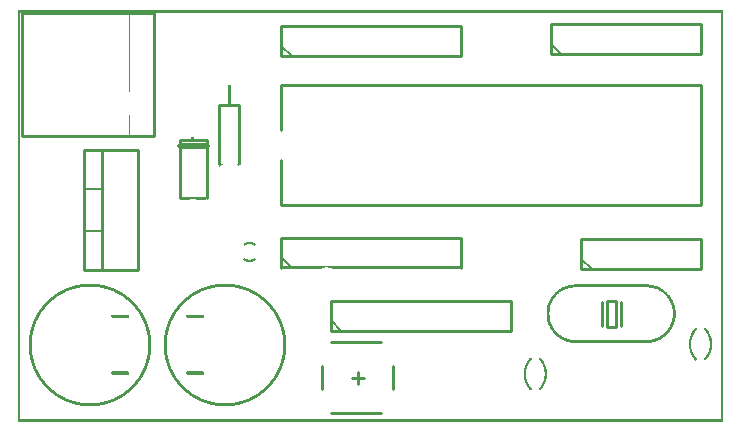
<source format=gto>
G04 MADE WITH FRITZING*
G04 WWW.FRITZING.ORG*
G04 DOUBLE SIDED*
G04 HOLES PLATED*
G04 CONTOUR ON CENTER OF CONTOUR VECTOR*
%ASAXBY*%
%FSLAX23Y23*%
%MOIN*%
%OFA0B0*%
%SFA1.0B1.0*%
%ADD10C,0.410000X0.39*%
%ADD11R,0.038714X0.096457X0.019029X0.076772*%
%ADD12C,0.009843*%
%ADD13C,0.010000*%
%ADD14C,0.020000*%
%ADD15C,0.005000*%
%ADD16R,0.001000X0.001000*%
%LNSILK1*%
G90*
G70*
G54D10*
X242Y257D03*
X692Y257D03*
G54D12*
X1964Y404D02*
X1993Y404D01*
X1993Y317D01*
X1964Y317D01*
X1964Y404D01*
D02*
G54D13*
X1015Y109D02*
X1015Y187D01*
D02*
X1212Y30D02*
X1045Y30D01*
D02*
X1212Y266D02*
X1045Y266D01*
D02*
X1252Y109D02*
X1252Y187D01*
D02*
X1133Y128D02*
X1133Y168D01*
D02*
X1114Y148D02*
X1153Y148D01*
D02*
X630Y941D02*
X630Y746D01*
D02*
X540Y746D02*
X540Y941D01*
D02*
X540Y941D02*
X630Y941D01*
G54D14*
D02*
X540Y921D02*
X630Y921D01*
G54D13*
D02*
X630Y941D02*
X630Y746D01*
D02*
X540Y746D02*
X540Y941D01*
D02*
X540Y941D02*
X630Y941D01*
G54D14*
D02*
X540Y921D02*
X630Y921D01*
G54D13*
D02*
X222Y507D02*
X222Y907D01*
D02*
X222Y907D02*
X402Y907D01*
D02*
X402Y907D02*
X402Y507D01*
D02*
X402Y507D02*
X222Y507D01*
D02*
X222Y507D02*
X222Y907D01*
D02*
X222Y907D02*
X282Y907D01*
D02*
X282Y907D02*
X282Y507D01*
D02*
X282Y507D02*
X222Y507D01*
G54D15*
D02*
X222Y637D02*
X282Y637D01*
D02*
X222Y777D02*
X282Y777D01*
G54D13*
D02*
X672Y1056D02*
X738Y1056D01*
D02*
X13Y1365D02*
X13Y955D01*
D02*
X13Y955D02*
X453Y955D01*
D02*
X453Y955D02*
X453Y1365D01*
D02*
X453Y1365D02*
X13Y1365D01*
D02*
X879Y723D02*
X2279Y723D01*
D02*
X2279Y723D02*
X2279Y1123D01*
D02*
X2279Y1123D02*
X879Y1123D01*
D02*
X879Y723D02*
X879Y873D01*
D02*
X879Y973D02*
X879Y1123D01*
D02*
X1043Y304D02*
X1643Y304D01*
D02*
X1643Y304D02*
X1643Y404D01*
D02*
X1643Y404D02*
X1043Y404D01*
D02*
X1043Y404D02*
X1043Y304D01*
G54D15*
D02*
X1078Y304D02*
X1043Y339D01*
G54D13*
D02*
X879Y1220D02*
X1479Y1220D01*
D02*
X1479Y1220D02*
X1479Y1320D01*
D02*
X1479Y1320D02*
X879Y1320D01*
D02*
X879Y1320D02*
X879Y1220D01*
G54D15*
D02*
X914Y1220D02*
X879Y1255D01*
G54D13*
D02*
X1777Y1226D02*
X2277Y1226D01*
D02*
X2277Y1226D02*
X2277Y1326D01*
D02*
X2277Y1326D02*
X1777Y1326D01*
D02*
X1777Y1326D02*
X1777Y1226D01*
G54D15*
D02*
X1812Y1226D02*
X1777Y1261D01*
G54D13*
D02*
X1878Y509D02*
X2278Y509D01*
D02*
X2278Y509D02*
X2278Y609D01*
D02*
X2278Y609D02*
X1878Y609D01*
D02*
X1878Y609D02*
X1878Y509D01*
G54D15*
D02*
X1913Y509D02*
X1878Y544D01*
G54D13*
D02*
X1479Y515D02*
X1479Y615D01*
D02*
X1479Y615D02*
X879Y615D01*
D02*
X879Y615D02*
X879Y515D01*
G54D15*
D02*
X914Y515D02*
X879Y550D01*
G54D12*
X2010Y400D02*
X2010Y322D01*
D02*
X1947Y400D02*
X1947Y322D01*
D02*
G54D16*
X0Y1373D02*
X2351Y1373D01*
X0Y1372D02*
X2351Y1372D01*
X0Y1371D02*
X2351Y1371D01*
X0Y1370D02*
X2351Y1370D01*
X0Y1369D02*
X2351Y1369D01*
X0Y1368D02*
X2351Y1368D01*
X0Y1367D02*
X2351Y1367D01*
X0Y1366D02*
X2351Y1366D01*
X0Y1365D02*
X7Y1365D01*
X371Y1365D02*
X375Y1365D01*
X2344Y1365D02*
X2351Y1365D01*
X0Y1364D02*
X7Y1364D01*
X371Y1364D02*
X375Y1364D01*
X2344Y1364D02*
X2351Y1364D01*
X0Y1363D02*
X7Y1363D01*
X371Y1363D02*
X375Y1363D01*
X2344Y1363D02*
X2351Y1363D01*
X0Y1362D02*
X7Y1362D01*
X371Y1362D02*
X375Y1362D01*
X2344Y1362D02*
X2351Y1362D01*
X0Y1361D02*
X7Y1361D01*
X371Y1361D02*
X375Y1361D01*
X2344Y1361D02*
X2351Y1361D01*
X0Y1360D02*
X7Y1360D01*
X371Y1360D02*
X375Y1360D01*
X2344Y1360D02*
X2351Y1360D01*
X0Y1359D02*
X7Y1359D01*
X371Y1359D02*
X375Y1359D01*
X2344Y1359D02*
X2351Y1359D01*
X0Y1358D02*
X7Y1358D01*
X371Y1358D02*
X375Y1358D01*
X2344Y1358D02*
X2351Y1358D01*
X0Y1357D02*
X7Y1357D01*
X371Y1357D02*
X375Y1357D01*
X2344Y1357D02*
X2351Y1357D01*
X0Y1356D02*
X7Y1356D01*
X371Y1356D02*
X375Y1356D01*
X2344Y1356D02*
X2351Y1356D01*
X0Y1355D02*
X7Y1355D01*
X371Y1355D02*
X375Y1355D01*
X2344Y1355D02*
X2351Y1355D01*
X0Y1354D02*
X7Y1354D01*
X371Y1354D02*
X375Y1354D01*
X2344Y1354D02*
X2351Y1354D01*
X0Y1353D02*
X7Y1353D01*
X371Y1353D02*
X375Y1353D01*
X2344Y1353D02*
X2351Y1353D01*
X0Y1352D02*
X7Y1352D01*
X371Y1352D02*
X375Y1352D01*
X2344Y1352D02*
X2351Y1352D01*
X0Y1351D02*
X7Y1351D01*
X371Y1351D02*
X375Y1351D01*
X2344Y1351D02*
X2351Y1351D01*
X0Y1350D02*
X7Y1350D01*
X371Y1350D02*
X375Y1350D01*
X2344Y1350D02*
X2351Y1350D01*
X0Y1349D02*
X7Y1349D01*
X371Y1349D02*
X375Y1349D01*
X2344Y1349D02*
X2351Y1349D01*
X0Y1348D02*
X7Y1348D01*
X371Y1348D02*
X375Y1348D01*
X2344Y1348D02*
X2351Y1348D01*
X0Y1347D02*
X7Y1347D01*
X371Y1347D02*
X375Y1347D01*
X2344Y1347D02*
X2351Y1347D01*
X0Y1346D02*
X7Y1346D01*
X371Y1346D02*
X375Y1346D01*
X2344Y1346D02*
X2351Y1346D01*
X0Y1345D02*
X7Y1345D01*
X371Y1345D02*
X375Y1345D01*
X2344Y1345D02*
X2351Y1345D01*
X0Y1344D02*
X7Y1344D01*
X371Y1344D02*
X375Y1344D01*
X2344Y1344D02*
X2351Y1344D01*
X0Y1343D02*
X7Y1343D01*
X371Y1343D02*
X375Y1343D01*
X2344Y1343D02*
X2351Y1343D01*
X0Y1342D02*
X7Y1342D01*
X371Y1342D02*
X375Y1342D01*
X2344Y1342D02*
X2351Y1342D01*
X0Y1341D02*
X7Y1341D01*
X371Y1341D02*
X375Y1341D01*
X2344Y1341D02*
X2351Y1341D01*
X0Y1340D02*
X7Y1340D01*
X371Y1340D02*
X375Y1340D01*
X2344Y1340D02*
X2351Y1340D01*
X0Y1339D02*
X7Y1339D01*
X371Y1339D02*
X375Y1339D01*
X2344Y1339D02*
X2351Y1339D01*
X0Y1338D02*
X7Y1338D01*
X371Y1338D02*
X375Y1338D01*
X2344Y1338D02*
X2351Y1338D01*
X0Y1337D02*
X7Y1337D01*
X371Y1337D02*
X375Y1337D01*
X2344Y1337D02*
X2351Y1337D01*
X0Y1336D02*
X7Y1336D01*
X371Y1336D02*
X375Y1336D01*
X2344Y1336D02*
X2351Y1336D01*
X0Y1335D02*
X7Y1335D01*
X371Y1335D02*
X375Y1335D01*
X2344Y1335D02*
X2351Y1335D01*
X0Y1334D02*
X7Y1334D01*
X371Y1334D02*
X375Y1334D01*
X2344Y1334D02*
X2351Y1334D01*
X0Y1333D02*
X7Y1333D01*
X371Y1333D02*
X375Y1333D01*
X2344Y1333D02*
X2351Y1333D01*
X0Y1332D02*
X7Y1332D01*
X371Y1332D02*
X375Y1332D01*
X2344Y1332D02*
X2351Y1332D01*
X0Y1331D02*
X7Y1331D01*
X371Y1331D02*
X375Y1331D01*
X2344Y1331D02*
X2351Y1331D01*
X0Y1330D02*
X7Y1330D01*
X371Y1330D02*
X375Y1330D01*
X2344Y1330D02*
X2351Y1330D01*
X0Y1329D02*
X7Y1329D01*
X371Y1329D02*
X375Y1329D01*
X2344Y1329D02*
X2351Y1329D01*
X0Y1328D02*
X7Y1328D01*
X371Y1328D02*
X375Y1328D01*
X2344Y1328D02*
X2351Y1328D01*
X0Y1327D02*
X7Y1327D01*
X371Y1327D02*
X375Y1327D01*
X2344Y1327D02*
X2351Y1327D01*
X0Y1326D02*
X7Y1326D01*
X371Y1326D02*
X375Y1326D01*
X2344Y1326D02*
X2351Y1326D01*
X0Y1325D02*
X7Y1325D01*
X371Y1325D02*
X375Y1325D01*
X2344Y1325D02*
X2351Y1325D01*
X0Y1324D02*
X7Y1324D01*
X371Y1324D02*
X375Y1324D01*
X2344Y1324D02*
X2351Y1324D01*
X0Y1323D02*
X7Y1323D01*
X371Y1323D02*
X375Y1323D01*
X2344Y1323D02*
X2351Y1323D01*
X0Y1322D02*
X7Y1322D01*
X371Y1322D02*
X375Y1322D01*
X2344Y1322D02*
X2351Y1322D01*
X0Y1321D02*
X7Y1321D01*
X371Y1321D02*
X375Y1321D01*
X2344Y1321D02*
X2351Y1321D01*
X0Y1320D02*
X7Y1320D01*
X371Y1320D02*
X375Y1320D01*
X2344Y1320D02*
X2351Y1320D01*
X0Y1319D02*
X7Y1319D01*
X371Y1319D02*
X375Y1319D01*
X2344Y1319D02*
X2351Y1319D01*
X0Y1318D02*
X7Y1318D01*
X371Y1318D02*
X375Y1318D01*
X2344Y1318D02*
X2351Y1318D01*
X0Y1317D02*
X7Y1317D01*
X371Y1317D02*
X375Y1317D01*
X2344Y1317D02*
X2351Y1317D01*
X0Y1316D02*
X7Y1316D01*
X371Y1316D02*
X375Y1316D01*
X2344Y1316D02*
X2351Y1316D01*
X0Y1315D02*
X7Y1315D01*
X371Y1315D02*
X375Y1315D01*
X2344Y1315D02*
X2351Y1315D01*
X0Y1314D02*
X7Y1314D01*
X371Y1314D02*
X375Y1314D01*
X2344Y1314D02*
X2351Y1314D01*
X0Y1313D02*
X7Y1313D01*
X371Y1313D02*
X375Y1313D01*
X2344Y1313D02*
X2351Y1313D01*
X0Y1312D02*
X7Y1312D01*
X371Y1312D02*
X375Y1312D01*
X2344Y1312D02*
X2351Y1312D01*
X0Y1311D02*
X7Y1311D01*
X371Y1311D02*
X375Y1311D01*
X2344Y1311D02*
X2351Y1311D01*
X0Y1310D02*
X7Y1310D01*
X371Y1310D02*
X375Y1310D01*
X2344Y1310D02*
X2351Y1310D01*
X0Y1309D02*
X7Y1309D01*
X371Y1309D02*
X375Y1309D01*
X2344Y1309D02*
X2351Y1309D01*
X0Y1308D02*
X7Y1308D01*
X371Y1308D02*
X375Y1308D01*
X2344Y1308D02*
X2351Y1308D01*
X0Y1307D02*
X7Y1307D01*
X371Y1307D02*
X375Y1307D01*
X2344Y1307D02*
X2351Y1307D01*
X0Y1306D02*
X7Y1306D01*
X371Y1306D02*
X375Y1306D01*
X2344Y1306D02*
X2351Y1306D01*
X0Y1305D02*
X7Y1305D01*
X371Y1305D02*
X375Y1305D01*
X2344Y1305D02*
X2351Y1305D01*
X0Y1304D02*
X7Y1304D01*
X371Y1304D02*
X375Y1304D01*
X2344Y1304D02*
X2351Y1304D01*
X0Y1303D02*
X7Y1303D01*
X371Y1303D02*
X375Y1303D01*
X2344Y1303D02*
X2351Y1303D01*
X0Y1302D02*
X7Y1302D01*
X371Y1302D02*
X375Y1302D01*
X2344Y1302D02*
X2351Y1302D01*
X0Y1301D02*
X7Y1301D01*
X371Y1301D02*
X375Y1301D01*
X2344Y1301D02*
X2351Y1301D01*
X0Y1300D02*
X7Y1300D01*
X371Y1300D02*
X375Y1300D01*
X2344Y1300D02*
X2351Y1300D01*
X0Y1299D02*
X7Y1299D01*
X371Y1299D02*
X375Y1299D01*
X2344Y1299D02*
X2351Y1299D01*
X0Y1298D02*
X7Y1298D01*
X371Y1298D02*
X375Y1298D01*
X2344Y1298D02*
X2351Y1298D01*
X0Y1297D02*
X7Y1297D01*
X371Y1297D02*
X375Y1297D01*
X2344Y1297D02*
X2351Y1297D01*
X0Y1296D02*
X7Y1296D01*
X371Y1296D02*
X375Y1296D01*
X2344Y1296D02*
X2351Y1296D01*
X0Y1295D02*
X7Y1295D01*
X371Y1295D02*
X375Y1295D01*
X2344Y1295D02*
X2351Y1295D01*
X0Y1294D02*
X7Y1294D01*
X371Y1294D02*
X375Y1294D01*
X2344Y1294D02*
X2351Y1294D01*
X0Y1293D02*
X7Y1293D01*
X371Y1293D02*
X375Y1293D01*
X2344Y1293D02*
X2351Y1293D01*
X0Y1292D02*
X7Y1292D01*
X371Y1292D02*
X375Y1292D01*
X2344Y1292D02*
X2351Y1292D01*
X0Y1291D02*
X7Y1291D01*
X371Y1291D02*
X375Y1291D01*
X2344Y1291D02*
X2351Y1291D01*
X0Y1290D02*
X7Y1290D01*
X371Y1290D02*
X375Y1290D01*
X2344Y1290D02*
X2351Y1290D01*
X0Y1289D02*
X7Y1289D01*
X371Y1289D02*
X375Y1289D01*
X2344Y1289D02*
X2351Y1289D01*
X0Y1288D02*
X7Y1288D01*
X371Y1288D02*
X375Y1288D01*
X2344Y1288D02*
X2351Y1288D01*
X0Y1287D02*
X7Y1287D01*
X371Y1287D02*
X375Y1287D01*
X2344Y1287D02*
X2351Y1287D01*
X0Y1286D02*
X7Y1286D01*
X371Y1286D02*
X375Y1286D01*
X2344Y1286D02*
X2351Y1286D01*
X0Y1285D02*
X7Y1285D01*
X371Y1285D02*
X375Y1285D01*
X2344Y1285D02*
X2351Y1285D01*
X0Y1284D02*
X7Y1284D01*
X371Y1284D02*
X375Y1284D01*
X2344Y1284D02*
X2351Y1284D01*
X0Y1283D02*
X7Y1283D01*
X371Y1283D02*
X375Y1283D01*
X2344Y1283D02*
X2351Y1283D01*
X0Y1282D02*
X7Y1282D01*
X371Y1282D02*
X375Y1282D01*
X2344Y1282D02*
X2351Y1282D01*
X0Y1281D02*
X7Y1281D01*
X371Y1281D02*
X375Y1281D01*
X2344Y1281D02*
X2351Y1281D01*
X0Y1280D02*
X7Y1280D01*
X371Y1280D02*
X375Y1280D01*
X2344Y1280D02*
X2351Y1280D01*
X0Y1279D02*
X7Y1279D01*
X371Y1279D02*
X375Y1279D01*
X2344Y1279D02*
X2351Y1279D01*
X0Y1278D02*
X7Y1278D01*
X371Y1278D02*
X375Y1278D01*
X2344Y1278D02*
X2351Y1278D01*
X0Y1277D02*
X7Y1277D01*
X371Y1277D02*
X375Y1277D01*
X2344Y1277D02*
X2351Y1277D01*
X0Y1276D02*
X7Y1276D01*
X371Y1276D02*
X375Y1276D01*
X2344Y1276D02*
X2351Y1276D01*
X0Y1275D02*
X7Y1275D01*
X371Y1275D02*
X375Y1275D01*
X2344Y1275D02*
X2351Y1275D01*
X0Y1274D02*
X7Y1274D01*
X371Y1274D02*
X375Y1274D01*
X2344Y1274D02*
X2351Y1274D01*
X0Y1273D02*
X7Y1273D01*
X371Y1273D02*
X375Y1273D01*
X2344Y1273D02*
X2351Y1273D01*
X0Y1272D02*
X7Y1272D01*
X371Y1272D02*
X375Y1272D01*
X2344Y1272D02*
X2351Y1272D01*
X0Y1271D02*
X7Y1271D01*
X371Y1271D02*
X375Y1271D01*
X2344Y1271D02*
X2351Y1271D01*
X0Y1270D02*
X7Y1270D01*
X371Y1270D02*
X375Y1270D01*
X2344Y1270D02*
X2351Y1270D01*
X0Y1269D02*
X7Y1269D01*
X371Y1269D02*
X375Y1269D01*
X2344Y1269D02*
X2351Y1269D01*
X0Y1268D02*
X7Y1268D01*
X371Y1268D02*
X375Y1268D01*
X2344Y1268D02*
X2351Y1268D01*
X0Y1267D02*
X7Y1267D01*
X371Y1267D02*
X375Y1267D01*
X2344Y1267D02*
X2351Y1267D01*
X0Y1266D02*
X7Y1266D01*
X371Y1266D02*
X375Y1266D01*
X2344Y1266D02*
X2351Y1266D01*
X0Y1265D02*
X7Y1265D01*
X371Y1265D02*
X375Y1265D01*
X2344Y1265D02*
X2351Y1265D01*
X0Y1264D02*
X7Y1264D01*
X371Y1264D02*
X375Y1264D01*
X2344Y1264D02*
X2351Y1264D01*
X0Y1263D02*
X7Y1263D01*
X371Y1263D02*
X375Y1263D01*
X2344Y1263D02*
X2351Y1263D01*
X0Y1262D02*
X7Y1262D01*
X371Y1262D02*
X375Y1262D01*
X2344Y1262D02*
X2351Y1262D01*
X0Y1261D02*
X7Y1261D01*
X371Y1261D02*
X375Y1261D01*
X2344Y1261D02*
X2351Y1261D01*
X0Y1260D02*
X7Y1260D01*
X371Y1260D02*
X375Y1260D01*
X2344Y1260D02*
X2351Y1260D01*
X0Y1259D02*
X7Y1259D01*
X371Y1259D02*
X375Y1259D01*
X2344Y1259D02*
X2351Y1259D01*
X0Y1258D02*
X7Y1258D01*
X371Y1258D02*
X375Y1258D01*
X2344Y1258D02*
X2351Y1258D01*
X0Y1257D02*
X7Y1257D01*
X371Y1257D02*
X375Y1257D01*
X2344Y1257D02*
X2351Y1257D01*
X0Y1256D02*
X7Y1256D01*
X371Y1256D02*
X375Y1256D01*
X2344Y1256D02*
X2351Y1256D01*
X0Y1255D02*
X7Y1255D01*
X371Y1255D02*
X375Y1255D01*
X2344Y1255D02*
X2351Y1255D01*
X0Y1254D02*
X7Y1254D01*
X371Y1254D02*
X375Y1254D01*
X2344Y1254D02*
X2351Y1254D01*
X0Y1253D02*
X7Y1253D01*
X371Y1253D02*
X375Y1253D01*
X2344Y1253D02*
X2351Y1253D01*
X0Y1252D02*
X7Y1252D01*
X371Y1252D02*
X375Y1252D01*
X2344Y1252D02*
X2351Y1252D01*
X0Y1251D02*
X7Y1251D01*
X371Y1251D02*
X375Y1251D01*
X2344Y1251D02*
X2351Y1251D01*
X0Y1250D02*
X7Y1250D01*
X371Y1250D02*
X375Y1250D01*
X2344Y1250D02*
X2351Y1250D01*
X0Y1249D02*
X7Y1249D01*
X371Y1249D02*
X375Y1249D01*
X2344Y1249D02*
X2351Y1249D01*
X0Y1248D02*
X7Y1248D01*
X371Y1248D02*
X375Y1248D01*
X2344Y1248D02*
X2351Y1248D01*
X0Y1247D02*
X7Y1247D01*
X371Y1247D02*
X375Y1247D01*
X2344Y1247D02*
X2351Y1247D01*
X0Y1246D02*
X7Y1246D01*
X371Y1246D02*
X375Y1246D01*
X2344Y1246D02*
X2351Y1246D01*
X0Y1245D02*
X7Y1245D01*
X371Y1245D02*
X375Y1245D01*
X2344Y1245D02*
X2351Y1245D01*
X0Y1244D02*
X7Y1244D01*
X371Y1244D02*
X375Y1244D01*
X2344Y1244D02*
X2351Y1244D01*
X0Y1243D02*
X7Y1243D01*
X371Y1243D02*
X375Y1243D01*
X2344Y1243D02*
X2351Y1243D01*
X0Y1242D02*
X7Y1242D01*
X371Y1242D02*
X375Y1242D01*
X2344Y1242D02*
X2351Y1242D01*
X0Y1241D02*
X7Y1241D01*
X371Y1241D02*
X375Y1241D01*
X2344Y1241D02*
X2351Y1241D01*
X0Y1240D02*
X7Y1240D01*
X371Y1240D02*
X375Y1240D01*
X2344Y1240D02*
X2351Y1240D01*
X0Y1239D02*
X7Y1239D01*
X371Y1239D02*
X375Y1239D01*
X2344Y1239D02*
X2351Y1239D01*
X0Y1238D02*
X7Y1238D01*
X371Y1238D02*
X375Y1238D01*
X2344Y1238D02*
X2351Y1238D01*
X0Y1237D02*
X7Y1237D01*
X371Y1237D02*
X375Y1237D01*
X2344Y1237D02*
X2351Y1237D01*
X0Y1236D02*
X7Y1236D01*
X371Y1236D02*
X375Y1236D01*
X2344Y1236D02*
X2351Y1236D01*
X0Y1235D02*
X7Y1235D01*
X371Y1235D02*
X375Y1235D01*
X2344Y1235D02*
X2351Y1235D01*
X0Y1234D02*
X7Y1234D01*
X371Y1234D02*
X375Y1234D01*
X2344Y1234D02*
X2351Y1234D01*
X0Y1233D02*
X7Y1233D01*
X371Y1233D02*
X375Y1233D01*
X2344Y1233D02*
X2351Y1233D01*
X0Y1232D02*
X7Y1232D01*
X371Y1232D02*
X375Y1232D01*
X2344Y1232D02*
X2351Y1232D01*
X0Y1231D02*
X7Y1231D01*
X371Y1231D02*
X375Y1231D01*
X2344Y1231D02*
X2351Y1231D01*
X0Y1230D02*
X7Y1230D01*
X371Y1230D02*
X375Y1230D01*
X2344Y1230D02*
X2351Y1230D01*
X0Y1229D02*
X7Y1229D01*
X371Y1229D02*
X375Y1229D01*
X2344Y1229D02*
X2351Y1229D01*
X0Y1228D02*
X7Y1228D01*
X371Y1228D02*
X375Y1228D01*
X2344Y1228D02*
X2351Y1228D01*
X0Y1227D02*
X7Y1227D01*
X371Y1227D02*
X375Y1227D01*
X2344Y1227D02*
X2351Y1227D01*
X0Y1226D02*
X7Y1226D01*
X371Y1226D02*
X375Y1226D01*
X2344Y1226D02*
X2351Y1226D01*
X0Y1225D02*
X7Y1225D01*
X371Y1225D02*
X375Y1225D01*
X2344Y1225D02*
X2351Y1225D01*
X0Y1224D02*
X7Y1224D01*
X371Y1224D02*
X375Y1224D01*
X2344Y1224D02*
X2351Y1224D01*
X0Y1223D02*
X7Y1223D01*
X371Y1223D02*
X375Y1223D01*
X2344Y1223D02*
X2351Y1223D01*
X0Y1222D02*
X7Y1222D01*
X371Y1222D02*
X375Y1222D01*
X2344Y1222D02*
X2351Y1222D01*
X0Y1221D02*
X7Y1221D01*
X371Y1221D02*
X375Y1221D01*
X2344Y1221D02*
X2351Y1221D01*
X0Y1220D02*
X7Y1220D01*
X371Y1220D02*
X375Y1220D01*
X2344Y1220D02*
X2351Y1220D01*
X0Y1219D02*
X7Y1219D01*
X371Y1219D02*
X375Y1219D01*
X2344Y1219D02*
X2351Y1219D01*
X0Y1218D02*
X7Y1218D01*
X371Y1218D02*
X375Y1218D01*
X2344Y1218D02*
X2351Y1218D01*
X0Y1217D02*
X7Y1217D01*
X371Y1217D02*
X375Y1217D01*
X2344Y1217D02*
X2351Y1217D01*
X0Y1216D02*
X7Y1216D01*
X371Y1216D02*
X375Y1216D01*
X2344Y1216D02*
X2351Y1216D01*
X0Y1215D02*
X7Y1215D01*
X371Y1215D02*
X375Y1215D01*
X2344Y1215D02*
X2351Y1215D01*
X0Y1214D02*
X7Y1214D01*
X371Y1214D02*
X375Y1214D01*
X2344Y1214D02*
X2351Y1214D01*
X0Y1213D02*
X7Y1213D01*
X371Y1213D02*
X375Y1213D01*
X2344Y1213D02*
X2351Y1213D01*
X0Y1212D02*
X7Y1212D01*
X371Y1212D02*
X375Y1212D01*
X2344Y1212D02*
X2351Y1212D01*
X0Y1211D02*
X7Y1211D01*
X371Y1211D02*
X375Y1211D01*
X2344Y1211D02*
X2351Y1211D01*
X0Y1210D02*
X7Y1210D01*
X371Y1210D02*
X375Y1210D01*
X2344Y1210D02*
X2351Y1210D01*
X0Y1209D02*
X7Y1209D01*
X371Y1209D02*
X375Y1209D01*
X2344Y1209D02*
X2351Y1209D01*
X0Y1208D02*
X7Y1208D01*
X371Y1208D02*
X375Y1208D01*
X2344Y1208D02*
X2351Y1208D01*
X0Y1207D02*
X7Y1207D01*
X371Y1207D02*
X375Y1207D01*
X2344Y1207D02*
X2351Y1207D01*
X0Y1206D02*
X7Y1206D01*
X371Y1206D02*
X375Y1206D01*
X2344Y1206D02*
X2351Y1206D01*
X0Y1205D02*
X7Y1205D01*
X371Y1205D02*
X375Y1205D01*
X2344Y1205D02*
X2351Y1205D01*
X0Y1204D02*
X7Y1204D01*
X371Y1204D02*
X375Y1204D01*
X2344Y1204D02*
X2351Y1204D01*
X0Y1203D02*
X7Y1203D01*
X371Y1203D02*
X375Y1203D01*
X2344Y1203D02*
X2351Y1203D01*
X0Y1202D02*
X7Y1202D01*
X371Y1202D02*
X375Y1202D01*
X2344Y1202D02*
X2351Y1202D01*
X0Y1201D02*
X7Y1201D01*
X371Y1201D02*
X375Y1201D01*
X2344Y1201D02*
X2351Y1201D01*
X0Y1200D02*
X7Y1200D01*
X371Y1200D02*
X375Y1200D01*
X2344Y1200D02*
X2351Y1200D01*
X0Y1199D02*
X7Y1199D01*
X371Y1199D02*
X375Y1199D01*
X2344Y1199D02*
X2351Y1199D01*
X0Y1198D02*
X7Y1198D01*
X371Y1198D02*
X375Y1198D01*
X2344Y1198D02*
X2351Y1198D01*
X0Y1197D02*
X7Y1197D01*
X371Y1197D02*
X375Y1197D01*
X2344Y1197D02*
X2351Y1197D01*
X0Y1196D02*
X7Y1196D01*
X371Y1196D02*
X375Y1196D01*
X2344Y1196D02*
X2351Y1196D01*
X0Y1195D02*
X7Y1195D01*
X371Y1195D02*
X375Y1195D01*
X2344Y1195D02*
X2351Y1195D01*
X0Y1194D02*
X7Y1194D01*
X371Y1194D02*
X375Y1194D01*
X2344Y1194D02*
X2351Y1194D01*
X0Y1193D02*
X7Y1193D01*
X371Y1193D02*
X375Y1193D01*
X2344Y1193D02*
X2351Y1193D01*
X0Y1192D02*
X7Y1192D01*
X371Y1192D02*
X375Y1192D01*
X2344Y1192D02*
X2351Y1192D01*
X0Y1191D02*
X7Y1191D01*
X371Y1191D02*
X375Y1191D01*
X2344Y1191D02*
X2351Y1191D01*
X0Y1190D02*
X7Y1190D01*
X371Y1190D02*
X375Y1190D01*
X2344Y1190D02*
X2351Y1190D01*
X0Y1189D02*
X7Y1189D01*
X371Y1189D02*
X375Y1189D01*
X2344Y1189D02*
X2351Y1189D01*
X0Y1188D02*
X7Y1188D01*
X371Y1188D02*
X375Y1188D01*
X2344Y1188D02*
X2351Y1188D01*
X0Y1187D02*
X7Y1187D01*
X371Y1187D02*
X375Y1187D01*
X2344Y1187D02*
X2351Y1187D01*
X0Y1186D02*
X7Y1186D01*
X371Y1186D02*
X375Y1186D01*
X2344Y1186D02*
X2351Y1186D01*
X0Y1185D02*
X7Y1185D01*
X371Y1185D02*
X375Y1185D01*
X2344Y1185D02*
X2351Y1185D01*
X0Y1184D02*
X7Y1184D01*
X371Y1184D02*
X375Y1184D01*
X2344Y1184D02*
X2351Y1184D01*
X0Y1183D02*
X7Y1183D01*
X371Y1183D02*
X375Y1183D01*
X2344Y1183D02*
X2351Y1183D01*
X0Y1182D02*
X7Y1182D01*
X371Y1182D02*
X375Y1182D01*
X2344Y1182D02*
X2351Y1182D01*
X0Y1181D02*
X7Y1181D01*
X371Y1181D02*
X375Y1181D01*
X2344Y1181D02*
X2351Y1181D01*
X0Y1180D02*
X7Y1180D01*
X371Y1180D02*
X375Y1180D01*
X2344Y1180D02*
X2351Y1180D01*
X0Y1179D02*
X7Y1179D01*
X371Y1179D02*
X375Y1179D01*
X2344Y1179D02*
X2351Y1179D01*
X0Y1178D02*
X7Y1178D01*
X371Y1178D02*
X375Y1178D01*
X2344Y1178D02*
X2351Y1178D01*
X0Y1177D02*
X7Y1177D01*
X371Y1177D02*
X375Y1177D01*
X2344Y1177D02*
X2351Y1177D01*
X0Y1176D02*
X7Y1176D01*
X371Y1176D02*
X375Y1176D01*
X2344Y1176D02*
X2351Y1176D01*
X0Y1175D02*
X7Y1175D01*
X371Y1175D02*
X375Y1175D01*
X2344Y1175D02*
X2351Y1175D01*
X0Y1174D02*
X7Y1174D01*
X371Y1174D02*
X375Y1174D01*
X2344Y1174D02*
X2351Y1174D01*
X0Y1173D02*
X7Y1173D01*
X371Y1173D02*
X375Y1173D01*
X2344Y1173D02*
X2351Y1173D01*
X0Y1172D02*
X7Y1172D01*
X371Y1172D02*
X375Y1172D01*
X2344Y1172D02*
X2351Y1172D01*
X0Y1171D02*
X7Y1171D01*
X371Y1171D02*
X375Y1171D01*
X2344Y1171D02*
X2351Y1171D01*
X0Y1170D02*
X7Y1170D01*
X371Y1170D02*
X375Y1170D01*
X2344Y1170D02*
X2351Y1170D01*
X0Y1169D02*
X7Y1169D01*
X371Y1169D02*
X375Y1169D01*
X2344Y1169D02*
X2351Y1169D01*
X0Y1168D02*
X7Y1168D01*
X371Y1168D02*
X375Y1168D01*
X2344Y1168D02*
X2351Y1168D01*
X0Y1167D02*
X7Y1167D01*
X371Y1167D02*
X375Y1167D01*
X2344Y1167D02*
X2351Y1167D01*
X0Y1166D02*
X7Y1166D01*
X371Y1166D02*
X375Y1166D01*
X2344Y1166D02*
X2351Y1166D01*
X0Y1165D02*
X7Y1165D01*
X371Y1165D02*
X375Y1165D01*
X2344Y1165D02*
X2351Y1165D01*
X0Y1164D02*
X7Y1164D01*
X371Y1164D02*
X375Y1164D01*
X2344Y1164D02*
X2351Y1164D01*
X0Y1163D02*
X7Y1163D01*
X371Y1163D02*
X375Y1163D01*
X2344Y1163D02*
X2351Y1163D01*
X0Y1162D02*
X7Y1162D01*
X371Y1162D02*
X375Y1162D01*
X2344Y1162D02*
X2351Y1162D01*
X0Y1161D02*
X7Y1161D01*
X371Y1161D02*
X375Y1161D01*
X2344Y1161D02*
X2351Y1161D01*
X0Y1160D02*
X7Y1160D01*
X371Y1160D02*
X375Y1160D01*
X2344Y1160D02*
X2351Y1160D01*
X0Y1159D02*
X7Y1159D01*
X371Y1159D02*
X375Y1159D01*
X2344Y1159D02*
X2351Y1159D01*
X0Y1158D02*
X7Y1158D01*
X371Y1158D02*
X375Y1158D01*
X2344Y1158D02*
X2351Y1158D01*
X0Y1157D02*
X7Y1157D01*
X371Y1157D02*
X375Y1157D01*
X2344Y1157D02*
X2351Y1157D01*
X0Y1156D02*
X7Y1156D01*
X371Y1156D02*
X375Y1156D01*
X2344Y1156D02*
X2351Y1156D01*
X0Y1155D02*
X7Y1155D01*
X371Y1155D02*
X375Y1155D01*
X2344Y1155D02*
X2351Y1155D01*
X0Y1154D02*
X7Y1154D01*
X371Y1154D02*
X375Y1154D01*
X2344Y1154D02*
X2351Y1154D01*
X0Y1153D02*
X7Y1153D01*
X371Y1153D02*
X375Y1153D01*
X2344Y1153D02*
X2351Y1153D01*
X0Y1152D02*
X7Y1152D01*
X371Y1152D02*
X375Y1152D01*
X2344Y1152D02*
X2351Y1152D01*
X0Y1151D02*
X7Y1151D01*
X371Y1151D02*
X375Y1151D01*
X2344Y1151D02*
X2351Y1151D01*
X0Y1150D02*
X7Y1150D01*
X371Y1150D02*
X375Y1150D01*
X2344Y1150D02*
X2351Y1150D01*
X0Y1149D02*
X7Y1149D01*
X371Y1149D02*
X375Y1149D01*
X2344Y1149D02*
X2351Y1149D01*
X0Y1148D02*
X7Y1148D01*
X371Y1148D02*
X375Y1148D01*
X2344Y1148D02*
X2351Y1148D01*
X0Y1147D02*
X7Y1147D01*
X371Y1147D02*
X375Y1147D01*
X2344Y1147D02*
X2351Y1147D01*
X0Y1146D02*
X7Y1146D01*
X371Y1146D02*
X375Y1146D01*
X2344Y1146D02*
X2351Y1146D01*
X0Y1145D02*
X7Y1145D01*
X371Y1145D02*
X375Y1145D01*
X2344Y1145D02*
X2351Y1145D01*
X0Y1144D02*
X7Y1144D01*
X371Y1144D02*
X375Y1144D01*
X2344Y1144D02*
X2351Y1144D01*
X0Y1143D02*
X7Y1143D01*
X371Y1143D02*
X375Y1143D01*
X2344Y1143D02*
X2351Y1143D01*
X0Y1142D02*
X7Y1142D01*
X371Y1142D02*
X375Y1142D01*
X2344Y1142D02*
X2351Y1142D01*
X0Y1141D02*
X7Y1141D01*
X371Y1141D02*
X375Y1141D01*
X2344Y1141D02*
X2351Y1141D01*
X0Y1140D02*
X7Y1140D01*
X371Y1140D02*
X375Y1140D01*
X2344Y1140D02*
X2351Y1140D01*
X0Y1139D02*
X7Y1139D01*
X371Y1139D02*
X375Y1139D01*
X2344Y1139D02*
X2351Y1139D01*
X0Y1138D02*
X7Y1138D01*
X371Y1138D02*
X375Y1138D01*
X2344Y1138D02*
X2351Y1138D01*
X0Y1137D02*
X7Y1137D01*
X371Y1137D02*
X375Y1137D01*
X2344Y1137D02*
X2351Y1137D01*
X0Y1136D02*
X7Y1136D01*
X371Y1136D02*
X375Y1136D01*
X2344Y1136D02*
X2351Y1136D01*
X0Y1135D02*
X7Y1135D01*
X371Y1135D02*
X375Y1135D01*
X2344Y1135D02*
X2351Y1135D01*
X0Y1134D02*
X7Y1134D01*
X371Y1134D02*
X375Y1134D01*
X2344Y1134D02*
X2351Y1134D01*
X0Y1133D02*
X7Y1133D01*
X371Y1133D02*
X375Y1133D01*
X2344Y1133D02*
X2351Y1133D01*
X0Y1132D02*
X7Y1132D01*
X371Y1132D02*
X375Y1132D01*
X2344Y1132D02*
X2351Y1132D01*
X0Y1131D02*
X7Y1131D01*
X371Y1131D02*
X375Y1131D01*
X2344Y1131D02*
X2351Y1131D01*
X0Y1130D02*
X7Y1130D01*
X371Y1130D02*
X375Y1130D01*
X2344Y1130D02*
X2351Y1130D01*
X0Y1129D02*
X7Y1129D01*
X371Y1129D02*
X375Y1129D01*
X2344Y1129D02*
X2351Y1129D01*
X0Y1128D02*
X7Y1128D01*
X371Y1128D02*
X375Y1128D01*
X2344Y1128D02*
X2351Y1128D01*
X0Y1127D02*
X7Y1127D01*
X371Y1127D02*
X375Y1127D01*
X2344Y1127D02*
X2351Y1127D01*
X0Y1126D02*
X7Y1126D01*
X371Y1126D02*
X375Y1126D01*
X2344Y1126D02*
X2351Y1126D01*
X0Y1125D02*
X7Y1125D01*
X371Y1125D02*
X375Y1125D01*
X2344Y1125D02*
X2351Y1125D01*
X0Y1124D02*
X7Y1124D01*
X371Y1124D02*
X375Y1124D01*
X2344Y1124D02*
X2351Y1124D01*
X0Y1123D02*
X7Y1123D01*
X371Y1123D02*
X375Y1123D01*
X700Y1123D02*
X709Y1123D01*
X2344Y1123D02*
X2351Y1123D01*
X0Y1122D02*
X7Y1122D01*
X371Y1122D02*
X375Y1122D01*
X700Y1122D02*
X709Y1122D01*
X2344Y1122D02*
X2351Y1122D01*
X0Y1121D02*
X7Y1121D01*
X371Y1121D02*
X375Y1121D01*
X700Y1121D02*
X709Y1121D01*
X2344Y1121D02*
X2351Y1121D01*
X0Y1120D02*
X7Y1120D01*
X371Y1120D02*
X375Y1120D01*
X700Y1120D02*
X709Y1120D01*
X2344Y1120D02*
X2351Y1120D01*
X0Y1119D02*
X7Y1119D01*
X371Y1119D02*
X375Y1119D01*
X700Y1119D02*
X709Y1119D01*
X2344Y1119D02*
X2351Y1119D01*
X0Y1118D02*
X7Y1118D01*
X371Y1118D02*
X375Y1118D01*
X700Y1118D02*
X709Y1118D01*
X2344Y1118D02*
X2351Y1118D01*
X0Y1117D02*
X7Y1117D01*
X371Y1117D02*
X375Y1117D01*
X700Y1117D02*
X709Y1117D01*
X2344Y1117D02*
X2351Y1117D01*
X0Y1116D02*
X7Y1116D01*
X371Y1116D02*
X375Y1116D01*
X700Y1116D02*
X709Y1116D01*
X2344Y1116D02*
X2351Y1116D01*
X0Y1115D02*
X7Y1115D01*
X371Y1115D02*
X375Y1115D01*
X700Y1115D02*
X709Y1115D01*
X2344Y1115D02*
X2351Y1115D01*
X0Y1114D02*
X7Y1114D01*
X371Y1114D02*
X375Y1114D01*
X700Y1114D02*
X709Y1114D01*
X2344Y1114D02*
X2351Y1114D01*
X0Y1113D02*
X7Y1113D01*
X371Y1113D02*
X375Y1113D01*
X700Y1113D02*
X709Y1113D01*
X2344Y1113D02*
X2351Y1113D01*
X0Y1112D02*
X7Y1112D01*
X371Y1112D02*
X375Y1112D01*
X700Y1112D02*
X709Y1112D01*
X2344Y1112D02*
X2351Y1112D01*
X0Y1111D02*
X7Y1111D01*
X371Y1111D02*
X375Y1111D01*
X700Y1111D02*
X709Y1111D01*
X2344Y1111D02*
X2351Y1111D01*
X0Y1110D02*
X7Y1110D01*
X371Y1110D02*
X375Y1110D01*
X700Y1110D02*
X709Y1110D01*
X2344Y1110D02*
X2351Y1110D01*
X0Y1109D02*
X7Y1109D01*
X371Y1109D02*
X375Y1109D01*
X700Y1109D02*
X709Y1109D01*
X2344Y1109D02*
X2351Y1109D01*
X0Y1108D02*
X7Y1108D01*
X371Y1108D02*
X375Y1108D01*
X700Y1108D02*
X709Y1108D01*
X2344Y1108D02*
X2351Y1108D01*
X0Y1107D02*
X7Y1107D01*
X371Y1107D02*
X375Y1107D01*
X700Y1107D02*
X709Y1107D01*
X2344Y1107D02*
X2351Y1107D01*
X0Y1106D02*
X7Y1106D01*
X371Y1106D02*
X375Y1106D01*
X700Y1106D02*
X709Y1106D01*
X2344Y1106D02*
X2351Y1106D01*
X0Y1105D02*
X7Y1105D01*
X371Y1105D02*
X375Y1105D01*
X700Y1105D02*
X709Y1105D01*
X2344Y1105D02*
X2351Y1105D01*
X0Y1104D02*
X7Y1104D01*
X371Y1104D02*
X375Y1104D01*
X700Y1104D02*
X709Y1104D01*
X2344Y1104D02*
X2351Y1104D01*
X0Y1103D02*
X7Y1103D01*
X371Y1103D02*
X375Y1103D01*
X700Y1103D02*
X709Y1103D01*
X2344Y1103D02*
X2351Y1103D01*
X0Y1102D02*
X7Y1102D01*
X371Y1102D02*
X375Y1102D01*
X700Y1102D02*
X709Y1102D01*
X2344Y1102D02*
X2351Y1102D01*
X0Y1101D02*
X7Y1101D01*
X373Y1101D02*
X375Y1101D01*
X700Y1101D02*
X709Y1101D01*
X2344Y1101D02*
X2351Y1101D01*
X0Y1100D02*
X7Y1100D01*
X375Y1100D02*
X375Y1100D01*
X700Y1100D02*
X709Y1100D01*
X2344Y1100D02*
X2351Y1100D01*
X0Y1099D02*
X7Y1099D01*
X700Y1099D02*
X709Y1099D01*
X2344Y1099D02*
X2351Y1099D01*
X0Y1098D02*
X7Y1098D01*
X700Y1098D02*
X709Y1098D01*
X2344Y1098D02*
X2351Y1098D01*
X0Y1097D02*
X7Y1097D01*
X700Y1097D02*
X709Y1097D01*
X2344Y1097D02*
X2351Y1097D01*
X0Y1096D02*
X7Y1096D01*
X700Y1096D02*
X709Y1096D01*
X2344Y1096D02*
X2351Y1096D01*
X0Y1095D02*
X7Y1095D01*
X700Y1095D02*
X709Y1095D01*
X2344Y1095D02*
X2351Y1095D01*
X0Y1094D02*
X7Y1094D01*
X700Y1094D02*
X709Y1094D01*
X2344Y1094D02*
X2351Y1094D01*
X0Y1093D02*
X7Y1093D01*
X700Y1093D02*
X709Y1093D01*
X2344Y1093D02*
X2351Y1093D01*
X0Y1092D02*
X7Y1092D01*
X700Y1092D02*
X709Y1092D01*
X2344Y1092D02*
X2351Y1092D01*
X0Y1091D02*
X7Y1091D01*
X700Y1091D02*
X709Y1091D01*
X2344Y1091D02*
X2351Y1091D01*
X0Y1090D02*
X7Y1090D01*
X700Y1090D02*
X709Y1090D01*
X2344Y1090D02*
X2351Y1090D01*
X0Y1089D02*
X7Y1089D01*
X700Y1089D02*
X709Y1089D01*
X2344Y1089D02*
X2351Y1089D01*
X0Y1088D02*
X7Y1088D01*
X700Y1088D02*
X709Y1088D01*
X2344Y1088D02*
X2351Y1088D01*
X0Y1087D02*
X7Y1087D01*
X700Y1087D02*
X709Y1087D01*
X2344Y1087D02*
X2351Y1087D01*
X0Y1086D02*
X7Y1086D01*
X700Y1086D02*
X709Y1086D01*
X2344Y1086D02*
X2351Y1086D01*
X0Y1085D02*
X7Y1085D01*
X700Y1085D02*
X709Y1085D01*
X2344Y1085D02*
X2351Y1085D01*
X0Y1084D02*
X7Y1084D01*
X700Y1084D02*
X709Y1084D01*
X2344Y1084D02*
X2351Y1084D01*
X0Y1083D02*
X7Y1083D01*
X700Y1083D02*
X709Y1083D01*
X2344Y1083D02*
X2351Y1083D01*
X0Y1082D02*
X7Y1082D01*
X700Y1082D02*
X709Y1082D01*
X2344Y1082D02*
X2351Y1082D01*
X0Y1081D02*
X7Y1081D01*
X700Y1081D02*
X709Y1081D01*
X2344Y1081D02*
X2351Y1081D01*
X0Y1080D02*
X7Y1080D01*
X700Y1080D02*
X709Y1080D01*
X2344Y1080D02*
X2351Y1080D01*
X0Y1079D02*
X7Y1079D01*
X700Y1079D02*
X709Y1079D01*
X2344Y1079D02*
X2351Y1079D01*
X0Y1078D02*
X7Y1078D01*
X700Y1078D02*
X709Y1078D01*
X2344Y1078D02*
X2351Y1078D01*
X0Y1077D02*
X7Y1077D01*
X700Y1077D02*
X709Y1077D01*
X2344Y1077D02*
X2351Y1077D01*
X0Y1076D02*
X7Y1076D01*
X700Y1076D02*
X709Y1076D01*
X2344Y1076D02*
X2351Y1076D01*
X0Y1075D02*
X7Y1075D01*
X700Y1075D02*
X709Y1075D01*
X2344Y1075D02*
X2351Y1075D01*
X0Y1074D02*
X7Y1074D01*
X700Y1074D02*
X709Y1074D01*
X2344Y1074D02*
X2351Y1074D01*
X0Y1073D02*
X7Y1073D01*
X700Y1073D02*
X709Y1073D01*
X2344Y1073D02*
X2351Y1073D01*
X0Y1072D02*
X7Y1072D01*
X700Y1072D02*
X709Y1072D01*
X2344Y1072D02*
X2351Y1072D01*
X0Y1071D02*
X7Y1071D01*
X700Y1071D02*
X709Y1071D01*
X2344Y1071D02*
X2351Y1071D01*
X0Y1070D02*
X7Y1070D01*
X700Y1070D02*
X709Y1070D01*
X2344Y1070D02*
X2351Y1070D01*
X0Y1069D02*
X7Y1069D01*
X700Y1069D02*
X709Y1069D01*
X2344Y1069D02*
X2351Y1069D01*
X0Y1068D02*
X7Y1068D01*
X700Y1068D02*
X709Y1068D01*
X2344Y1068D02*
X2351Y1068D01*
X0Y1067D02*
X7Y1067D01*
X700Y1067D02*
X709Y1067D01*
X2344Y1067D02*
X2351Y1067D01*
X0Y1066D02*
X7Y1066D01*
X700Y1066D02*
X709Y1066D01*
X2344Y1066D02*
X2351Y1066D01*
X0Y1065D02*
X7Y1065D01*
X700Y1065D02*
X709Y1065D01*
X2344Y1065D02*
X2351Y1065D01*
X0Y1064D02*
X7Y1064D01*
X700Y1064D02*
X709Y1064D01*
X2344Y1064D02*
X2351Y1064D01*
X0Y1063D02*
X7Y1063D01*
X700Y1063D02*
X709Y1063D01*
X2344Y1063D02*
X2351Y1063D01*
X0Y1062D02*
X7Y1062D01*
X700Y1062D02*
X709Y1062D01*
X2344Y1062D02*
X2351Y1062D01*
X0Y1061D02*
X7Y1061D01*
X700Y1061D02*
X709Y1061D01*
X2344Y1061D02*
X2351Y1061D01*
X0Y1060D02*
X7Y1060D01*
X700Y1060D02*
X709Y1060D01*
X2344Y1060D02*
X2351Y1060D01*
X0Y1059D02*
X7Y1059D01*
X700Y1059D02*
X709Y1059D01*
X2344Y1059D02*
X2351Y1059D01*
X0Y1058D02*
X7Y1058D01*
X700Y1058D02*
X709Y1058D01*
X2344Y1058D02*
X2351Y1058D01*
X0Y1057D02*
X7Y1057D01*
X700Y1057D02*
X709Y1057D01*
X2344Y1057D02*
X2351Y1057D01*
X0Y1056D02*
X7Y1056D01*
X667Y1056D02*
X676Y1056D01*
X733Y1056D02*
X742Y1056D01*
X2344Y1056D02*
X2351Y1056D01*
X0Y1055D02*
X7Y1055D01*
X667Y1055D02*
X676Y1055D01*
X733Y1055D02*
X742Y1055D01*
X2344Y1055D02*
X2351Y1055D01*
X0Y1054D02*
X7Y1054D01*
X667Y1054D02*
X676Y1054D01*
X733Y1054D02*
X742Y1054D01*
X2344Y1054D02*
X2351Y1054D01*
X0Y1053D02*
X7Y1053D01*
X667Y1053D02*
X676Y1053D01*
X733Y1053D02*
X742Y1053D01*
X2344Y1053D02*
X2351Y1053D01*
X0Y1052D02*
X7Y1052D01*
X667Y1052D02*
X676Y1052D01*
X733Y1052D02*
X742Y1052D01*
X2344Y1052D02*
X2351Y1052D01*
X0Y1051D02*
X7Y1051D01*
X667Y1051D02*
X676Y1051D01*
X733Y1051D02*
X742Y1051D01*
X2344Y1051D02*
X2351Y1051D01*
X0Y1050D02*
X7Y1050D01*
X667Y1050D02*
X676Y1050D01*
X733Y1050D02*
X742Y1050D01*
X2344Y1050D02*
X2351Y1050D01*
X0Y1049D02*
X7Y1049D01*
X667Y1049D02*
X676Y1049D01*
X733Y1049D02*
X742Y1049D01*
X2344Y1049D02*
X2351Y1049D01*
X0Y1048D02*
X7Y1048D01*
X667Y1048D02*
X676Y1048D01*
X733Y1048D02*
X742Y1048D01*
X2344Y1048D02*
X2351Y1048D01*
X0Y1047D02*
X7Y1047D01*
X667Y1047D02*
X676Y1047D01*
X733Y1047D02*
X742Y1047D01*
X2344Y1047D02*
X2351Y1047D01*
X0Y1046D02*
X7Y1046D01*
X667Y1046D02*
X676Y1046D01*
X733Y1046D02*
X742Y1046D01*
X2344Y1046D02*
X2351Y1046D01*
X0Y1045D02*
X7Y1045D01*
X667Y1045D02*
X676Y1045D01*
X733Y1045D02*
X742Y1045D01*
X2344Y1045D02*
X2351Y1045D01*
X0Y1044D02*
X7Y1044D01*
X667Y1044D02*
X676Y1044D01*
X733Y1044D02*
X742Y1044D01*
X2344Y1044D02*
X2351Y1044D01*
X0Y1043D02*
X7Y1043D01*
X667Y1043D02*
X676Y1043D01*
X733Y1043D02*
X742Y1043D01*
X2344Y1043D02*
X2351Y1043D01*
X0Y1042D02*
X7Y1042D01*
X667Y1042D02*
X676Y1042D01*
X733Y1042D02*
X742Y1042D01*
X2344Y1042D02*
X2351Y1042D01*
X0Y1041D02*
X7Y1041D01*
X667Y1041D02*
X676Y1041D01*
X733Y1041D02*
X742Y1041D01*
X2344Y1041D02*
X2351Y1041D01*
X0Y1040D02*
X7Y1040D01*
X667Y1040D02*
X676Y1040D01*
X733Y1040D02*
X742Y1040D01*
X2344Y1040D02*
X2351Y1040D01*
X0Y1039D02*
X7Y1039D01*
X667Y1039D02*
X676Y1039D01*
X733Y1039D02*
X742Y1039D01*
X2344Y1039D02*
X2351Y1039D01*
X0Y1038D02*
X7Y1038D01*
X667Y1038D02*
X676Y1038D01*
X733Y1038D02*
X742Y1038D01*
X2344Y1038D02*
X2351Y1038D01*
X0Y1037D02*
X7Y1037D01*
X667Y1037D02*
X676Y1037D01*
X733Y1037D02*
X742Y1037D01*
X2344Y1037D02*
X2351Y1037D01*
X0Y1036D02*
X7Y1036D01*
X667Y1036D02*
X676Y1036D01*
X733Y1036D02*
X742Y1036D01*
X2344Y1036D02*
X2351Y1036D01*
X0Y1035D02*
X7Y1035D01*
X667Y1035D02*
X676Y1035D01*
X733Y1035D02*
X742Y1035D01*
X2344Y1035D02*
X2351Y1035D01*
X0Y1034D02*
X7Y1034D01*
X667Y1034D02*
X676Y1034D01*
X733Y1034D02*
X742Y1034D01*
X2344Y1034D02*
X2351Y1034D01*
X0Y1033D02*
X7Y1033D01*
X667Y1033D02*
X676Y1033D01*
X733Y1033D02*
X742Y1033D01*
X2344Y1033D02*
X2351Y1033D01*
X0Y1032D02*
X7Y1032D01*
X667Y1032D02*
X676Y1032D01*
X733Y1032D02*
X742Y1032D01*
X2344Y1032D02*
X2351Y1032D01*
X0Y1031D02*
X7Y1031D01*
X667Y1031D02*
X676Y1031D01*
X733Y1031D02*
X742Y1031D01*
X2344Y1031D02*
X2351Y1031D01*
X0Y1030D02*
X7Y1030D01*
X667Y1030D02*
X676Y1030D01*
X733Y1030D02*
X742Y1030D01*
X2344Y1030D02*
X2351Y1030D01*
X0Y1029D02*
X7Y1029D01*
X667Y1029D02*
X676Y1029D01*
X733Y1029D02*
X742Y1029D01*
X2344Y1029D02*
X2351Y1029D01*
X0Y1028D02*
X7Y1028D01*
X667Y1028D02*
X676Y1028D01*
X733Y1028D02*
X742Y1028D01*
X2344Y1028D02*
X2351Y1028D01*
X0Y1027D02*
X7Y1027D01*
X667Y1027D02*
X676Y1027D01*
X733Y1027D02*
X742Y1027D01*
X2344Y1027D02*
X2351Y1027D01*
X0Y1026D02*
X7Y1026D01*
X667Y1026D02*
X676Y1026D01*
X733Y1026D02*
X742Y1026D01*
X2344Y1026D02*
X2351Y1026D01*
X0Y1025D02*
X7Y1025D01*
X667Y1025D02*
X676Y1025D01*
X733Y1025D02*
X742Y1025D01*
X2344Y1025D02*
X2351Y1025D01*
X0Y1024D02*
X7Y1024D01*
X375Y1024D02*
X375Y1024D01*
X667Y1024D02*
X676Y1024D01*
X733Y1024D02*
X742Y1024D01*
X2344Y1024D02*
X2351Y1024D01*
X0Y1023D02*
X7Y1023D01*
X373Y1023D02*
X375Y1023D01*
X667Y1023D02*
X676Y1023D01*
X733Y1023D02*
X742Y1023D01*
X2344Y1023D02*
X2351Y1023D01*
X0Y1022D02*
X7Y1022D01*
X371Y1022D02*
X375Y1022D01*
X667Y1022D02*
X676Y1022D01*
X733Y1022D02*
X742Y1022D01*
X2344Y1022D02*
X2351Y1022D01*
X0Y1021D02*
X7Y1021D01*
X371Y1021D02*
X375Y1021D01*
X667Y1021D02*
X676Y1021D01*
X733Y1021D02*
X742Y1021D01*
X2344Y1021D02*
X2351Y1021D01*
X0Y1020D02*
X7Y1020D01*
X371Y1020D02*
X375Y1020D01*
X667Y1020D02*
X676Y1020D01*
X733Y1020D02*
X742Y1020D01*
X2344Y1020D02*
X2351Y1020D01*
X0Y1019D02*
X7Y1019D01*
X371Y1019D02*
X375Y1019D01*
X667Y1019D02*
X676Y1019D01*
X733Y1019D02*
X742Y1019D01*
X2344Y1019D02*
X2351Y1019D01*
X0Y1018D02*
X7Y1018D01*
X371Y1018D02*
X375Y1018D01*
X667Y1018D02*
X676Y1018D01*
X733Y1018D02*
X742Y1018D01*
X2344Y1018D02*
X2351Y1018D01*
X0Y1017D02*
X7Y1017D01*
X371Y1017D02*
X375Y1017D01*
X667Y1017D02*
X676Y1017D01*
X733Y1017D02*
X742Y1017D01*
X2344Y1017D02*
X2351Y1017D01*
X0Y1016D02*
X7Y1016D01*
X371Y1016D02*
X375Y1016D01*
X667Y1016D02*
X676Y1016D01*
X733Y1016D02*
X742Y1016D01*
X2344Y1016D02*
X2351Y1016D01*
X0Y1015D02*
X7Y1015D01*
X371Y1015D02*
X375Y1015D01*
X667Y1015D02*
X676Y1015D01*
X733Y1015D02*
X742Y1015D01*
X2344Y1015D02*
X2351Y1015D01*
X0Y1014D02*
X7Y1014D01*
X371Y1014D02*
X375Y1014D01*
X667Y1014D02*
X676Y1014D01*
X733Y1014D02*
X742Y1014D01*
X2344Y1014D02*
X2351Y1014D01*
X0Y1013D02*
X7Y1013D01*
X371Y1013D02*
X375Y1013D01*
X667Y1013D02*
X676Y1013D01*
X733Y1013D02*
X742Y1013D01*
X2344Y1013D02*
X2351Y1013D01*
X0Y1012D02*
X7Y1012D01*
X371Y1012D02*
X375Y1012D01*
X667Y1012D02*
X676Y1012D01*
X733Y1012D02*
X742Y1012D01*
X2344Y1012D02*
X2351Y1012D01*
X0Y1011D02*
X7Y1011D01*
X371Y1011D02*
X375Y1011D01*
X667Y1011D02*
X676Y1011D01*
X733Y1011D02*
X742Y1011D01*
X2344Y1011D02*
X2351Y1011D01*
X0Y1010D02*
X7Y1010D01*
X371Y1010D02*
X375Y1010D01*
X667Y1010D02*
X676Y1010D01*
X733Y1010D02*
X742Y1010D01*
X2344Y1010D02*
X2351Y1010D01*
X0Y1009D02*
X7Y1009D01*
X371Y1009D02*
X375Y1009D01*
X667Y1009D02*
X676Y1009D01*
X733Y1009D02*
X742Y1009D01*
X2344Y1009D02*
X2351Y1009D01*
X0Y1008D02*
X7Y1008D01*
X371Y1008D02*
X375Y1008D01*
X667Y1008D02*
X676Y1008D01*
X733Y1008D02*
X742Y1008D01*
X2344Y1008D02*
X2351Y1008D01*
X0Y1007D02*
X7Y1007D01*
X371Y1007D02*
X375Y1007D01*
X667Y1007D02*
X676Y1007D01*
X733Y1007D02*
X742Y1007D01*
X2344Y1007D02*
X2351Y1007D01*
X0Y1006D02*
X7Y1006D01*
X371Y1006D02*
X375Y1006D01*
X667Y1006D02*
X676Y1006D01*
X733Y1006D02*
X742Y1006D01*
X2344Y1006D02*
X2351Y1006D01*
X0Y1005D02*
X7Y1005D01*
X371Y1005D02*
X375Y1005D01*
X667Y1005D02*
X676Y1005D01*
X733Y1005D02*
X742Y1005D01*
X2344Y1005D02*
X2351Y1005D01*
X0Y1004D02*
X7Y1004D01*
X371Y1004D02*
X375Y1004D01*
X667Y1004D02*
X676Y1004D01*
X733Y1004D02*
X742Y1004D01*
X2344Y1004D02*
X2351Y1004D01*
X0Y1003D02*
X7Y1003D01*
X371Y1003D02*
X375Y1003D01*
X667Y1003D02*
X676Y1003D01*
X733Y1003D02*
X742Y1003D01*
X2344Y1003D02*
X2351Y1003D01*
X0Y1002D02*
X7Y1002D01*
X371Y1002D02*
X375Y1002D01*
X667Y1002D02*
X676Y1002D01*
X733Y1002D02*
X742Y1002D01*
X2344Y1002D02*
X2351Y1002D01*
X0Y1001D02*
X7Y1001D01*
X371Y1001D02*
X375Y1001D01*
X667Y1001D02*
X676Y1001D01*
X733Y1001D02*
X742Y1001D01*
X2344Y1001D02*
X2351Y1001D01*
X0Y1000D02*
X7Y1000D01*
X371Y1000D02*
X375Y1000D01*
X667Y1000D02*
X676Y1000D01*
X733Y1000D02*
X742Y1000D01*
X2344Y1000D02*
X2351Y1000D01*
X0Y999D02*
X7Y999D01*
X371Y999D02*
X375Y999D01*
X667Y999D02*
X676Y999D01*
X733Y999D02*
X742Y999D01*
X2344Y999D02*
X2351Y999D01*
X0Y998D02*
X7Y998D01*
X371Y998D02*
X375Y998D01*
X667Y998D02*
X676Y998D01*
X733Y998D02*
X742Y998D01*
X2344Y998D02*
X2351Y998D01*
X0Y997D02*
X7Y997D01*
X371Y997D02*
X375Y997D01*
X667Y997D02*
X676Y997D01*
X733Y997D02*
X742Y997D01*
X2344Y997D02*
X2351Y997D01*
X0Y996D02*
X7Y996D01*
X371Y996D02*
X375Y996D01*
X667Y996D02*
X676Y996D01*
X733Y996D02*
X742Y996D01*
X2344Y996D02*
X2351Y996D01*
X0Y995D02*
X7Y995D01*
X371Y995D02*
X375Y995D01*
X667Y995D02*
X676Y995D01*
X733Y995D02*
X742Y995D01*
X2344Y995D02*
X2351Y995D01*
X0Y994D02*
X7Y994D01*
X371Y994D02*
X375Y994D01*
X667Y994D02*
X676Y994D01*
X733Y994D02*
X742Y994D01*
X2344Y994D02*
X2351Y994D01*
X0Y993D02*
X7Y993D01*
X371Y993D02*
X375Y993D01*
X667Y993D02*
X676Y993D01*
X733Y993D02*
X742Y993D01*
X2344Y993D02*
X2351Y993D01*
X0Y992D02*
X7Y992D01*
X371Y992D02*
X375Y992D01*
X667Y992D02*
X676Y992D01*
X733Y992D02*
X742Y992D01*
X2344Y992D02*
X2351Y992D01*
X0Y991D02*
X7Y991D01*
X371Y991D02*
X375Y991D01*
X667Y991D02*
X676Y991D01*
X733Y991D02*
X742Y991D01*
X2344Y991D02*
X2351Y991D01*
X0Y990D02*
X7Y990D01*
X371Y990D02*
X375Y990D01*
X667Y990D02*
X676Y990D01*
X733Y990D02*
X742Y990D01*
X2344Y990D02*
X2351Y990D01*
X0Y989D02*
X7Y989D01*
X371Y989D02*
X375Y989D01*
X667Y989D02*
X676Y989D01*
X733Y989D02*
X742Y989D01*
X2344Y989D02*
X2351Y989D01*
X0Y988D02*
X7Y988D01*
X371Y988D02*
X375Y988D01*
X667Y988D02*
X676Y988D01*
X733Y988D02*
X742Y988D01*
X2344Y988D02*
X2351Y988D01*
X0Y987D02*
X7Y987D01*
X371Y987D02*
X375Y987D01*
X667Y987D02*
X676Y987D01*
X733Y987D02*
X742Y987D01*
X2344Y987D02*
X2351Y987D01*
X0Y986D02*
X7Y986D01*
X371Y986D02*
X375Y986D01*
X667Y986D02*
X676Y986D01*
X733Y986D02*
X742Y986D01*
X2344Y986D02*
X2351Y986D01*
X0Y985D02*
X7Y985D01*
X371Y985D02*
X375Y985D01*
X667Y985D02*
X676Y985D01*
X733Y985D02*
X742Y985D01*
X2344Y985D02*
X2351Y985D01*
X0Y984D02*
X7Y984D01*
X371Y984D02*
X375Y984D01*
X667Y984D02*
X676Y984D01*
X733Y984D02*
X742Y984D01*
X2344Y984D02*
X2351Y984D01*
X0Y983D02*
X7Y983D01*
X371Y983D02*
X375Y983D01*
X667Y983D02*
X676Y983D01*
X733Y983D02*
X742Y983D01*
X2344Y983D02*
X2351Y983D01*
X0Y982D02*
X7Y982D01*
X371Y982D02*
X375Y982D01*
X667Y982D02*
X676Y982D01*
X733Y982D02*
X742Y982D01*
X2344Y982D02*
X2351Y982D01*
X0Y981D02*
X7Y981D01*
X371Y981D02*
X375Y981D01*
X667Y981D02*
X676Y981D01*
X733Y981D02*
X742Y981D01*
X2344Y981D02*
X2351Y981D01*
X0Y980D02*
X7Y980D01*
X371Y980D02*
X375Y980D01*
X667Y980D02*
X676Y980D01*
X733Y980D02*
X742Y980D01*
X2344Y980D02*
X2351Y980D01*
X0Y979D02*
X7Y979D01*
X371Y979D02*
X375Y979D01*
X667Y979D02*
X676Y979D01*
X733Y979D02*
X742Y979D01*
X2344Y979D02*
X2351Y979D01*
X0Y978D02*
X7Y978D01*
X371Y978D02*
X375Y978D01*
X667Y978D02*
X676Y978D01*
X733Y978D02*
X742Y978D01*
X2344Y978D02*
X2351Y978D01*
X0Y977D02*
X7Y977D01*
X371Y977D02*
X375Y977D01*
X667Y977D02*
X676Y977D01*
X733Y977D02*
X742Y977D01*
X2344Y977D02*
X2351Y977D01*
X0Y976D02*
X7Y976D01*
X371Y976D02*
X375Y976D01*
X667Y976D02*
X676Y976D01*
X733Y976D02*
X742Y976D01*
X2344Y976D02*
X2351Y976D01*
X0Y975D02*
X7Y975D01*
X371Y975D02*
X375Y975D01*
X667Y975D02*
X676Y975D01*
X733Y975D02*
X742Y975D01*
X2344Y975D02*
X2351Y975D01*
X0Y974D02*
X7Y974D01*
X371Y974D02*
X375Y974D01*
X667Y974D02*
X676Y974D01*
X733Y974D02*
X742Y974D01*
X2344Y974D02*
X2351Y974D01*
X0Y973D02*
X7Y973D01*
X371Y973D02*
X375Y973D01*
X667Y973D02*
X676Y973D01*
X733Y973D02*
X742Y973D01*
X2344Y973D02*
X2351Y973D01*
X0Y972D02*
X7Y972D01*
X371Y972D02*
X375Y972D01*
X667Y972D02*
X676Y972D01*
X733Y972D02*
X742Y972D01*
X2344Y972D02*
X2351Y972D01*
X0Y971D02*
X7Y971D01*
X371Y971D02*
X375Y971D01*
X667Y971D02*
X676Y971D01*
X733Y971D02*
X742Y971D01*
X2344Y971D02*
X2351Y971D01*
X0Y970D02*
X7Y970D01*
X371Y970D02*
X375Y970D01*
X667Y970D02*
X676Y970D01*
X733Y970D02*
X742Y970D01*
X2344Y970D02*
X2351Y970D01*
X0Y969D02*
X7Y969D01*
X371Y969D02*
X375Y969D01*
X667Y969D02*
X676Y969D01*
X733Y969D02*
X742Y969D01*
X2344Y969D02*
X2351Y969D01*
X0Y968D02*
X7Y968D01*
X371Y968D02*
X375Y968D01*
X667Y968D02*
X676Y968D01*
X733Y968D02*
X742Y968D01*
X2344Y968D02*
X2351Y968D01*
X0Y967D02*
X7Y967D01*
X371Y967D02*
X375Y967D01*
X667Y967D02*
X676Y967D01*
X733Y967D02*
X742Y967D01*
X2344Y967D02*
X2351Y967D01*
X0Y966D02*
X7Y966D01*
X371Y966D02*
X375Y966D01*
X667Y966D02*
X676Y966D01*
X733Y966D02*
X742Y966D01*
X2344Y966D02*
X2351Y966D01*
X0Y965D02*
X7Y965D01*
X371Y965D02*
X375Y965D01*
X667Y965D02*
X676Y965D01*
X733Y965D02*
X742Y965D01*
X2344Y965D02*
X2351Y965D01*
X0Y964D02*
X7Y964D01*
X371Y964D02*
X375Y964D01*
X667Y964D02*
X676Y964D01*
X733Y964D02*
X742Y964D01*
X2344Y964D02*
X2351Y964D01*
X0Y963D02*
X7Y963D01*
X371Y963D02*
X375Y963D01*
X667Y963D02*
X676Y963D01*
X733Y963D02*
X742Y963D01*
X2344Y963D02*
X2351Y963D01*
X0Y962D02*
X7Y962D01*
X371Y962D02*
X375Y962D01*
X667Y962D02*
X676Y962D01*
X733Y962D02*
X742Y962D01*
X2344Y962D02*
X2351Y962D01*
X0Y961D02*
X7Y961D01*
X371Y961D02*
X375Y961D01*
X667Y961D02*
X676Y961D01*
X733Y961D02*
X742Y961D01*
X2344Y961D02*
X2351Y961D01*
X0Y960D02*
X7Y960D01*
X371Y960D02*
X375Y960D01*
X667Y960D02*
X676Y960D01*
X733Y960D02*
X742Y960D01*
X2344Y960D02*
X2351Y960D01*
X0Y959D02*
X7Y959D01*
X371Y959D02*
X375Y959D01*
X667Y959D02*
X676Y959D01*
X733Y959D02*
X742Y959D01*
X2344Y959D02*
X2351Y959D01*
X0Y958D02*
X7Y958D01*
X371Y958D02*
X375Y958D01*
X667Y958D02*
X676Y958D01*
X733Y958D02*
X742Y958D01*
X2344Y958D02*
X2351Y958D01*
X0Y957D02*
X7Y957D01*
X371Y957D02*
X375Y957D01*
X667Y957D02*
X676Y957D01*
X733Y957D02*
X742Y957D01*
X2344Y957D02*
X2351Y957D01*
X0Y956D02*
X7Y956D01*
X667Y956D02*
X676Y956D01*
X733Y956D02*
X742Y956D01*
X2344Y956D02*
X2351Y956D01*
X0Y955D02*
X7Y955D01*
X667Y955D02*
X676Y955D01*
X733Y955D02*
X742Y955D01*
X2344Y955D02*
X2351Y955D01*
X0Y954D02*
X7Y954D01*
X667Y954D02*
X676Y954D01*
X733Y954D02*
X742Y954D01*
X2344Y954D02*
X2351Y954D01*
X0Y953D02*
X7Y953D01*
X667Y953D02*
X676Y953D01*
X733Y953D02*
X742Y953D01*
X2344Y953D02*
X2351Y953D01*
X0Y952D02*
X7Y952D01*
X667Y952D02*
X676Y952D01*
X733Y952D02*
X742Y952D01*
X2344Y952D02*
X2351Y952D01*
X0Y951D02*
X7Y951D01*
X667Y951D02*
X676Y951D01*
X733Y951D02*
X742Y951D01*
X2344Y951D02*
X2351Y951D01*
X0Y950D02*
X7Y950D01*
X667Y950D02*
X676Y950D01*
X733Y950D02*
X742Y950D01*
X2344Y950D02*
X2351Y950D01*
X0Y949D02*
X7Y949D01*
X579Y949D02*
X588Y949D01*
X667Y949D02*
X676Y949D01*
X733Y949D02*
X742Y949D01*
X2344Y949D02*
X2351Y949D01*
X0Y948D02*
X7Y948D01*
X579Y948D02*
X588Y948D01*
X667Y948D02*
X676Y948D01*
X733Y948D02*
X742Y948D01*
X2344Y948D02*
X2351Y948D01*
X0Y947D02*
X7Y947D01*
X579Y947D02*
X588Y947D01*
X667Y947D02*
X676Y947D01*
X733Y947D02*
X742Y947D01*
X2344Y947D02*
X2351Y947D01*
X0Y946D02*
X7Y946D01*
X579Y946D02*
X588Y946D01*
X667Y946D02*
X676Y946D01*
X733Y946D02*
X742Y946D01*
X2344Y946D02*
X2351Y946D01*
X0Y945D02*
X7Y945D01*
X579Y945D02*
X588Y945D01*
X667Y945D02*
X676Y945D01*
X733Y945D02*
X742Y945D01*
X2344Y945D02*
X2351Y945D01*
X0Y944D02*
X7Y944D01*
X579Y944D02*
X588Y944D01*
X667Y944D02*
X676Y944D01*
X733Y944D02*
X742Y944D01*
X2344Y944D02*
X2351Y944D01*
X0Y943D02*
X7Y943D01*
X579Y943D02*
X588Y943D01*
X667Y943D02*
X676Y943D01*
X733Y943D02*
X742Y943D01*
X2344Y943D02*
X2351Y943D01*
X0Y942D02*
X7Y942D01*
X580Y942D02*
X588Y942D01*
X667Y942D02*
X676Y942D01*
X733Y942D02*
X742Y942D01*
X2344Y942D02*
X2351Y942D01*
X0Y941D02*
X7Y941D01*
X667Y941D02*
X676Y941D01*
X733Y941D02*
X742Y941D01*
X2344Y941D02*
X2351Y941D01*
X0Y940D02*
X7Y940D01*
X667Y940D02*
X676Y940D01*
X733Y940D02*
X742Y940D01*
X2344Y940D02*
X2351Y940D01*
X0Y939D02*
X7Y939D01*
X667Y939D02*
X676Y939D01*
X733Y939D02*
X742Y939D01*
X2344Y939D02*
X2351Y939D01*
X0Y938D02*
X7Y938D01*
X667Y938D02*
X676Y938D01*
X733Y938D02*
X742Y938D01*
X2344Y938D02*
X2351Y938D01*
X0Y937D02*
X7Y937D01*
X667Y937D02*
X676Y937D01*
X733Y937D02*
X742Y937D01*
X2344Y937D02*
X2351Y937D01*
X0Y936D02*
X7Y936D01*
X667Y936D02*
X676Y936D01*
X733Y936D02*
X742Y936D01*
X2344Y936D02*
X2351Y936D01*
X0Y935D02*
X7Y935D01*
X667Y935D02*
X676Y935D01*
X733Y935D02*
X742Y935D01*
X2344Y935D02*
X2351Y935D01*
X0Y934D02*
X7Y934D01*
X667Y934D02*
X676Y934D01*
X733Y934D02*
X742Y934D01*
X2344Y934D02*
X2351Y934D01*
X0Y933D02*
X7Y933D01*
X667Y933D02*
X676Y933D01*
X733Y933D02*
X742Y933D01*
X2344Y933D02*
X2351Y933D01*
X0Y932D02*
X7Y932D01*
X667Y932D02*
X676Y932D01*
X733Y932D02*
X742Y932D01*
X2344Y932D02*
X2351Y932D01*
X0Y931D02*
X7Y931D01*
X667Y931D02*
X676Y931D01*
X733Y931D02*
X742Y931D01*
X2344Y931D02*
X2351Y931D01*
X0Y930D02*
X7Y930D01*
X667Y930D02*
X676Y930D01*
X733Y930D02*
X742Y930D01*
X2344Y930D02*
X2351Y930D01*
X0Y929D02*
X7Y929D01*
X667Y929D02*
X676Y929D01*
X733Y929D02*
X742Y929D01*
X2344Y929D02*
X2351Y929D01*
X0Y928D02*
X7Y928D01*
X667Y928D02*
X676Y928D01*
X733Y928D02*
X742Y928D01*
X2344Y928D02*
X2351Y928D01*
X0Y927D02*
X7Y927D01*
X667Y927D02*
X676Y927D01*
X733Y927D02*
X742Y927D01*
X2344Y927D02*
X2351Y927D01*
X0Y926D02*
X7Y926D01*
X667Y926D02*
X676Y926D01*
X733Y926D02*
X742Y926D01*
X2344Y926D02*
X2351Y926D01*
X0Y925D02*
X7Y925D01*
X667Y925D02*
X676Y925D01*
X733Y925D02*
X742Y925D01*
X2344Y925D02*
X2351Y925D01*
X0Y924D02*
X7Y924D01*
X667Y924D02*
X676Y924D01*
X733Y924D02*
X742Y924D01*
X2344Y924D02*
X2351Y924D01*
X0Y923D02*
X7Y923D01*
X667Y923D02*
X676Y923D01*
X733Y923D02*
X742Y923D01*
X2344Y923D02*
X2351Y923D01*
X0Y922D02*
X7Y922D01*
X667Y922D02*
X676Y922D01*
X733Y922D02*
X742Y922D01*
X2344Y922D02*
X2351Y922D01*
X0Y921D02*
X7Y921D01*
X667Y921D02*
X676Y921D01*
X733Y921D02*
X742Y921D01*
X2344Y921D02*
X2351Y921D01*
X0Y920D02*
X7Y920D01*
X667Y920D02*
X676Y920D01*
X733Y920D02*
X742Y920D01*
X2344Y920D02*
X2351Y920D01*
X0Y919D02*
X7Y919D01*
X667Y919D02*
X676Y919D01*
X733Y919D02*
X742Y919D01*
X2344Y919D02*
X2351Y919D01*
X0Y918D02*
X7Y918D01*
X667Y918D02*
X676Y918D01*
X733Y918D02*
X742Y918D01*
X2344Y918D02*
X2351Y918D01*
X0Y917D02*
X7Y917D01*
X667Y917D02*
X676Y917D01*
X733Y917D02*
X742Y917D01*
X2344Y917D02*
X2351Y917D01*
X0Y916D02*
X7Y916D01*
X667Y916D02*
X676Y916D01*
X733Y916D02*
X742Y916D01*
X2344Y916D02*
X2351Y916D01*
X0Y915D02*
X7Y915D01*
X667Y915D02*
X676Y915D01*
X733Y915D02*
X742Y915D01*
X2344Y915D02*
X2351Y915D01*
X0Y914D02*
X7Y914D01*
X667Y914D02*
X676Y914D01*
X733Y914D02*
X742Y914D01*
X2344Y914D02*
X2351Y914D01*
X0Y913D02*
X7Y913D01*
X667Y913D02*
X676Y913D01*
X733Y913D02*
X742Y913D01*
X2344Y913D02*
X2351Y913D01*
X0Y912D02*
X7Y912D01*
X667Y912D02*
X676Y912D01*
X733Y912D02*
X742Y912D01*
X2344Y912D02*
X2351Y912D01*
X0Y911D02*
X7Y911D01*
X667Y911D02*
X676Y911D01*
X733Y911D02*
X742Y911D01*
X2344Y911D02*
X2351Y911D01*
X0Y910D02*
X7Y910D01*
X667Y910D02*
X676Y910D01*
X733Y910D02*
X742Y910D01*
X2344Y910D02*
X2351Y910D01*
X0Y909D02*
X7Y909D01*
X667Y909D02*
X676Y909D01*
X733Y909D02*
X742Y909D01*
X2344Y909D02*
X2351Y909D01*
X0Y908D02*
X7Y908D01*
X667Y908D02*
X676Y908D01*
X733Y908D02*
X742Y908D01*
X2344Y908D02*
X2351Y908D01*
X0Y907D02*
X7Y907D01*
X667Y907D02*
X676Y907D01*
X733Y907D02*
X742Y907D01*
X2344Y907D02*
X2351Y907D01*
X0Y906D02*
X7Y906D01*
X667Y906D02*
X676Y906D01*
X733Y906D02*
X742Y906D01*
X2344Y906D02*
X2351Y906D01*
X0Y905D02*
X7Y905D01*
X667Y905D02*
X676Y905D01*
X733Y905D02*
X742Y905D01*
X2344Y905D02*
X2351Y905D01*
X0Y904D02*
X7Y904D01*
X667Y904D02*
X676Y904D01*
X733Y904D02*
X742Y904D01*
X2344Y904D02*
X2351Y904D01*
X0Y903D02*
X7Y903D01*
X667Y903D02*
X676Y903D01*
X733Y903D02*
X742Y903D01*
X2344Y903D02*
X2351Y903D01*
X0Y902D02*
X7Y902D01*
X667Y902D02*
X676Y902D01*
X733Y902D02*
X742Y902D01*
X2344Y902D02*
X2351Y902D01*
X0Y901D02*
X7Y901D01*
X667Y901D02*
X676Y901D01*
X733Y901D02*
X742Y901D01*
X2344Y901D02*
X2351Y901D01*
X0Y900D02*
X7Y900D01*
X667Y900D02*
X676Y900D01*
X733Y900D02*
X742Y900D01*
X2344Y900D02*
X2351Y900D01*
X0Y899D02*
X7Y899D01*
X667Y899D02*
X676Y899D01*
X733Y899D02*
X742Y899D01*
X2344Y899D02*
X2351Y899D01*
X0Y898D02*
X7Y898D01*
X667Y898D02*
X676Y898D01*
X733Y898D02*
X742Y898D01*
X2344Y898D02*
X2351Y898D01*
X0Y897D02*
X7Y897D01*
X667Y897D02*
X676Y897D01*
X733Y897D02*
X742Y897D01*
X2344Y897D02*
X2351Y897D01*
X0Y896D02*
X7Y896D01*
X667Y896D02*
X676Y896D01*
X733Y896D02*
X742Y896D01*
X2344Y896D02*
X2351Y896D01*
X0Y895D02*
X7Y895D01*
X667Y895D02*
X676Y895D01*
X733Y895D02*
X742Y895D01*
X2344Y895D02*
X2351Y895D01*
X0Y894D02*
X7Y894D01*
X667Y894D02*
X676Y894D01*
X733Y894D02*
X742Y894D01*
X2344Y894D02*
X2351Y894D01*
X0Y893D02*
X7Y893D01*
X667Y893D02*
X676Y893D01*
X733Y893D02*
X742Y893D01*
X2344Y893D02*
X2351Y893D01*
X0Y892D02*
X7Y892D01*
X667Y892D02*
X676Y892D01*
X733Y892D02*
X742Y892D01*
X2344Y892D02*
X2351Y892D01*
X0Y891D02*
X7Y891D01*
X667Y891D02*
X676Y891D01*
X733Y891D02*
X742Y891D01*
X2344Y891D02*
X2351Y891D01*
X0Y890D02*
X7Y890D01*
X667Y890D02*
X676Y890D01*
X733Y890D02*
X742Y890D01*
X2344Y890D02*
X2351Y890D01*
X0Y889D02*
X7Y889D01*
X667Y889D02*
X676Y889D01*
X733Y889D02*
X742Y889D01*
X2344Y889D02*
X2351Y889D01*
X0Y888D02*
X7Y888D01*
X667Y888D02*
X676Y888D01*
X733Y888D02*
X742Y888D01*
X2344Y888D02*
X2351Y888D01*
X0Y887D02*
X7Y887D01*
X667Y887D02*
X676Y887D01*
X733Y887D02*
X742Y887D01*
X2344Y887D02*
X2351Y887D01*
X0Y886D02*
X7Y886D01*
X667Y886D02*
X676Y886D01*
X733Y886D02*
X742Y886D01*
X2344Y886D02*
X2351Y886D01*
X0Y885D02*
X7Y885D01*
X667Y885D02*
X676Y885D01*
X733Y885D02*
X742Y885D01*
X2344Y885D02*
X2351Y885D01*
X0Y884D02*
X7Y884D01*
X667Y884D02*
X676Y884D01*
X733Y884D02*
X742Y884D01*
X2344Y884D02*
X2351Y884D01*
X0Y883D02*
X7Y883D01*
X667Y883D02*
X676Y883D01*
X733Y883D02*
X742Y883D01*
X2344Y883D02*
X2351Y883D01*
X0Y882D02*
X7Y882D01*
X667Y882D02*
X676Y882D01*
X733Y882D02*
X742Y882D01*
X2344Y882D02*
X2351Y882D01*
X0Y881D02*
X7Y881D01*
X667Y881D02*
X676Y881D01*
X733Y881D02*
X742Y881D01*
X2344Y881D02*
X2351Y881D01*
X0Y880D02*
X7Y880D01*
X667Y880D02*
X676Y880D01*
X733Y880D02*
X742Y880D01*
X2344Y880D02*
X2351Y880D01*
X0Y879D02*
X7Y879D01*
X667Y879D02*
X676Y879D01*
X733Y879D02*
X742Y879D01*
X2344Y879D02*
X2351Y879D01*
X0Y878D02*
X7Y878D01*
X667Y878D02*
X676Y878D01*
X733Y878D02*
X742Y878D01*
X2344Y878D02*
X2351Y878D01*
X0Y877D02*
X7Y877D01*
X667Y877D02*
X676Y877D01*
X733Y877D02*
X742Y877D01*
X2344Y877D02*
X2351Y877D01*
X0Y876D02*
X7Y876D01*
X667Y876D02*
X676Y876D01*
X733Y876D02*
X742Y876D01*
X2344Y876D02*
X2351Y876D01*
X0Y875D02*
X7Y875D01*
X667Y875D02*
X676Y875D01*
X733Y875D02*
X742Y875D01*
X2344Y875D02*
X2351Y875D01*
X0Y874D02*
X7Y874D01*
X667Y874D02*
X676Y874D01*
X733Y874D02*
X742Y874D01*
X2344Y874D02*
X2351Y874D01*
X0Y873D02*
X7Y873D01*
X667Y873D02*
X676Y873D01*
X733Y873D02*
X742Y873D01*
X2344Y873D02*
X2351Y873D01*
X0Y872D02*
X7Y872D01*
X667Y872D02*
X676Y872D01*
X733Y872D02*
X742Y872D01*
X2344Y872D02*
X2351Y872D01*
X0Y871D02*
X7Y871D01*
X667Y871D02*
X676Y871D01*
X733Y871D02*
X742Y871D01*
X2344Y871D02*
X2351Y871D01*
X0Y870D02*
X7Y870D01*
X667Y870D02*
X676Y870D01*
X733Y870D02*
X742Y870D01*
X2344Y870D02*
X2351Y870D01*
X0Y869D02*
X7Y869D01*
X667Y869D02*
X676Y869D01*
X733Y869D02*
X742Y869D01*
X2344Y869D02*
X2351Y869D01*
X0Y868D02*
X7Y868D01*
X667Y868D02*
X676Y868D01*
X733Y868D02*
X742Y868D01*
X2344Y868D02*
X2351Y868D01*
X0Y867D02*
X7Y867D01*
X667Y867D02*
X676Y867D01*
X733Y867D02*
X742Y867D01*
X2344Y867D02*
X2351Y867D01*
X0Y866D02*
X7Y866D01*
X667Y866D02*
X676Y866D01*
X733Y866D02*
X742Y866D01*
X2344Y866D02*
X2351Y866D01*
X0Y865D02*
X7Y865D01*
X667Y865D02*
X676Y865D01*
X733Y865D02*
X742Y865D01*
X2344Y865D02*
X2351Y865D01*
X0Y864D02*
X7Y864D01*
X667Y864D02*
X676Y864D01*
X733Y864D02*
X742Y864D01*
X2344Y864D02*
X2351Y864D01*
X0Y863D02*
X7Y863D01*
X667Y863D02*
X676Y863D01*
X733Y863D02*
X742Y863D01*
X2344Y863D02*
X2351Y863D01*
X0Y862D02*
X7Y862D01*
X667Y862D02*
X676Y862D01*
X733Y862D02*
X742Y862D01*
X2344Y862D02*
X2351Y862D01*
X0Y861D02*
X7Y861D01*
X667Y861D02*
X684Y861D01*
X728Y861D02*
X742Y861D01*
X2344Y861D02*
X2351Y861D01*
X0Y860D02*
X7Y860D01*
X667Y860D02*
X683Y860D01*
X730Y860D02*
X742Y860D01*
X2344Y860D02*
X2351Y860D01*
X0Y859D02*
X7Y859D01*
X667Y859D02*
X682Y859D01*
X731Y859D02*
X742Y859D01*
X2344Y859D02*
X2351Y859D01*
X0Y858D02*
X7Y858D01*
X667Y858D02*
X680Y858D01*
X732Y858D02*
X742Y858D01*
X2344Y858D02*
X2351Y858D01*
X0Y857D02*
X7Y857D01*
X667Y857D02*
X679Y857D01*
X734Y857D02*
X742Y857D01*
X2344Y857D02*
X2351Y857D01*
X0Y856D02*
X7Y856D01*
X672Y856D02*
X678Y856D01*
X735Y856D02*
X737Y856D01*
X2344Y856D02*
X2351Y856D01*
X0Y855D02*
X7Y855D01*
X672Y855D02*
X677Y855D01*
X736Y855D02*
X737Y855D01*
X2344Y855D02*
X2351Y855D01*
X0Y854D02*
X7Y854D01*
X672Y854D02*
X676Y854D01*
X737Y854D02*
X737Y854D01*
X2344Y854D02*
X2351Y854D01*
X0Y853D02*
X7Y853D01*
X672Y853D02*
X675Y853D01*
X2344Y853D02*
X2351Y853D01*
X0Y852D02*
X7Y852D01*
X672Y852D02*
X674Y852D01*
X2344Y852D02*
X2351Y852D01*
X0Y851D02*
X7Y851D01*
X2344Y851D02*
X2351Y851D01*
X0Y850D02*
X7Y850D01*
X2344Y850D02*
X2351Y850D01*
X0Y849D02*
X7Y849D01*
X2344Y849D02*
X2351Y849D01*
X0Y848D02*
X7Y848D01*
X2344Y848D02*
X2351Y848D01*
X0Y847D02*
X7Y847D01*
X2344Y847D02*
X2351Y847D01*
X0Y846D02*
X7Y846D01*
X2344Y846D02*
X2351Y846D01*
X0Y845D02*
X7Y845D01*
X2344Y845D02*
X2351Y845D01*
X0Y844D02*
X7Y844D01*
X2344Y844D02*
X2351Y844D01*
X0Y843D02*
X7Y843D01*
X2344Y843D02*
X2351Y843D01*
X0Y842D02*
X7Y842D01*
X2344Y842D02*
X2351Y842D01*
X0Y841D02*
X7Y841D01*
X2344Y841D02*
X2351Y841D01*
X0Y840D02*
X7Y840D01*
X2344Y840D02*
X2351Y840D01*
X0Y839D02*
X7Y839D01*
X2344Y839D02*
X2351Y839D01*
X0Y838D02*
X7Y838D01*
X2344Y838D02*
X2351Y838D01*
X0Y837D02*
X7Y837D01*
X2344Y837D02*
X2351Y837D01*
X0Y836D02*
X7Y836D01*
X2344Y836D02*
X2351Y836D01*
X0Y835D02*
X7Y835D01*
X2344Y835D02*
X2351Y835D01*
X0Y834D02*
X7Y834D01*
X2344Y834D02*
X2351Y834D01*
X0Y833D02*
X7Y833D01*
X2344Y833D02*
X2351Y833D01*
X0Y832D02*
X7Y832D01*
X2344Y832D02*
X2351Y832D01*
X0Y831D02*
X7Y831D01*
X2344Y831D02*
X2351Y831D01*
X0Y830D02*
X7Y830D01*
X2344Y830D02*
X2351Y830D01*
X0Y829D02*
X7Y829D01*
X2344Y829D02*
X2351Y829D01*
X0Y828D02*
X7Y828D01*
X2344Y828D02*
X2351Y828D01*
X0Y827D02*
X7Y827D01*
X2344Y827D02*
X2351Y827D01*
X0Y826D02*
X7Y826D01*
X2344Y826D02*
X2351Y826D01*
X0Y825D02*
X7Y825D01*
X2344Y825D02*
X2351Y825D01*
X0Y824D02*
X7Y824D01*
X2344Y824D02*
X2351Y824D01*
X0Y823D02*
X7Y823D01*
X2344Y823D02*
X2351Y823D01*
X0Y822D02*
X7Y822D01*
X2344Y822D02*
X2351Y822D01*
X0Y821D02*
X7Y821D01*
X2344Y821D02*
X2351Y821D01*
X0Y820D02*
X7Y820D01*
X2344Y820D02*
X2351Y820D01*
X0Y819D02*
X7Y819D01*
X2344Y819D02*
X2351Y819D01*
X0Y818D02*
X7Y818D01*
X2344Y818D02*
X2351Y818D01*
X0Y817D02*
X7Y817D01*
X2344Y817D02*
X2351Y817D01*
X0Y816D02*
X7Y816D01*
X2344Y816D02*
X2351Y816D01*
X0Y815D02*
X7Y815D01*
X2344Y815D02*
X2351Y815D01*
X0Y814D02*
X7Y814D01*
X2344Y814D02*
X2351Y814D01*
X0Y813D02*
X7Y813D01*
X2344Y813D02*
X2351Y813D01*
X0Y812D02*
X7Y812D01*
X2344Y812D02*
X2351Y812D01*
X0Y811D02*
X7Y811D01*
X2344Y811D02*
X2351Y811D01*
X0Y810D02*
X7Y810D01*
X2344Y810D02*
X2351Y810D01*
X0Y809D02*
X7Y809D01*
X2344Y809D02*
X2351Y809D01*
X0Y808D02*
X7Y808D01*
X2344Y808D02*
X2351Y808D01*
X0Y807D02*
X7Y807D01*
X2344Y807D02*
X2351Y807D01*
X0Y806D02*
X7Y806D01*
X2344Y806D02*
X2351Y806D01*
X0Y805D02*
X7Y805D01*
X2344Y805D02*
X2351Y805D01*
X0Y804D02*
X7Y804D01*
X2344Y804D02*
X2351Y804D01*
X0Y803D02*
X7Y803D01*
X2344Y803D02*
X2351Y803D01*
X0Y802D02*
X7Y802D01*
X2344Y802D02*
X2351Y802D01*
X0Y801D02*
X7Y801D01*
X2344Y801D02*
X2351Y801D01*
X0Y800D02*
X7Y800D01*
X2344Y800D02*
X2351Y800D01*
X0Y799D02*
X7Y799D01*
X2344Y799D02*
X2351Y799D01*
X0Y798D02*
X7Y798D01*
X2344Y798D02*
X2351Y798D01*
X0Y797D02*
X7Y797D01*
X2344Y797D02*
X2351Y797D01*
X0Y796D02*
X7Y796D01*
X2344Y796D02*
X2351Y796D01*
X0Y795D02*
X7Y795D01*
X2344Y795D02*
X2351Y795D01*
X0Y794D02*
X7Y794D01*
X2344Y794D02*
X2351Y794D01*
X0Y793D02*
X7Y793D01*
X2344Y793D02*
X2351Y793D01*
X0Y792D02*
X7Y792D01*
X2344Y792D02*
X2351Y792D01*
X0Y791D02*
X7Y791D01*
X2344Y791D02*
X2351Y791D01*
X0Y790D02*
X7Y790D01*
X2344Y790D02*
X2351Y790D01*
X0Y789D02*
X7Y789D01*
X2344Y789D02*
X2351Y789D01*
X0Y788D02*
X7Y788D01*
X2344Y788D02*
X2351Y788D01*
X0Y787D02*
X7Y787D01*
X2344Y787D02*
X2351Y787D01*
X0Y786D02*
X7Y786D01*
X2344Y786D02*
X2351Y786D01*
X0Y785D02*
X7Y785D01*
X2344Y785D02*
X2351Y785D01*
X0Y784D02*
X7Y784D01*
X2344Y784D02*
X2351Y784D01*
X0Y783D02*
X7Y783D01*
X2344Y783D02*
X2351Y783D01*
X0Y782D02*
X7Y782D01*
X2344Y782D02*
X2351Y782D01*
X0Y781D02*
X7Y781D01*
X2344Y781D02*
X2351Y781D01*
X0Y780D02*
X7Y780D01*
X2344Y780D02*
X2351Y780D01*
X0Y779D02*
X7Y779D01*
X2344Y779D02*
X2351Y779D01*
X0Y778D02*
X7Y778D01*
X2344Y778D02*
X2351Y778D01*
X0Y777D02*
X7Y777D01*
X2344Y777D02*
X2351Y777D01*
X0Y776D02*
X7Y776D01*
X2344Y776D02*
X2351Y776D01*
X0Y775D02*
X7Y775D01*
X2344Y775D02*
X2351Y775D01*
X0Y774D02*
X7Y774D01*
X2344Y774D02*
X2351Y774D01*
X0Y773D02*
X7Y773D01*
X2344Y773D02*
X2351Y773D01*
X0Y772D02*
X7Y772D01*
X2344Y772D02*
X2351Y772D01*
X0Y771D02*
X7Y771D01*
X2344Y771D02*
X2351Y771D01*
X0Y770D02*
X7Y770D01*
X2344Y770D02*
X2351Y770D01*
X0Y769D02*
X7Y769D01*
X2344Y769D02*
X2351Y769D01*
X0Y768D02*
X7Y768D01*
X2344Y768D02*
X2351Y768D01*
X0Y767D02*
X7Y767D01*
X2344Y767D02*
X2351Y767D01*
X0Y766D02*
X7Y766D01*
X2344Y766D02*
X2351Y766D01*
X0Y765D02*
X7Y765D01*
X2344Y765D02*
X2351Y765D01*
X0Y764D02*
X7Y764D01*
X2344Y764D02*
X2351Y764D01*
X0Y763D02*
X7Y763D01*
X2344Y763D02*
X2351Y763D01*
X0Y762D02*
X7Y762D01*
X2344Y762D02*
X2351Y762D01*
X0Y761D02*
X7Y761D01*
X2344Y761D02*
X2351Y761D01*
X0Y760D02*
X7Y760D01*
X2344Y760D02*
X2351Y760D01*
X0Y759D02*
X7Y759D01*
X2344Y759D02*
X2351Y759D01*
X0Y758D02*
X7Y758D01*
X2344Y758D02*
X2351Y758D01*
X0Y757D02*
X7Y757D01*
X2344Y757D02*
X2351Y757D01*
X0Y756D02*
X7Y756D01*
X2344Y756D02*
X2351Y756D01*
X0Y755D02*
X7Y755D01*
X2344Y755D02*
X2351Y755D01*
X0Y754D02*
X7Y754D01*
X2344Y754D02*
X2351Y754D01*
X0Y753D02*
X7Y753D01*
X2344Y753D02*
X2351Y753D01*
X0Y752D02*
X7Y752D01*
X2344Y752D02*
X2351Y752D01*
X0Y751D02*
X7Y751D01*
X539Y751D02*
X628Y751D01*
X2344Y751D02*
X2351Y751D01*
X0Y750D02*
X7Y750D01*
X539Y750D02*
X628Y750D01*
X2344Y750D02*
X2351Y750D01*
X0Y749D02*
X7Y749D01*
X539Y749D02*
X628Y749D01*
X2344Y749D02*
X2351Y749D01*
X0Y748D02*
X7Y748D01*
X539Y748D02*
X628Y748D01*
X2344Y748D02*
X2351Y748D01*
X0Y747D02*
X7Y747D01*
X539Y747D02*
X628Y747D01*
X2344Y747D02*
X2351Y747D01*
X0Y746D02*
X7Y746D01*
X539Y746D02*
X628Y746D01*
X2344Y746D02*
X2351Y746D01*
X0Y745D02*
X7Y745D01*
X539Y745D02*
X628Y745D01*
X2344Y745D02*
X2351Y745D01*
X0Y744D02*
X7Y744D01*
X539Y744D02*
X628Y744D01*
X2344Y744D02*
X2351Y744D01*
X0Y743D02*
X7Y743D01*
X539Y743D02*
X577Y743D01*
X591Y743D02*
X628Y743D01*
X2344Y743D02*
X2351Y743D01*
X0Y742D02*
X7Y742D01*
X540Y742D02*
X573Y742D01*
X595Y742D02*
X628Y742D01*
X2344Y742D02*
X2351Y742D01*
X0Y741D02*
X7Y741D01*
X2344Y741D02*
X2351Y741D01*
X0Y740D02*
X7Y740D01*
X2344Y740D02*
X2351Y740D01*
X0Y739D02*
X7Y739D01*
X2344Y739D02*
X2351Y739D01*
X0Y738D02*
X7Y738D01*
X2344Y738D02*
X2351Y738D01*
X0Y737D02*
X7Y737D01*
X2344Y737D02*
X2351Y737D01*
X0Y736D02*
X7Y736D01*
X2344Y736D02*
X2351Y736D01*
X0Y735D02*
X7Y735D01*
X2344Y735D02*
X2351Y735D01*
X0Y734D02*
X7Y734D01*
X2344Y734D02*
X2351Y734D01*
X0Y733D02*
X7Y733D01*
X2344Y733D02*
X2351Y733D01*
X0Y732D02*
X7Y732D01*
X2344Y732D02*
X2351Y732D01*
X0Y731D02*
X7Y731D01*
X2344Y731D02*
X2351Y731D01*
X0Y730D02*
X7Y730D01*
X2344Y730D02*
X2351Y730D01*
X0Y729D02*
X7Y729D01*
X2344Y729D02*
X2351Y729D01*
X0Y728D02*
X7Y728D01*
X2344Y728D02*
X2351Y728D01*
X0Y727D02*
X7Y727D01*
X2344Y727D02*
X2351Y727D01*
X0Y726D02*
X7Y726D01*
X2344Y726D02*
X2351Y726D01*
X0Y725D02*
X7Y725D01*
X2344Y725D02*
X2351Y725D01*
X0Y724D02*
X7Y724D01*
X2344Y724D02*
X2351Y724D01*
X0Y723D02*
X7Y723D01*
X2344Y723D02*
X2351Y723D01*
X0Y722D02*
X7Y722D01*
X2344Y722D02*
X2351Y722D01*
X0Y721D02*
X7Y721D01*
X2344Y721D02*
X2351Y721D01*
X0Y720D02*
X7Y720D01*
X2344Y720D02*
X2351Y720D01*
X0Y719D02*
X7Y719D01*
X2344Y719D02*
X2351Y719D01*
X0Y718D02*
X7Y718D01*
X2344Y718D02*
X2351Y718D01*
X0Y717D02*
X7Y717D01*
X2344Y717D02*
X2351Y717D01*
X0Y716D02*
X7Y716D01*
X2344Y716D02*
X2351Y716D01*
X0Y715D02*
X7Y715D01*
X2344Y715D02*
X2351Y715D01*
X0Y714D02*
X7Y714D01*
X2344Y714D02*
X2351Y714D01*
X0Y713D02*
X7Y713D01*
X2344Y713D02*
X2351Y713D01*
X0Y712D02*
X7Y712D01*
X2344Y712D02*
X2351Y712D01*
X0Y711D02*
X7Y711D01*
X2344Y711D02*
X2351Y711D01*
X0Y710D02*
X7Y710D01*
X2344Y710D02*
X2351Y710D01*
X0Y709D02*
X7Y709D01*
X2344Y709D02*
X2351Y709D01*
X0Y708D02*
X7Y708D01*
X2344Y708D02*
X2351Y708D01*
X0Y707D02*
X7Y707D01*
X2344Y707D02*
X2351Y707D01*
X0Y706D02*
X7Y706D01*
X2344Y706D02*
X2351Y706D01*
X0Y705D02*
X7Y705D01*
X2344Y705D02*
X2351Y705D01*
X0Y704D02*
X7Y704D01*
X2344Y704D02*
X2351Y704D01*
X0Y703D02*
X7Y703D01*
X2344Y703D02*
X2351Y703D01*
X0Y702D02*
X7Y702D01*
X2344Y702D02*
X2351Y702D01*
X0Y701D02*
X7Y701D01*
X2344Y701D02*
X2351Y701D01*
X0Y700D02*
X7Y700D01*
X2344Y700D02*
X2351Y700D01*
X0Y699D02*
X7Y699D01*
X2344Y699D02*
X2351Y699D01*
X0Y698D02*
X7Y698D01*
X2344Y698D02*
X2351Y698D01*
X0Y697D02*
X7Y697D01*
X2344Y697D02*
X2351Y697D01*
X0Y696D02*
X7Y696D01*
X2344Y696D02*
X2351Y696D01*
X0Y695D02*
X7Y695D01*
X2344Y695D02*
X2351Y695D01*
X0Y694D02*
X7Y694D01*
X2344Y694D02*
X2351Y694D01*
X0Y693D02*
X7Y693D01*
X2344Y693D02*
X2351Y693D01*
X0Y692D02*
X7Y692D01*
X2344Y692D02*
X2351Y692D01*
X0Y691D02*
X7Y691D01*
X2344Y691D02*
X2351Y691D01*
X0Y690D02*
X7Y690D01*
X2344Y690D02*
X2351Y690D01*
X0Y689D02*
X7Y689D01*
X2344Y689D02*
X2351Y689D01*
X0Y688D02*
X7Y688D01*
X2344Y688D02*
X2351Y688D01*
X0Y687D02*
X7Y687D01*
X2344Y687D02*
X2351Y687D01*
X0Y686D02*
X7Y686D01*
X2344Y686D02*
X2351Y686D01*
X0Y685D02*
X7Y685D01*
X2344Y685D02*
X2351Y685D01*
X0Y684D02*
X7Y684D01*
X2344Y684D02*
X2351Y684D01*
X0Y683D02*
X7Y683D01*
X2344Y683D02*
X2351Y683D01*
X0Y682D02*
X7Y682D01*
X2344Y682D02*
X2351Y682D01*
X0Y681D02*
X7Y681D01*
X2344Y681D02*
X2351Y681D01*
X0Y680D02*
X7Y680D01*
X2344Y680D02*
X2351Y680D01*
X0Y679D02*
X7Y679D01*
X2344Y679D02*
X2351Y679D01*
X0Y678D02*
X7Y678D01*
X2344Y678D02*
X2351Y678D01*
X0Y677D02*
X7Y677D01*
X2344Y677D02*
X2351Y677D01*
X0Y676D02*
X7Y676D01*
X2344Y676D02*
X2351Y676D01*
X0Y675D02*
X7Y675D01*
X2344Y675D02*
X2351Y675D01*
X0Y674D02*
X7Y674D01*
X2344Y674D02*
X2351Y674D01*
X0Y673D02*
X7Y673D01*
X2344Y673D02*
X2351Y673D01*
X0Y672D02*
X7Y672D01*
X2344Y672D02*
X2351Y672D01*
X0Y671D02*
X7Y671D01*
X2344Y671D02*
X2351Y671D01*
X0Y670D02*
X7Y670D01*
X2344Y670D02*
X2351Y670D01*
X0Y669D02*
X7Y669D01*
X2344Y669D02*
X2351Y669D01*
X0Y668D02*
X7Y668D01*
X2344Y668D02*
X2351Y668D01*
X0Y667D02*
X7Y667D01*
X2344Y667D02*
X2351Y667D01*
X0Y666D02*
X7Y666D01*
X2344Y666D02*
X2351Y666D01*
X0Y665D02*
X7Y665D01*
X2344Y665D02*
X2351Y665D01*
X0Y664D02*
X7Y664D01*
X2344Y664D02*
X2351Y664D01*
X0Y663D02*
X7Y663D01*
X2344Y663D02*
X2351Y663D01*
X0Y662D02*
X7Y662D01*
X2344Y662D02*
X2351Y662D01*
X0Y661D02*
X7Y661D01*
X2344Y661D02*
X2351Y661D01*
X0Y660D02*
X7Y660D01*
X2344Y660D02*
X2351Y660D01*
X0Y659D02*
X7Y659D01*
X2344Y659D02*
X2351Y659D01*
X0Y658D02*
X7Y658D01*
X2344Y658D02*
X2351Y658D01*
X0Y657D02*
X7Y657D01*
X2344Y657D02*
X2351Y657D01*
X0Y656D02*
X7Y656D01*
X2344Y656D02*
X2351Y656D01*
X0Y655D02*
X7Y655D01*
X2344Y655D02*
X2351Y655D01*
X0Y654D02*
X7Y654D01*
X2344Y654D02*
X2351Y654D01*
X0Y653D02*
X7Y653D01*
X2344Y653D02*
X2351Y653D01*
X0Y652D02*
X7Y652D01*
X2344Y652D02*
X2351Y652D01*
X0Y651D02*
X7Y651D01*
X2344Y651D02*
X2351Y651D01*
X0Y650D02*
X7Y650D01*
X2344Y650D02*
X2351Y650D01*
X0Y649D02*
X7Y649D01*
X2344Y649D02*
X2351Y649D01*
X0Y648D02*
X7Y648D01*
X2344Y648D02*
X2351Y648D01*
X0Y647D02*
X7Y647D01*
X2344Y647D02*
X2351Y647D01*
X0Y646D02*
X7Y646D01*
X2344Y646D02*
X2351Y646D01*
X0Y645D02*
X7Y645D01*
X2344Y645D02*
X2351Y645D01*
X0Y644D02*
X7Y644D01*
X2344Y644D02*
X2351Y644D01*
X0Y643D02*
X7Y643D01*
X2344Y643D02*
X2351Y643D01*
X0Y642D02*
X7Y642D01*
X2344Y642D02*
X2351Y642D01*
X0Y641D02*
X7Y641D01*
X2344Y641D02*
X2351Y641D01*
X0Y640D02*
X7Y640D01*
X2344Y640D02*
X2351Y640D01*
X0Y639D02*
X7Y639D01*
X2344Y639D02*
X2351Y639D01*
X0Y638D02*
X7Y638D01*
X2344Y638D02*
X2351Y638D01*
X0Y637D02*
X7Y637D01*
X2344Y637D02*
X2351Y637D01*
X0Y636D02*
X7Y636D01*
X2344Y636D02*
X2351Y636D01*
X0Y635D02*
X7Y635D01*
X2344Y635D02*
X2351Y635D01*
X0Y634D02*
X7Y634D01*
X2344Y634D02*
X2351Y634D01*
X0Y633D02*
X7Y633D01*
X2344Y633D02*
X2351Y633D01*
X0Y632D02*
X7Y632D01*
X2344Y632D02*
X2351Y632D01*
X0Y631D02*
X7Y631D01*
X2344Y631D02*
X2351Y631D01*
X0Y630D02*
X7Y630D01*
X2344Y630D02*
X2351Y630D01*
X0Y629D02*
X7Y629D01*
X2344Y629D02*
X2351Y629D01*
X0Y628D02*
X7Y628D01*
X2344Y628D02*
X2351Y628D01*
X0Y627D02*
X7Y627D01*
X2344Y627D02*
X2351Y627D01*
X0Y626D02*
X7Y626D01*
X2344Y626D02*
X2351Y626D01*
X0Y625D02*
X7Y625D01*
X2344Y625D02*
X2351Y625D01*
X0Y624D02*
X7Y624D01*
X2344Y624D02*
X2351Y624D01*
X0Y623D02*
X7Y623D01*
X2344Y623D02*
X2351Y623D01*
X0Y622D02*
X7Y622D01*
X2344Y622D02*
X2351Y622D01*
X0Y621D02*
X7Y621D01*
X2344Y621D02*
X2351Y621D01*
X0Y620D02*
X7Y620D01*
X2344Y620D02*
X2351Y620D01*
X0Y619D02*
X7Y619D01*
X2344Y619D02*
X2351Y619D01*
X0Y618D02*
X7Y618D01*
X2344Y618D02*
X2351Y618D01*
X0Y617D02*
X7Y617D01*
X2344Y617D02*
X2351Y617D01*
X0Y616D02*
X7Y616D01*
X2344Y616D02*
X2351Y616D01*
X0Y615D02*
X7Y615D01*
X2344Y615D02*
X2351Y615D01*
X0Y614D02*
X7Y614D01*
X2344Y614D02*
X2351Y614D01*
X0Y613D02*
X7Y613D01*
X2344Y613D02*
X2351Y613D01*
X0Y612D02*
X7Y612D01*
X2344Y612D02*
X2351Y612D01*
X0Y611D02*
X7Y611D01*
X2344Y611D02*
X2351Y611D01*
X0Y610D02*
X7Y610D01*
X2344Y610D02*
X2351Y610D01*
X0Y609D02*
X7Y609D01*
X2344Y609D02*
X2351Y609D01*
X0Y608D02*
X7Y608D01*
X2344Y608D02*
X2351Y608D01*
X0Y607D02*
X7Y607D01*
X2344Y607D02*
X2351Y607D01*
X0Y606D02*
X7Y606D01*
X2344Y606D02*
X2351Y606D01*
X0Y605D02*
X7Y605D01*
X2344Y605D02*
X2351Y605D01*
X0Y604D02*
X7Y604D01*
X2344Y604D02*
X2351Y604D01*
X0Y603D02*
X7Y603D01*
X2344Y603D02*
X2351Y603D01*
X0Y602D02*
X7Y602D01*
X2344Y602D02*
X2351Y602D01*
X0Y601D02*
X7Y601D01*
X767Y601D02*
X778Y601D01*
X2344Y601D02*
X2351Y601D01*
X0Y600D02*
X7Y600D01*
X763Y600D02*
X782Y600D01*
X2344Y600D02*
X2351Y600D01*
X0Y599D02*
X7Y599D01*
X760Y599D02*
X785Y599D01*
X2344Y599D02*
X2351Y599D01*
X0Y598D02*
X7Y598D01*
X758Y598D02*
X787Y598D01*
X2344Y598D02*
X2351Y598D01*
X0Y597D02*
X7Y597D01*
X756Y597D02*
X789Y597D01*
X2344Y597D02*
X2351Y597D01*
X0Y596D02*
X7Y596D01*
X755Y596D02*
X790Y596D01*
X2344Y596D02*
X2351Y596D01*
X0Y595D02*
X7Y595D01*
X753Y595D02*
X792Y595D01*
X2344Y595D02*
X2351Y595D01*
X0Y594D02*
X7Y594D01*
X752Y594D02*
X793Y594D01*
X2344Y594D02*
X2351Y594D01*
X0Y593D02*
X7Y593D01*
X752Y593D02*
X765Y593D01*
X780Y593D02*
X792Y593D01*
X2344Y593D02*
X2351Y593D01*
X0Y592D02*
X7Y592D01*
X753Y592D02*
X763Y592D01*
X782Y592D02*
X792Y592D01*
X2344Y592D02*
X2351Y592D01*
X0Y591D02*
X7Y591D01*
X754Y591D02*
X760Y591D01*
X785Y591D02*
X791Y591D01*
X2344Y591D02*
X2351Y591D01*
X0Y590D02*
X7Y590D01*
X755Y590D02*
X759Y590D01*
X786Y590D02*
X790Y590D01*
X2344Y590D02*
X2351Y590D01*
X0Y589D02*
X7Y589D01*
X756Y589D02*
X757Y589D01*
X788Y589D02*
X789Y589D01*
X2344Y589D02*
X2351Y589D01*
X0Y588D02*
X7Y588D01*
X2344Y588D02*
X2351Y588D01*
X0Y587D02*
X7Y587D01*
X2344Y587D02*
X2351Y587D01*
X0Y586D02*
X7Y586D01*
X2344Y586D02*
X2351Y586D01*
X0Y585D02*
X7Y585D01*
X2344Y585D02*
X2351Y585D01*
X0Y584D02*
X7Y584D01*
X2344Y584D02*
X2351Y584D01*
X0Y583D02*
X7Y583D01*
X2344Y583D02*
X2351Y583D01*
X0Y582D02*
X7Y582D01*
X2344Y582D02*
X2351Y582D01*
X0Y581D02*
X7Y581D01*
X2344Y581D02*
X2351Y581D01*
X0Y580D02*
X7Y580D01*
X2344Y580D02*
X2351Y580D01*
X0Y579D02*
X7Y579D01*
X2344Y579D02*
X2351Y579D01*
X0Y578D02*
X7Y578D01*
X2344Y578D02*
X2351Y578D01*
X0Y577D02*
X7Y577D01*
X2344Y577D02*
X2351Y577D01*
X0Y576D02*
X7Y576D01*
X2344Y576D02*
X2351Y576D01*
X0Y575D02*
X7Y575D01*
X2344Y575D02*
X2351Y575D01*
X0Y574D02*
X7Y574D01*
X2344Y574D02*
X2351Y574D01*
X0Y573D02*
X7Y573D01*
X2344Y573D02*
X2351Y573D01*
X0Y572D02*
X7Y572D01*
X2344Y572D02*
X2351Y572D01*
X0Y571D02*
X7Y571D01*
X2344Y571D02*
X2351Y571D01*
X0Y570D02*
X7Y570D01*
X2344Y570D02*
X2351Y570D01*
X0Y569D02*
X7Y569D01*
X2344Y569D02*
X2351Y569D01*
X0Y568D02*
X7Y568D01*
X2344Y568D02*
X2351Y568D01*
X0Y567D02*
X7Y567D01*
X2344Y567D02*
X2351Y567D01*
X0Y566D02*
X7Y566D01*
X2344Y566D02*
X2351Y566D01*
X0Y565D02*
X7Y565D01*
X2344Y565D02*
X2351Y565D01*
X0Y564D02*
X7Y564D01*
X2344Y564D02*
X2351Y564D01*
X0Y563D02*
X7Y563D01*
X2344Y563D02*
X2351Y563D01*
X0Y562D02*
X7Y562D01*
X2344Y562D02*
X2351Y562D01*
X0Y561D02*
X7Y561D01*
X2344Y561D02*
X2351Y561D01*
X0Y560D02*
X7Y560D01*
X2344Y560D02*
X2351Y560D01*
X0Y559D02*
X7Y559D01*
X2344Y559D02*
X2351Y559D01*
X0Y558D02*
X7Y558D01*
X2344Y558D02*
X2351Y558D01*
X0Y557D02*
X7Y557D01*
X2344Y557D02*
X2351Y557D01*
X0Y556D02*
X7Y556D01*
X2344Y556D02*
X2351Y556D01*
X0Y555D02*
X7Y555D01*
X2344Y555D02*
X2351Y555D01*
X0Y554D02*
X7Y554D01*
X2344Y554D02*
X2351Y554D01*
X0Y553D02*
X7Y553D01*
X2344Y553D02*
X2351Y553D01*
X0Y552D02*
X7Y552D01*
X2344Y552D02*
X2351Y552D01*
X0Y551D02*
X7Y551D01*
X2344Y551D02*
X2351Y551D01*
X0Y550D02*
X7Y550D01*
X2344Y550D02*
X2351Y550D01*
X0Y549D02*
X7Y549D01*
X2344Y549D02*
X2351Y549D01*
X0Y548D02*
X7Y548D01*
X2344Y548D02*
X2351Y548D01*
X0Y547D02*
X7Y547D01*
X756Y547D02*
X757Y547D01*
X788Y547D02*
X789Y547D01*
X2344Y547D02*
X2351Y547D01*
X0Y546D02*
X7Y546D01*
X755Y546D02*
X758Y546D01*
X787Y546D02*
X790Y546D01*
X2344Y546D02*
X2351Y546D01*
X0Y545D02*
X7Y545D01*
X754Y545D02*
X760Y545D01*
X785Y545D02*
X790Y545D01*
X2344Y545D02*
X2351Y545D01*
X0Y544D02*
X7Y544D01*
X754Y544D02*
X762Y544D01*
X783Y544D02*
X791Y544D01*
X2344Y544D02*
X2351Y544D01*
X0Y543D02*
X7Y543D01*
X753Y543D02*
X764Y543D01*
X781Y543D02*
X792Y543D01*
X2344Y543D02*
X2351Y543D01*
X0Y542D02*
X7Y542D01*
X752Y542D02*
X768Y542D01*
X777Y542D02*
X793Y542D01*
X2344Y542D02*
X2351Y542D01*
X0Y541D02*
X7Y541D01*
X753Y541D02*
X792Y541D01*
X2344Y541D02*
X2351Y541D01*
X0Y540D02*
X7Y540D01*
X754Y540D02*
X791Y540D01*
X2344Y540D02*
X2351Y540D01*
X0Y539D02*
X7Y539D01*
X755Y539D02*
X790Y539D01*
X2344Y539D02*
X2351Y539D01*
X0Y538D02*
X7Y538D01*
X757Y538D02*
X788Y538D01*
X2344Y538D02*
X2351Y538D01*
X0Y537D02*
X7Y537D01*
X759Y537D02*
X786Y537D01*
X2344Y537D02*
X2351Y537D01*
X0Y536D02*
X7Y536D01*
X762Y536D02*
X783Y536D01*
X2344Y536D02*
X2351Y536D01*
X0Y535D02*
X7Y535D01*
X765Y535D02*
X780Y535D01*
X2344Y535D02*
X2351Y535D01*
X0Y534D02*
X7Y534D01*
X2344Y534D02*
X2351Y534D01*
X0Y533D02*
X7Y533D01*
X2344Y533D02*
X2351Y533D01*
X0Y532D02*
X7Y532D01*
X2344Y532D02*
X2351Y532D01*
X0Y531D02*
X7Y531D01*
X2344Y531D02*
X2351Y531D01*
X0Y530D02*
X7Y530D01*
X2344Y530D02*
X2351Y530D01*
X0Y529D02*
X7Y529D01*
X2344Y529D02*
X2351Y529D01*
X0Y528D02*
X7Y528D01*
X2344Y528D02*
X2351Y528D01*
X0Y527D02*
X7Y527D01*
X2344Y527D02*
X2351Y527D01*
X0Y526D02*
X7Y526D01*
X2344Y526D02*
X2351Y526D01*
X0Y525D02*
X7Y525D01*
X2344Y525D02*
X2351Y525D01*
X0Y524D02*
X7Y524D01*
X2344Y524D02*
X2351Y524D01*
X0Y523D02*
X7Y523D01*
X2344Y523D02*
X2351Y523D01*
X0Y522D02*
X7Y522D01*
X2344Y522D02*
X2351Y522D01*
X0Y521D02*
X7Y521D01*
X2344Y521D02*
X2351Y521D01*
X0Y520D02*
X7Y520D01*
X879Y520D02*
X1477Y520D01*
X2344Y520D02*
X2351Y520D01*
X0Y519D02*
X7Y519D01*
X879Y519D02*
X1477Y519D01*
X2344Y519D02*
X2351Y519D01*
X0Y518D02*
X7Y518D01*
X879Y518D02*
X1477Y518D01*
X2344Y518D02*
X2351Y518D01*
X0Y517D02*
X7Y517D01*
X879Y517D02*
X1477Y517D01*
X2344Y517D02*
X2351Y517D01*
X0Y516D02*
X7Y516D01*
X879Y516D02*
X1024Y516D01*
X1035Y516D02*
X1477Y516D01*
X2344Y516D02*
X2351Y516D01*
X0Y515D02*
X7Y515D01*
X879Y515D02*
X1019Y515D01*
X1040Y515D02*
X1477Y515D01*
X2344Y515D02*
X2351Y515D01*
X0Y514D02*
X7Y514D01*
X879Y514D02*
X1016Y514D01*
X1043Y514D02*
X1477Y514D01*
X2344Y514D02*
X2351Y514D01*
X0Y513D02*
X7Y513D01*
X879Y513D02*
X1014Y513D01*
X1045Y513D02*
X1477Y513D01*
X2344Y513D02*
X2351Y513D01*
X0Y512D02*
X7Y512D01*
X879Y512D02*
X1012Y512D01*
X1047Y512D02*
X1477Y512D01*
X2344Y512D02*
X2351Y512D01*
X0Y511D02*
X7Y511D01*
X879Y511D02*
X1010Y511D01*
X1049Y511D02*
X1477Y511D01*
X2344Y511D02*
X2351Y511D01*
X0Y510D02*
X7Y510D01*
X2344Y510D02*
X2351Y510D01*
X0Y509D02*
X7Y509D01*
X2344Y509D02*
X2351Y509D01*
X0Y508D02*
X7Y508D01*
X2344Y508D02*
X2351Y508D01*
X0Y507D02*
X7Y507D01*
X2344Y507D02*
X2351Y507D01*
X0Y506D02*
X7Y506D01*
X2344Y506D02*
X2351Y506D01*
X0Y505D02*
X7Y505D01*
X2344Y505D02*
X2351Y505D01*
X0Y504D02*
X7Y504D01*
X2344Y504D02*
X2351Y504D01*
X0Y503D02*
X7Y503D01*
X2344Y503D02*
X2351Y503D01*
X0Y502D02*
X7Y502D01*
X2344Y502D02*
X2351Y502D01*
X0Y501D02*
X7Y501D01*
X2344Y501D02*
X2351Y501D01*
X0Y500D02*
X7Y500D01*
X2344Y500D02*
X2351Y500D01*
X0Y499D02*
X7Y499D01*
X2344Y499D02*
X2351Y499D01*
X0Y498D02*
X7Y498D01*
X2344Y498D02*
X2351Y498D01*
X0Y497D02*
X7Y497D01*
X2344Y497D02*
X2351Y497D01*
X0Y496D02*
X7Y496D01*
X2344Y496D02*
X2351Y496D01*
X0Y495D02*
X7Y495D01*
X2344Y495D02*
X2351Y495D01*
X0Y494D02*
X7Y494D01*
X2344Y494D02*
X2351Y494D01*
X0Y493D02*
X7Y493D01*
X2344Y493D02*
X2351Y493D01*
X0Y492D02*
X7Y492D01*
X2344Y492D02*
X2351Y492D01*
X0Y491D02*
X7Y491D01*
X2344Y491D02*
X2351Y491D01*
X0Y490D02*
X7Y490D01*
X2344Y490D02*
X2351Y490D01*
X0Y489D02*
X7Y489D01*
X2344Y489D02*
X2351Y489D01*
X0Y488D02*
X7Y488D01*
X2344Y488D02*
X2351Y488D01*
X0Y487D02*
X7Y487D01*
X2344Y487D02*
X2351Y487D01*
X0Y486D02*
X7Y486D01*
X2344Y486D02*
X2351Y486D01*
X0Y485D02*
X7Y485D01*
X2344Y485D02*
X2351Y485D01*
X0Y484D02*
X7Y484D01*
X2344Y484D02*
X2351Y484D01*
X0Y483D02*
X7Y483D01*
X2344Y483D02*
X2351Y483D01*
X0Y482D02*
X7Y482D01*
X2344Y482D02*
X2351Y482D01*
X0Y481D02*
X7Y481D01*
X2344Y481D02*
X2351Y481D01*
X0Y480D02*
X7Y480D01*
X2344Y480D02*
X2351Y480D01*
X0Y479D02*
X7Y479D01*
X2344Y479D02*
X2351Y479D01*
X0Y478D02*
X7Y478D01*
X2344Y478D02*
X2351Y478D01*
X0Y477D02*
X7Y477D01*
X2344Y477D02*
X2351Y477D01*
X0Y476D02*
X7Y476D01*
X2344Y476D02*
X2351Y476D01*
X0Y475D02*
X7Y475D01*
X2344Y475D02*
X2351Y475D01*
X0Y474D02*
X7Y474D01*
X2344Y474D02*
X2351Y474D01*
X0Y473D02*
X7Y473D01*
X2344Y473D02*
X2351Y473D01*
X0Y472D02*
X7Y472D01*
X2344Y472D02*
X2351Y472D01*
X0Y471D02*
X7Y471D01*
X2344Y471D02*
X2351Y471D01*
X0Y470D02*
X7Y470D01*
X2344Y470D02*
X2351Y470D01*
X0Y469D02*
X7Y469D01*
X2344Y469D02*
X2351Y469D01*
X0Y468D02*
X7Y468D01*
X2344Y468D02*
X2351Y468D01*
X0Y467D02*
X7Y467D01*
X2344Y467D02*
X2351Y467D01*
X0Y466D02*
X7Y466D01*
X2344Y466D02*
X2351Y466D01*
X0Y465D02*
X7Y465D01*
X2344Y465D02*
X2351Y465D01*
X0Y464D02*
X7Y464D01*
X2344Y464D02*
X2351Y464D01*
X0Y463D02*
X7Y463D01*
X2344Y463D02*
X2351Y463D01*
X0Y462D02*
X7Y462D01*
X2344Y462D02*
X2351Y462D01*
X0Y461D02*
X7Y461D01*
X2344Y461D02*
X2351Y461D01*
X0Y460D02*
X7Y460D01*
X2344Y460D02*
X2351Y460D01*
X0Y459D02*
X7Y459D01*
X1853Y459D02*
X2102Y459D01*
X2344Y459D02*
X2351Y459D01*
X0Y458D02*
X7Y458D01*
X1844Y458D02*
X2111Y458D01*
X2344Y458D02*
X2351Y458D01*
X0Y457D02*
X7Y457D01*
X1838Y457D02*
X2117Y457D01*
X2344Y457D02*
X2351Y457D01*
X0Y456D02*
X7Y456D01*
X1834Y456D02*
X2121Y456D01*
X2344Y456D02*
X2351Y456D01*
X0Y455D02*
X7Y455D01*
X1831Y455D02*
X2124Y455D01*
X2344Y455D02*
X2351Y455D01*
X0Y454D02*
X7Y454D01*
X1828Y454D02*
X2127Y454D01*
X2344Y454D02*
X2351Y454D01*
X0Y453D02*
X7Y453D01*
X1825Y453D02*
X2130Y453D01*
X2344Y453D02*
X2351Y453D01*
X0Y452D02*
X7Y452D01*
X1823Y452D02*
X2132Y452D01*
X2344Y452D02*
X2351Y452D01*
X0Y451D02*
X7Y451D01*
X1820Y451D02*
X2135Y451D01*
X2344Y451D02*
X2351Y451D01*
X0Y450D02*
X7Y450D01*
X1818Y450D02*
X2137Y450D01*
X2344Y450D02*
X2351Y450D01*
X0Y449D02*
X7Y449D01*
X1816Y449D02*
X1850Y449D01*
X2105Y449D02*
X2139Y449D01*
X2344Y449D02*
X2351Y449D01*
X0Y448D02*
X7Y448D01*
X1814Y448D02*
X1842Y448D01*
X2113Y448D02*
X2141Y448D01*
X2344Y448D02*
X2351Y448D01*
X0Y447D02*
X7Y447D01*
X1812Y447D02*
X1837Y447D01*
X2118Y447D02*
X2143Y447D01*
X2344Y447D02*
X2351Y447D01*
X0Y446D02*
X7Y446D01*
X1811Y446D02*
X1834Y446D01*
X2121Y446D02*
X2144Y446D01*
X2344Y446D02*
X2351Y446D01*
X0Y445D02*
X7Y445D01*
X1809Y445D02*
X1830Y445D01*
X2125Y445D02*
X2146Y445D01*
X2344Y445D02*
X2351Y445D01*
X0Y444D02*
X7Y444D01*
X1808Y444D02*
X1827Y444D01*
X2128Y444D02*
X2147Y444D01*
X2344Y444D02*
X2351Y444D01*
X0Y443D02*
X7Y443D01*
X1806Y443D02*
X1825Y443D01*
X2130Y443D02*
X2149Y443D01*
X2344Y443D02*
X2351Y443D01*
X0Y442D02*
X7Y442D01*
X1804Y442D02*
X1822Y442D01*
X2133Y442D02*
X2151Y442D01*
X2344Y442D02*
X2351Y442D01*
X0Y441D02*
X7Y441D01*
X1803Y441D02*
X1820Y441D01*
X2135Y441D02*
X2152Y441D01*
X2344Y441D02*
X2351Y441D01*
X0Y440D02*
X7Y440D01*
X1802Y440D02*
X1818Y440D01*
X2137Y440D02*
X2153Y440D01*
X2344Y440D02*
X2351Y440D01*
X0Y439D02*
X7Y439D01*
X1801Y439D02*
X1816Y439D01*
X2139Y439D02*
X2154Y439D01*
X2344Y439D02*
X2351Y439D01*
X0Y438D02*
X7Y438D01*
X1799Y438D02*
X1814Y438D01*
X2141Y438D02*
X2156Y438D01*
X2344Y438D02*
X2351Y438D01*
X0Y437D02*
X7Y437D01*
X1798Y437D02*
X1813Y437D01*
X2142Y437D02*
X2157Y437D01*
X2344Y437D02*
X2351Y437D01*
X0Y436D02*
X7Y436D01*
X1797Y436D02*
X1811Y436D01*
X2144Y436D02*
X2158Y436D01*
X2344Y436D02*
X2351Y436D01*
X0Y435D02*
X7Y435D01*
X1796Y435D02*
X1810Y435D01*
X2145Y435D02*
X2159Y435D01*
X2344Y435D02*
X2351Y435D01*
X0Y434D02*
X7Y434D01*
X1795Y434D02*
X1808Y434D01*
X2147Y434D02*
X2160Y434D01*
X2344Y434D02*
X2351Y434D01*
X0Y433D02*
X7Y433D01*
X1794Y433D02*
X1807Y433D01*
X2148Y433D02*
X2161Y433D01*
X2344Y433D02*
X2351Y433D01*
X0Y432D02*
X7Y432D01*
X1792Y432D02*
X1805Y432D01*
X2150Y432D02*
X2163Y432D01*
X2344Y432D02*
X2351Y432D01*
X0Y431D02*
X7Y431D01*
X1791Y431D02*
X1804Y431D01*
X2151Y431D02*
X2164Y431D01*
X2344Y431D02*
X2351Y431D01*
X0Y430D02*
X7Y430D01*
X1790Y430D02*
X1803Y430D01*
X2152Y430D02*
X2165Y430D01*
X2344Y430D02*
X2351Y430D01*
X0Y429D02*
X7Y429D01*
X1790Y429D02*
X1802Y429D01*
X2153Y429D02*
X2165Y429D01*
X2344Y429D02*
X2351Y429D01*
X0Y428D02*
X7Y428D01*
X1789Y428D02*
X1801Y428D01*
X2154Y428D02*
X2166Y428D01*
X2344Y428D02*
X2351Y428D01*
X0Y427D02*
X7Y427D01*
X1788Y427D02*
X1800Y427D01*
X2155Y427D02*
X2167Y427D01*
X2344Y427D02*
X2351Y427D01*
X0Y426D02*
X7Y426D01*
X1787Y426D02*
X1798Y426D01*
X2157Y426D02*
X2168Y426D01*
X2344Y426D02*
X2351Y426D01*
X0Y425D02*
X7Y425D01*
X1786Y425D02*
X1797Y425D01*
X2158Y425D02*
X2169Y425D01*
X2344Y425D02*
X2351Y425D01*
X0Y424D02*
X7Y424D01*
X1785Y424D02*
X1796Y424D01*
X2159Y424D02*
X2170Y424D01*
X2344Y424D02*
X2351Y424D01*
X0Y423D02*
X7Y423D01*
X1784Y423D02*
X1795Y423D01*
X2160Y423D02*
X2171Y423D01*
X2344Y423D02*
X2351Y423D01*
X0Y422D02*
X7Y422D01*
X1783Y422D02*
X1794Y422D01*
X2161Y422D02*
X2172Y422D01*
X2344Y422D02*
X2351Y422D01*
X0Y421D02*
X7Y421D01*
X1783Y421D02*
X1794Y421D01*
X2161Y421D02*
X2172Y421D01*
X2344Y421D02*
X2351Y421D01*
X0Y420D02*
X7Y420D01*
X1782Y420D02*
X1793Y420D01*
X2162Y420D02*
X2173Y420D01*
X2344Y420D02*
X2351Y420D01*
X0Y419D02*
X7Y419D01*
X1781Y419D02*
X1792Y419D01*
X2163Y419D02*
X2174Y419D01*
X2344Y419D02*
X2351Y419D01*
X0Y418D02*
X7Y418D01*
X1781Y418D02*
X1791Y418D01*
X2164Y418D02*
X2174Y418D01*
X2344Y418D02*
X2351Y418D01*
X0Y417D02*
X7Y417D01*
X1780Y417D02*
X1790Y417D01*
X2165Y417D02*
X2175Y417D01*
X2344Y417D02*
X2351Y417D01*
X0Y416D02*
X7Y416D01*
X1779Y416D02*
X1789Y416D01*
X2166Y416D02*
X2176Y416D01*
X2344Y416D02*
X2351Y416D01*
X0Y415D02*
X7Y415D01*
X1778Y415D02*
X1789Y415D01*
X2166Y415D02*
X2177Y415D01*
X2344Y415D02*
X2351Y415D01*
X0Y414D02*
X7Y414D01*
X1778Y414D02*
X1788Y414D01*
X2167Y414D02*
X2177Y414D01*
X2344Y414D02*
X2351Y414D01*
X0Y413D02*
X7Y413D01*
X1777Y413D02*
X1787Y413D01*
X2168Y413D02*
X2178Y413D01*
X2344Y413D02*
X2351Y413D01*
X0Y412D02*
X7Y412D01*
X1777Y412D02*
X1787Y412D01*
X2168Y412D02*
X2178Y412D01*
X2344Y412D02*
X2351Y412D01*
X0Y411D02*
X7Y411D01*
X1776Y411D02*
X1786Y411D01*
X2169Y411D02*
X2179Y411D01*
X2344Y411D02*
X2351Y411D01*
X0Y410D02*
X7Y410D01*
X1775Y410D02*
X1785Y410D01*
X2170Y410D02*
X2180Y410D01*
X2344Y410D02*
X2351Y410D01*
X0Y409D02*
X7Y409D01*
X1775Y409D02*
X1785Y409D01*
X2170Y409D02*
X2180Y409D01*
X2344Y409D02*
X2351Y409D01*
X0Y408D02*
X7Y408D01*
X1774Y408D02*
X1784Y408D01*
X2171Y408D02*
X2181Y408D01*
X2344Y408D02*
X2351Y408D01*
X0Y407D02*
X7Y407D01*
X1774Y407D02*
X1783Y407D01*
X2172Y407D02*
X2181Y407D01*
X2344Y407D02*
X2351Y407D01*
X0Y406D02*
X7Y406D01*
X1773Y406D02*
X1783Y406D01*
X2172Y406D02*
X2182Y406D01*
X2344Y406D02*
X2351Y406D01*
X0Y405D02*
X7Y405D01*
X1773Y405D02*
X1782Y405D01*
X2173Y405D02*
X2182Y405D01*
X2344Y405D02*
X2351Y405D01*
X0Y404D02*
X7Y404D01*
X1772Y404D02*
X1782Y404D01*
X2173Y404D02*
X2183Y404D01*
X2344Y404D02*
X2351Y404D01*
X0Y403D02*
X7Y403D01*
X1772Y403D02*
X1781Y403D01*
X2174Y403D02*
X2183Y403D01*
X2344Y403D02*
X2351Y403D01*
X0Y402D02*
X7Y402D01*
X1771Y402D02*
X1781Y402D01*
X2174Y402D02*
X2184Y402D01*
X2344Y402D02*
X2351Y402D01*
X0Y401D02*
X7Y401D01*
X1771Y401D02*
X1780Y401D01*
X2175Y401D02*
X2184Y401D01*
X2344Y401D02*
X2351Y401D01*
X0Y400D02*
X7Y400D01*
X1770Y400D02*
X1780Y400D01*
X2175Y400D02*
X2185Y400D01*
X2344Y400D02*
X2351Y400D01*
X0Y399D02*
X7Y399D01*
X1770Y399D02*
X1779Y399D01*
X2176Y399D02*
X2185Y399D01*
X2344Y399D02*
X2351Y399D01*
X0Y398D02*
X7Y398D01*
X1770Y398D02*
X1779Y398D01*
X2176Y398D02*
X2185Y398D01*
X2344Y398D02*
X2351Y398D01*
X0Y397D02*
X7Y397D01*
X1769Y397D02*
X1778Y397D01*
X2177Y397D02*
X2186Y397D01*
X2344Y397D02*
X2351Y397D01*
X0Y396D02*
X7Y396D01*
X1769Y396D02*
X1778Y396D01*
X2177Y396D02*
X2186Y396D01*
X2344Y396D02*
X2351Y396D01*
X0Y395D02*
X7Y395D01*
X1769Y395D02*
X1778Y395D01*
X2177Y395D02*
X2186Y395D01*
X2344Y395D02*
X2351Y395D01*
X0Y394D02*
X7Y394D01*
X1768Y394D02*
X1777Y394D01*
X2178Y394D02*
X2187Y394D01*
X2344Y394D02*
X2351Y394D01*
X0Y393D02*
X7Y393D01*
X1768Y393D02*
X1777Y393D01*
X2178Y393D02*
X2187Y393D01*
X2344Y393D02*
X2351Y393D01*
X0Y392D02*
X7Y392D01*
X1767Y392D02*
X1777Y392D01*
X2178Y392D02*
X2188Y392D01*
X2344Y392D02*
X2351Y392D01*
X0Y391D02*
X7Y391D01*
X1767Y391D02*
X1776Y391D01*
X2179Y391D02*
X2188Y391D01*
X2344Y391D02*
X2351Y391D01*
X0Y390D02*
X7Y390D01*
X1767Y390D02*
X1776Y390D01*
X2179Y390D02*
X2188Y390D01*
X2344Y390D02*
X2351Y390D01*
X0Y389D02*
X7Y389D01*
X1766Y389D02*
X1775Y389D01*
X2180Y389D02*
X2189Y389D01*
X2344Y389D02*
X2351Y389D01*
X0Y388D02*
X7Y388D01*
X1766Y388D02*
X1775Y388D01*
X2180Y388D02*
X2189Y388D01*
X2344Y388D02*
X2351Y388D01*
X0Y387D02*
X7Y387D01*
X1766Y387D02*
X1775Y387D01*
X2180Y387D02*
X2189Y387D01*
X2344Y387D02*
X2351Y387D01*
X0Y386D02*
X7Y386D01*
X1766Y386D02*
X1775Y386D01*
X2180Y386D02*
X2189Y386D01*
X2344Y386D02*
X2351Y386D01*
X0Y385D02*
X7Y385D01*
X1765Y385D02*
X1774Y385D01*
X2181Y385D02*
X2190Y385D01*
X2344Y385D02*
X2351Y385D01*
X0Y384D02*
X7Y384D01*
X1765Y384D02*
X1774Y384D01*
X2181Y384D02*
X2190Y384D01*
X2344Y384D02*
X2351Y384D01*
X0Y383D02*
X7Y383D01*
X1765Y383D02*
X1774Y383D01*
X2181Y383D02*
X2190Y383D01*
X2344Y383D02*
X2351Y383D01*
X0Y382D02*
X7Y382D01*
X1765Y382D02*
X1774Y382D01*
X2181Y382D02*
X2190Y382D01*
X2344Y382D02*
X2351Y382D01*
X0Y381D02*
X7Y381D01*
X1764Y381D02*
X1773Y381D01*
X2182Y381D02*
X2191Y381D01*
X2344Y381D02*
X2351Y381D01*
X0Y380D02*
X7Y380D01*
X1764Y380D02*
X1773Y380D01*
X2182Y380D02*
X2191Y380D01*
X2344Y380D02*
X2351Y380D01*
X0Y379D02*
X7Y379D01*
X1764Y379D02*
X1773Y379D01*
X2182Y379D02*
X2191Y379D01*
X2344Y379D02*
X2351Y379D01*
X0Y378D02*
X7Y378D01*
X1764Y378D02*
X1773Y378D01*
X2182Y378D02*
X2191Y378D01*
X2344Y378D02*
X2351Y378D01*
X0Y377D02*
X7Y377D01*
X1764Y377D02*
X1773Y377D01*
X2182Y377D02*
X2191Y377D01*
X2344Y377D02*
X2351Y377D01*
X0Y376D02*
X7Y376D01*
X1764Y376D02*
X1772Y376D01*
X2183Y376D02*
X2191Y376D01*
X2344Y376D02*
X2351Y376D01*
X0Y375D02*
X7Y375D01*
X1763Y375D02*
X1772Y375D01*
X2183Y375D02*
X2192Y375D01*
X2344Y375D02*
X2351Y375D01*
X0Y374D02*
X7Y374D01*
X1763Y374D02*
X1772Y374D01*
X2183Y374D02*
X2192Y374D01*
X2344Y374D02*
X2351Y374D01*
X0Y373D02*
X7Y373D01*
X1763Y373D02*
X1772Y373D01*
X2183Y373D02*
X2192Y373D01*
X2344Y373D02*
X2351Y373D01*
X0Y372D02*
X7Y372D01*
X1763Y372D02*
X1772Y372D01*
X2183Y372D02*
X2192Y372D01*
X2344Y372D02*
X2351Y372D01*
X0Y371D02*
X7Y371D01*
X1763Y371D02*
X1772Y371D01*
X2183Y371D02*
X2192Y371D01*
X2344Y371D02*
X2351Y371D01*
X0Y370D02*
X7Y370D01*
X1763Y370D02*
X1772Y370D01*
X2183Y370D02*
X2192Y370D01*
X2344Y370D02*
X2351Y370D01*
X0Y369D02*
X7Y369D01*
X1763Y369D02*
X1772Y369D01*
X2183Y369D02*
X2192Y369D01*
X2344Y369D02*
X2351Y369D01*
X0Y368D02*
X7Y368D01*
X1763Y368D02*
X1772Y368D01*
X2183Y368D02*
X2192Y368D01*
X2344Y368D02*
X2351Y368D01*
X0Y367D02*
X7Y367D01*
X1763Y367D02*
X1772Y367D01*
X2183Y367D02*
X2192Y367D01*
X2344Y367D02*
X2351Y367D01*
X0Y366D02*
X7Y366D01*
X1763Y366D02*
X1771Y366D01*
X2184Y366D02*
X2192Y366D01*
X2344Y366D02*
X2351Y366D01*
X0Y365D02*
X7Y365D01*
X1763Y365D02*
X1771Y365D01*
X2184Y365D02*
X2192Y365D01*
X2344Y365D02*
X2351Y365D01*
X0Y364D02*
X7Y364D01*
X1763Y364D02*
X1771Y364D01*
X2184Y364D02*
X2192Y364D01*
X2344Y364D02*
X2351Y364D01*
X0Y363D02*
X7Y363D01*
X1763Y363D02*
X1771Y363D01*
X2184Y363D02*
X2192Y363D01*
X2344Y363D02*
X2351Y363D01*
X0Y362D02*
X7Y362D01*
X1763Y362D02*
X1771Y362D01*
X2184Y362D02*
X2192Y362D01*
X2344Y362D02*
X2351Y362D01*
X0Y361D02*
X7Y361D01*
X1763Y361D02*
X1771Y361D01*
X2184Y361D02*
X2192Y361D01*
X2344Y361D02*
X2351Y361D01*
X0Y360D02*
X7Y360D01*
X1763Y360D02*
X1771Y360D01*
X2184Y360D02*
X2192Y360D01*
X2344Y360D02*
X2351Y360D01*
X0Y359D02*
X7Y359D01*
X1763Y359D02*
X1771Y359D01*
X2184Y359D02*
X2192Y359D01*
X2344Y359D02*
X2351Y359D01*
X0Y358D02*
X7Y358D01*
X314Y358D02*
X369Y358D01*
X564Y358D02*
X619Y358D01*
X1763Y358D02*
X1771Y358D01*
X2184Y358D02*
X2192Y358D01*
X2344Y358D02*
X2351Y358D01*
X0Y357D02*
X7Y357D01*
X312Y357D02*
X370Y357D01*
X562Y357D02*
X620Y357D01*
X1763Y357D02*
X1771Y357D01*
X2184Y357D02*
X2192Y357D01*
X2344Y357D02*
X2351Y357D01*
X0Y356D02*
X7Y356D01*
X312Y356D02*
X371Y356D01*
X562Y356D02*
X620Y356D01*
X1763Y356D02*
X1772Y356D01*
X2183Y356D02*
X2192Y356D01*
X2344Y356D02*
X2351Y356D01*
X0Y355D02*
X7Y355D01*
X311Y355D02*
X371Y355D01*
X561Y355D02*
X621Y355D01*
X1763Y355D02*
X1772Y355D01*
X2183Y355D02*
X2192Y355D01*
X2344Y355D02*
X2351Y355D01*
X0Y354D02*
X7Y354D01*
X311Y354D02*
X371Y354D01*
X561Y354D02*
X621Y354D01*
X1763Y354D02*
X1772Y354D01*
X2183Y354D02*
X2192Y354D01*
X2344Y354D02*
X2351Y354D01*
X0Y353D02*
X7Y353D01*
X311Y353D02*
X371Y353D01*
X561Y353D02*
X621Y353D01*
X1763Y353D02*
X1772Y353D01*
X2183Y353D02*
X2192Y353D01*
X2344Y353D02*
X2351Y353D01*
X0Y352D02*
X7Y352D01*
X311Y352D02*
X371Y352D01*
X561Y352D02*
X621Y352D01*
X1763Y352D02*
X1772Y352D01*
X2183Y352D02*
X2192Y352D01*
X2344Y352D02*
X2351Y352D01*
X0Y351D02*
X7Y351D01*
X312Y351D02*
X371Y351D01*
X562Y351D02*
X621Y351D01*
X1763Y351D02*
X1772Y351D01*
X2183Y351D02*
X2192Y351D01*
X2344Y351D02*
X2351Y351D01*
X0Y350D02*
X7Y350D01*
X312Y350D02*
X370Y350D01*
X562Y350D02*
X620Y350D01*
X1763Y350D02*
X1772Y350D01*
X2183Y350D02*
X2192Y350D01*
X2344Y350D02*
X2351Y350D01*
X0Y349D02*
X7Y349D01*
X313Y349D02*
X369Y349D01*
X563Y349D02*
X619Y349D01*
X1763Y349D02*
X1772Y349D01*
X2183Y349D02*
X2192Y349D01*
X2344Y349D02*
X2351Y349D01*
X0Y348D02*
X7Y348D01*
X315Y348D02*
X367Y348D01*
X565Y348D02*
X617Y348D01*
X1764Y348D02*
X1772Y348D01*
X2183Y348D02*
X2191Y348D01*
X2344Y348D02*
X2351Y348D01*
X0Y347D02*
X7Y347D01*
X1764Y347D02*
X1773Y347D01*
X2182Y347D02*
X2191Y347D01*
X2344Y347D02*
X2351Y347D01*
X0Y346D02*
X7Y346D01*
X1764Y346D02*
X1773Y346D01*
X2182Y346D02*
X2191Y346D01*
X2344Y346D02*
X2351Y346D01*
X0Y345D02*
X7Y345D01*
X1764Y345D02*
X1773Y345D01*
X2182Y345D02*
X2191Y345D01*
X2344Y345D02*
X2351Y345D01*
X0Y344D02*
X7Y344D01*
X1764Y344D02*
X1773Y344D01*
X2182Y344D02*
X2191Y344D01*
X2344Y344D02*
X2351Y344D01*
X0Y343D02*
X7Y343D01*
X1764Y343D02*
X1773Y343D01*
X2182Y343D02*
X2191Y343D01*
X2344Y343D02*
X2351Y343D01*
X0Y342D02*
X7Y342D01*
X1765Y342D02*
X1774Y342D01*
X2181Y342D02*
X2190Y342D01*
X2344Y342D02*
X2351Y342D01*
X0Y341D02*
X7Y341D01*
X1765Y341D02*
X1774Y341D01*
X2181Y341D02*
X2190Y341D01*
X2344Y341D02*
X2351Y341D01*
X0Y340D02*
X7Y340D01*
X1765Y340D02*
X1774Y340D01*
X2181Y340D02*
X2190Y340D01*
X2344Y340D02*
X2351Y340D01*
X0Y339D02*
X7Y339D01*
X1765Y339D02*
X1774Y339D01*
X2181Y339D02*
X2190Y339D01*
X2344Y339D02*
X2351Y339D01*
X0Y338D02*
X7Y338D01*
X1765Y338D02*
X1775Y338D01*
X2180Y338D02*
X2190Y338D01*
X2344Y338D02*
X2351Y338D01*
X0Y337D02*
X7Y337D01*
X1766Y337D02*
X1775Y337D01*
X2180Y337D02*
X2189Y337D01*
X2344Y337D02*
X2351Y337D01*
X0Y336D02*
X7Y336D01*
X1766Y336D02*
X1775Y336D01*
X2180Y336D02*
X2189Y336D01*
X2344Y336D02*
X2351Y336D01*
X0Y335D02*
X7Y335D01*
X1766Y335D02*
X1775Y335D01*
X2180Y335D02*
X2189Y335D01*
X2344Y335D02*
X2351Y335D01*
X0Y334D02*
X7Y334D01*
X1767Y334D02*
X1776Y334D01*
X2179Y334D02*
X2188Y334D01*
X2344Y334D02*
X2351Y334D01*
X0Y333D02*
X7Y333D01*
X1767Y333D02*
X1776Y333D01*
X2179Y333D02*
X2188Y333D01*
X2344Y333D02*
X2351Y333D01*
X0Y332D02*
X7Y332D01*
X1767Y332D02*
X1776Y332D01*
X2179Y332D02*
X2188Y332D01*
X2344Y332D02*
X2351Y332D01*
X0Y331D02*
X7Y331D01*
X1768Y331D02*
X1777Y331D01*
X2178Y331D02*
X2187Y331D01*
X2344Y331D02*
X2351Y331D01*
X0Y330D02*
X7Y330D01*
X1768Y330D02*
X1777Y330D01*
X2178Y330D02*
X2187Y330D01*
X2344Y330D02*
X2351Y330D01*
X0Y329D02*
X7Y329D01*
X1768Y329D02*
X1777Y329D01*
X2178Y329D02*
X2187Y329D01*
X2344Y329D02*
X2351Y329D01*
X0Y328D02*
X7Y328D01*
X1769Y328D02*
X1778Y328D01*
X2177Y328D02*
X2186Y328D01*
X2344Y328D02*
X2351Y328D01*
X0Y327D02*
X7Y327D01*
X1769Y327D02*
X1778Y327D01*
X2177Y327D02*
X2186Y327D01*
X2344Y327D02*
X2351Y327D01*
X0Y326D02*
X7Y326D01*
X1769Y326D02*
X1779Y326D01*
X2176Y326D02*
X2186Y326D01*
X2344Y326D02*
X2351Y326D01*
X0Y325D02*
X7Y325D01*
X1770Y325D02*
X1779Y325D01*
X2176Y325D02*
X2185Y325D01*
X2344Y325D02*
X2351Y325D01*
X0Y324D02*
X7Y324D01*
X1770Y324D02*
X1780Y324D01*
X2175Y324D02*
X2185Y324D01*
X2344Y324D02*
X2351Y324D01*
X0Y323D02*
X7Y323D01*
X1771Y323D02*
X1780Y323D01*
X2175Y323D02*
X2184Y323D01*
X2344Y323D02*
X2351Y323D01*
X0Y322D02*
X7Y322D01*
X1771Y322D02*
X1780Y322D01*
X2175Y322D02*
X2184Y322D01*
X2344Y322D02*
X2351Y322D01*
X0Y321D02*
X7Y321D01*
X1772Y321D02*
X1781Y321D01*
X2174Y321D02*
X2183Y321D01*
X2344Y321D02*
X2351Y321D01*
X0Y320D02*
X7Y320D01*
X1772Y320D02*
X1781Y320D01*
X2174Y320D02*
X2183Y320D01*
X2344Y320D02*
X2351Y320D01*
X0Y319D02*
X7Y319D01*
X1773Y319D02*
X1782Y319D01*
X2173Y319D02*
X2182Y319D01*
X2344Y319D02*
X2351Y319D01*
X0Y318D02*
X7Y318D01*
X1773Y318D02*
X1783Y318D01*
X2172Y318D02*
X2182Y318D01*
X2344Y318D02*
X2351Y318D01*
X0Y317D02*
X7Y317D01*
X1774Y317D02*
X1783Y317D01*
X2172Y317D02*
X2181Y317D01*
X2344Y317D02*
X2351Y317D01*
X0Y316D02*
X7Y316D01*
X1774Y316D02*
X1784Y316D01*
X2171Y316D02*
X2181Y316D01*
X2344Y316D02*
X2351Y316D01*
X0Y315D02*
X7Y315D01*
X1775Y315D02*
X1784Y315D01*
X2171Y315D02*
X2180Y315D01*
X2344Y315D02*
X2351Y315D01*
X0Y314D02*
X7Y314D01*
X1775Y314D02*
X1785Y314D01*
X2170Y314D02*
X2180Y314D01*
X2344Y314D02*
X2351Y314D01*
X0Y313D02*
X7Y313D01*
X1776Y313D02*
X1785Y313D01*
X2170Y313D02*
X2179Y313D01*
X2258Y313D02*
X2261Y313D01*
X2289Y313D02*
X2294Y313D01*
X2344Y313D02*
X2351Y313D01*
X0Y312D02*
X7Y312D01*
X1776Y312D02*
X1786Y312D01*
X2169Y312D02*
X2179Y312D01*
X2257Y312D02*
X2262Y312D01*
X2288Y312D02*
X2294Y312D01*
X2344Y312D02*
X2351Y312D01*
X0Y311D02*
X7Y311D01*
X1777Y311D02*
X1787Y311D01*
X2168Y311D02*
X2178Y311D01*
X2256Y311D02*
X2263Y311D01*
X2288Y311D02*
X2295Y311D01*
X2344Y311D02*
X2351Y311D01*
X0Y310D02*
X7Y310D01*
X1778Y310D02*
X1788Y310D01*
X2167Y310D02*
X2177Y310D01*
X2255Y310D02*
X2263Y310D01*
X2288Y310D02*
X2296Y310D01*
X2344Y310D02*
X2351Y310D01*
X0Y309D02*
X7Y309D01*
X1778Y309D02*
X1788Y309D01*
X2167Y309D02*
X2177Y309D01*
X2254Y309D02*
X2263Y309D01*
X2288Y309D02*
X2297Y309D01*
X2344Y309D02*
X2351Y309D01*
X0Y308D02*
X7Y308D01*
X1779Y308D02*
X1789Y308D01*
X2166Y308D02*
X2176Y308D01*
X2254Y308D02*
X2263Y308D01*
X2289Y308D02*
X2298Y308D01*
X2344Y308D02*
X2351Y308D01*
X0Y307D02*
X7Y307D01*
X1779Y307D02*
X1790Y307D01*
X2165Y307D02*
X2176Y307D01*
X2253Y307D02*
X2262Y307D01*
X2289Y307D02*
X2299Y307D01*
X2344Y307D02*
X2351Y307D01*
X0Y306D02*
X7Y306D01*
X1780Y306D02*
X1791Y306D01*
X2164Y306D02*
X2175Y306D01*
X2252Y306D02*
X2261Y306D01*
X2290Y306D02*
X2299Y306D01*
X2344Y306D02*
X2351Y306D01*
X0Y305D02*
X7Y305D01*
X1781Y305D02*
X1791Y305D01*
X2164Y305D02*
X2174Y305D01*
X2251Y305D02*
X2260Y305D01*
X2291Y305D02*
X2300Y305D01*
X2344Y305D02*
X2351Y305D01*
X0Y304D02*
X7Y304D01*
X1782Y304D02*
X1792Y304D01*
X2163Y304D02*
X2173Y304D01*
X2251Y304D02*
X2260Y304D01*
X2292Y304D02*
X2301Y304D01*
X2344Y304D02*
X2351Y304D01*
X0Y303D02*
X7Y303D01*
X1782Y303D02*
X1793Y303D01*
X2162Y303D02*
X2173Y303D01*
X2250Y303D02*
X2259Y303D01*
X2293Y303D02*
X2301Y303D01*
X2344Y303D02*
X2351Y303D01*
X0Y302D02*
X7Y302D01*
X1783Y302D02*
X1794Y302D01*
X2161Y302D02*
X2172Y302D01*
X2249Y302D02*
X2258Y302D01*
X2293Y302D02*
X2302Y302D01*
X2344Y302D02*
X2351Y302D01*
X0Y301D02*
X7Y301D01*
X1784Y301D02*
X1795Y301D01*
X2160Y301D02*
X2171Y301D01*
X2249Y301D02*
X2257Y301D01*
X2294Y301D02*
X2303Y301D01*
X2344Y301D02*
X2351Y301D01*
X0Y300D02*
X7Y300D01*
X1785Y300D02*
X1796Y300D01*
X2159Y300D02*
X2170Y300D01*
X2248Y300D02*
X2257Y300D01*
X2295Y300D02*
X2303Y300D01*
X2344Y300D02*
X2351Y300D01*
X0Y299D02*
X7Y299D01*
X1785Y299D02*
X1797Y299D01*
X2158Y299D02*
X2170Y299D01*
X2248Y299D02*
X2256Y299D01*
X2295Y299D02*
X2304Y299D01*
X2344Y299D02*
X2351Y299D01*
X0Y298D02*
X7Y298D01*
X1786Y298D02*
X1798Y298D01*
X2157Y298D02*
X2169Y298D01*
X2247Y298D02*
X2255Y298D01*
X2296Y298D02*
X2304Y298D01*
X2344Y298D02*
X2351Y298D01*
X0Y297D02*
X7Y297D01*
X1787Y297D02*
X1799Y297D01*
X2156Y297D02*
X2168Y297D01*
X2247Y297D02*
X2255Y297D01*
X2297Y297D02*
X2305Y297D01*
X2344Y297D02*
X2351Y297D01*
X0Y296D02*
X7Y296D01*
X1788Y296D02*
X1800Y296D01*
X2155Y296D02*
X2167Y296D01*
X2246Y296D02*
X2254Y296D01*
X2297Y296D02*
X2305Y296D01*
X2344Y296D02*
X2351Y296D01*
X0Y295D02*
X7Y295D01*
X1789Y295D02*
X1801Y295D01*
X2154Y295D02*
X2166Y295D01*
X2246Y295D02*
X2253Y295D01*
X2298Y295D02*
X2306Y295D01*
X2344Y295D02*
X2351Y295D01*
X0Y294D02*
X7Y294D01*
X1790Y294D02*
X1802Y294D01*
X2153Y294D02*
X2165Y294D01*
X2245Y294D02*
X2253Y294D01*
X2298Y294D02*
X2306Y294D01*
X2344Y294D02*
X2351Y294D01*
X0Y293D02*
X7Y293D01*
X1791Y293D02*
X1804Y293D01*
X2151Y293D02*
X2164Y293D01*
X2245Y293D02*
X2252Y293D01*
X2299Y293D02*
X2307Y293D01*
X2344Y293D02*
X2351Y293D01*
X0Y292D02*
X7Y292D01*
X1792Y292D02*
X1805Y292D01*
X2150Y292D02*
X2163Y292D01*
X2244Y292D02*
X2252Y292D01*
X2300Y292D02*
X2307Y292D01*
X2344Y292D02*
X2351Y292D01*
X0Y291D02*
X7Y291D01*
X1793Y291D02*
X1806Y291D01*
X2149Y291D02*
X2162Y291D01*
X2244Y291D02*
X2251Y291D01*
X2300Y291D02*
X2308Y291D01*
X2344Y291D02*
X2351Y291D01*
X0Y290D02*
X7Y290D01*
X1794Y290D02*
X1807Y290D01*
X2148Y290D02*
X2161Y290D01*
X2243Y290D02*
X2251Y290D01*
X2301Y290D02*
X2308Y290D01*
X2344Y290D02*
X2351Y290D01*
X0Y289D02*
X7Y289D01*
X1795Y289D02*
X1809Y289D01*
X2146Y289D02*
X2160Y289D01*
X2243Y289D02*
X2250Y289D01*
X2301Y289D02*
X2308Y289D01*
X2344Y289D02*
X2351Y289D01*
X0Y288D02*
X7Y288D01*
X1796Y288D02*
X1810Y288D01*
X2145Y288D02*
X2159Y288D01*
X2243Y288D02*
X2250Y288D01*
X2301Y288D02*
X2309Y288D01*
X2344Y288D02*
X2351Y288D01*
X0Y287D02*
X7Y287D01*
X1797Y287D02*
X1812Y287D01*
X2143Y287D02*
X2158Y287D01*
X2242Y287D02*
X2250Y287D01*
X2302Y287D02*
X2309Y287D01*
X2344Y287D02*
X2351Y287D01*
X0Y286D02*
X7Y286D01*
X1799Y286D02*
X1814Y286D01*
X2141Y286D02*
X2156Y286D01*
X2242Y286D02*
X2249Y286D01*
X2302Y286D02*
X2310Y286D01*
X2344Y286D02*
X2351Y286D01*
X0Y285D02*
X7Y285D01*
X1800Y285D02*
X1815Y285D01*
X2140Y285D02*
X2155Y285D01*
X2242Y285D02*
X2249Y285D01*
X2303Y285D02*
X2310Y285D01*
X2344Y285D02*
X2351Y285D01*
X0Y284D02*
X7Y284D01*
X1801Y284D02*
X1817Y284D01*
X2138Y284D02*
X2154Y284D01*
X2241Y284D02*
X2248Y284D01*
X2303Y284D02*
X2310Y284D01*
X2344Y284D02*
X2351Y284D01*
X0Y283D02*
X7Y283D01*
X1803Y283D02*
X1819Y283D01*
X2136Y283D02*
X2152Y283D01*
X2241Y283D02*
X2248Y283D01*
X2303Y283D02*
X2310Y283D01*
X2344Y283D02*
X2351Y283D01*
X0Y282D02*
X7Y282D01*
X1804Y282D02*
X1821Y282D01*
X2134Y282D02*
X2151Y282D01*
X2241Y282D02*
X2248Y282D01*
X2304Y282D02*
X2311Y282D01*
X2344Y282D02*
X2351Y282D01*
X0Y281D02*
X7Y281D01*
X1805Y281D02*
X1823Y281D01*
X2132Y281D02*
X2150Y281D01*
X2240Y281D02*
X2247Y281D01*
X2304Y281D02*
X2311Y281D01*
X2344Y281D02*
X2351Y281D01*
X0Y280D02*
X7Y280D01*
X1807Y280D02*
X1826Y280D01*
X2129Y280D02*
X2148Y280D01*
X2240Y280D02*
X2247Y280D01*
X2304Y280D02*
X2311Y280D01*
X2344Y280D02*
X2351Y280D01*
X0Y279D02*
X7Y279D01*
X1808Y279D02*
X1829Y279D01*
X2126Y279D02*
X2147Y279D01*
X2240Y279D02*
X2247Y279D01*
X2305Y279D02*
X2312Y279D01*
X2344Y279D02*
X2351Y279D01*
X0Y278D02*
X7Y278D01*
X1810Y278D02*
X1832Y278D01*
X2123Y278D02*
X2145Y278D01*
X2240Y278D02*
X2246Y278D01*
X2305Y278D02*
X2312Y278D01*
X2344Y278D02*
X2351Y278D01*
X0Y277D02*
X7Y277D01*
X1812Y277D02*
X1835Y277D01*
X2120Y277D02*
X2143Y277D01*
X2239Y277D02*
X2246Y277D01*
X2305Y277D02*
X2312Y277D01*
X2344Y277D02*
X2351Y277D01*
X0Y276D02*
X7Y276D01*
X1813Y276D02*
X1839Y276D01*
X2116Y276D02*
X2142Y276D01*
X2239Y276D02*
X2246Y276D01*
X2305Y276D02*
X2312Y276D01*
X2344Y276D02*
X2351Y276D01*
X0Y275D02*
X7Y275D01*
X1815Y275D02*
X1845Y275D01*
X2110Y275D02*
X2140Y275D01*
X2239Y275D02*
X2246Y275D01*
X2306Y275D02*
X2312Y275D01*
X2344Y275D02*
X2351Y275D01*
X0Y274D02*
X7Y274D01*
X1817Y274D02*
X2138Y274D01*
X2239Y274D02*
X2245Y274D01*
X2306Y274D02*
X2313Y274D01*
X2344Y274D02*
X2351Y274D01*
X0Y273D02*
X7Y273D01*
X1819Y273D02*
X2136Y273D01*
X2239Y273D02*
X2245Y273D01*
X2306Y273D02*
X2313Y273D01*
X2344Y273D02*
X2351Y273D01*
X0Y272D02*
X7Y272D01*
X1821Y272D02*
X2134Y272D01*
X2238Y272D02*
X2245Y272D01*
X2306Y272D02*
X2313Y272D01*
X2344Y272D02*
X2351Y272D01*
X0Y271D02*
X7Y271D01*
X1824Y271D02*
X2131Y271D01*
X2238Y271D02*
X2245Y271D01*
X2306Y271D02*
X2313Y271D01*
X2344Y271D02*
X2351Y271D01*
X0Y270D02*
X7Y270D01*
X1827Y270D02*
X2128Y270D01*
X2238Y270D02*
X2245Y270D01*
X2307Y270D02*
X2313Y270D01*
X2344Y270D02*
X2351Y270D01*
X0Y269D02*
X7Y269D01*
X1829Y269D02*
X2126Y269D01*
X2238Y269D02*
X2245Y269D01*
X2307Y269D02*
X2313Y269D01*
X2344Y269D02*
X2351Y269D01*
X0Y268D02*
X7Y268D01*
X1833Y268D02*
X2122Y268D01*
X2238Y268D02*
X2244Y268D01*
X2307Y268D02*
X2313Y268D01*
X2344Y268D02*
X2351Y268D01*
X0Y267D02*
X7Y267D01*
X1836Y267D02*
X2119Y267D01*
X2238Y267D02*
X2244Y267D01*
X2307Y267D02*
X2314Y267D01*
X2344Y267D02*
X2351Y267D01*
X0Y266D02*
X7Y266D01*
X1841Y266D02*
X2114Y266D01*
X2238Y266D02*
X2244Y266D01*
X2307Y266D02*
X2314Y266D01*
X2344Y266D02*
X2351Y266D01*
X0Y265D02*
X7Y265D01*
X1847Y265D02*
X2108Y265D01*
X2238Y265D02*
X2244Y265D01*
X2307Y265D02*
X2314Y265D01*
X2344Y265D02*
X2351Y265D01*
X0Y264D02*
X7Y264D01*
X2238Y264D02*
X2244Y264D01*
X2307Y264D02*
X2314Y264D01*
X2344Y264D02*
X2351Y264D01*
X0Y263D02*
X7Y263D01*
X2238Y263D02*
X2244Y263D01*
X2307Y263D02*
X2314Y263D01*
X2344Y263D02*
X2351Y263D01*
X0Y262D02*
X7Y262D01*
X2238Y262D02*
X2244Y262D01*
X2307Y262D02*
X2314Y262D01*
X2344Y262D02*
X2351Y262D01*
X0Y261D02*
X7Y261D01*
X2238Y261D02*
X2244Y261D01*
X2307Y261D02*
X2314Y261D01*
X2344Y261D02*
X2351Y261D01*
X0Y260D02*
X7Y260D01*
X2237Y260D02*
X2244Y260D01*
X2307Y260D02*
X2314Y260D01*
X2344Y260D02*
X2351Y260D01*
X0Y259D02*
X7Y259D01*
X2237Y259D02*
X2244Y259D01*
X2307Y259D02*
X2314Y259D01*
X2344Y259D02*
X2351Y259D01*
X0Y258D02*
X7Y258D01*
X2238Y258D02*
X2244Y258D01*
X2307Y258D02*
X2314Y258D01*
X2344Y258D02*
X2351Y258D01*
X0Y257D02*
X7Y257D01*
X2238Y257D02*
X2244Y257D01*
X2307Y257D02*
X2314Y257D01*
X2344Y257D02*
X2351Y257D01*
X0Y256D02*
X7Y256D01*
X2238Y256D02*
X2244Y256D01*
X2307Y256D02*
X2314Y256D01*
X2344Y256D02*
X2351Y256D01*
X0Y255D02*
X7Y255D01*
X2238Y255D02*
X2244Y255D01*
X2307Y255D02*
X2314Y255D01*
X2344Y255D02*
X2351Y255D01*
X0Y254D02*
X7Y254D01*
X2238Y254D02*
X2244Y254D01*
X2307Y254D02*
X2314Y254D01*
X2344Y254D02*
X2351Y254D01*
X0Y253D02*
X7Y253D01*
X2238Y253D02*
X2244Y253D01*
X2307Y253D02*
X2314Y253D01*
X2344Y253D02*
X2351Y253D01*
X0Y252D02*
X7Y252D01*
X2238Y252D02*
X2244Y252D01*
X2307Y252D02*
X2313Y252D01*
X2344Y252D02*
X2351Y252D01*
X0Y251D02*
X7Y251D01*
X2238Y251D02*
X2245Y251D01*
X2307Y251D02*
X2313Y251D01*
X2344Y251D02*
X2351Y251D01*
X0Y250D02*
X7Y250D01*
X2238Y250D02*
X2245Y250D01*
X2307Y250D02*
X2313Y250D01*
X2344Y250D02*
X2351Y250D01*
X0Y249D02*
X7Y249D01*
X2238Y249D02*
X2245Y249D01*
X2307Y249D02*
X2313Y249D01*
X2344Y249D02*
X2351Y249D01*
X0Y248D02*
X7Y248D01*
X2238Y248D02*
X2245Y248D01*
X2306Y248D02*
X2313Y248D01*
X2344Y248D02*
X2351Y248D01*
X0Y247D02*
X7Y247D01*
X2239Y247D02*
X2245Y247D01*
X2306Y247D02*
X2313Y247D01*
X2344Y247D02*
X2351Y247D01*
X0Y246D02*
X7Y246D01*
X2239Y246D02*
X2245Y246D01*
X2306Y246D02*
X2313Y246D01*
X2344Y246D02*
X2351Y246D01*
X0Y245D02*
X7Y245D01*
X2239Y245D02*
X2246Y245D01*
X2306Y245D02*
X2312Y245D01*
X2344Y245D02*
X2351Y245D01*
X0Y244D02*
X7Y244D01*
X2239Y244D02*
X2246Y244D01*
X2306Y244D02*
X2312Y244D01*
X2344Y244D02*
X2351Y244D01*
X0Y243D02*
X7Y243D01*
X2239Y243D02*
X2246Y243D01*
X2305Y243D02*
X2312Y243D01*
X2344Y243D02*
X2351Y243D01*
X0Y242D02*
X7Y242D01*
X2240Y242D02*
X2246Y242D01*
X2305Y242D02*
X2312Y242D01*
X2344Y242D02*
X2351Y242D01*
X0Y241D02*
X7Y241D01*
X2240Y241D02*
X2247Y241D01*
X2305Y241D02*
X2312Y241D01*
X2344Y241D02*
X2351Y241D01*
X0Y240D02*
X7Y240D01*
X2240Y240D02*
X2247Y240D01*
X2304Y240D02*
X2311Y240D01*
X2344Y240D02*
X2351Y240D01*
X0Y239D02*
X7Y239D01*
X2240Y239D02*
X2247Y239D01*
X2304Y239D02*
X2311Y239D01*
X2344Y239D02*
X2351Y239D01*
X0Y238D02*
X7Y238D01*
X2240Y238D02*
X2248Y238D01*
X2304Y238D02*
X2311Y238D01*
X2344Y238D02*
X2351Y238D01*
X0Y237D02*
X7Y237D01*
X2241Y237D02*
X2248Y237D01*
X2303Y237D02*
X2311Y237D01*
X2344Y237D02*
X2351Y237D01*
X0Y236D02*
X7Y236D01*
X2241Y236D02*
X2248Y236D01*
X2303Y236D02*
X2310Y236D01*
X2344Y236D02*
X2351Y236D01*
X0Y235D02*
X7Y235D01*
X2241Y235D02*
X2249Y235D01*
X2303Y235D02*
X2310Y235D01*
X2344Y235D02*
X2351Y235D01*
X0Y234D02*
X7Y234D01*
X2242Y234D02*
X2249Y234D01*
X2302Y234D02*
X2310Y234D01*
X2344Y234D02*
X2351Y234D01*
X0Y233D02*
X7Y233D01*
X2242Y233D02*
X2249Y233D01*
X2302Y233D02*
X2309Y233D01*
X2344Y233D02*
X2351Y233D01*
X0Y232D02*
X7Y232D01*
X2242Y232D02*
X2250Y232D01*
X2302Y232D02*
X2309Y232D01*
X2344Y232D02*
X2351Y232D01*
X0Y231D02*
X7Y231D01*
X2243Y231D02*
X2250Y231D01*
X2301Y231D02*
X2309Y231D01*
X2344Y231D02*
X2351Y231D01*
X0Y230D02*
X7Y230D01*
X2243Y230D02*
X2251Y230D01*
X2301Y230D02*
X2308Y230D01*
X2344Y230D02*
X2351Y230D01*
X0Y229D02*
X7Y229D01*
X2244Y229D02*
X2251Y229D01*
X2300Y229D02*
X2308Y229D01*
X2344Y229D02*
X2351Y229D01*
X0Y228D02*
X7Y228D01*
X2244Y228D02*
X2252Y228D01*
X2300Y228D02*
X2307Y228D01*
X2344Y228D02*
X2351Y228D01*
X0Y227D02*
X7Y227D01*
X2245Y227D02*
X2252Y227D01*
X2299Y227D02*
X2307Y227D01*
X2344Y227D02*
X2351Y227D01*
X0Y226D02*
X7Y226D01*
X2245Y226D02*
X2253Y226D01*
X2299Y226D02*
X2306Y226D01*
X2344Y226D02*
X2351Y226D01*
X0Y225D02*
X7Y225D01*
X2245Y225D02*
X2253Y225D01*
X2298Y225D02*
X2306Y225D01*
X2344Y225D02*
X2351Y225D01*
X0Y224D02*
X7Y224D01*
X2246Y224D02*
X2254Y224D01*
X2297Y224D02*
X2305Y224D01*
X2344Y224D02*
X2351Y224D01*
X0Y223D02*
X7Y223D01*
X2247Y223D02*
X2254Y223D01*
X2297Y223D02*
X2305Y223D01*
X2344Y223D02*
X2351Y223D01*
X0Y222D02*
X7Y222D01*
X2247Y222D02*
X2255Y222D01*
X2296Y222D02*
X2304Y222D01*
X2344Y222D02*
X2351Y222D01*
X0Y221D02*
X7Y221D01*
X2248Y221D02*
X2256Y221D01*
X2296Y221D02*
X2304Y221D01*
X2344Y221D02*
X2351Y221D01*
X0Y220D02*
X7Y220D01*
X2248Y220D02*
X2257Y220D01*
X2295Y220D02*
X2303Y220D01*
X2344Y220D02*
X2351Y220D01*
X0Y219D02*
X7Y219D01*
X2249Y219D02*
X2257Y219D01*
X2294Y219D02*
X2303Y219D01*
X2344Y219D02*
X2351Y219D01*
X0Y218D02*
X7Y218D01*
X2249Y218D02*
X2258Y218D01*
X2293Y218D02*
X2302Y218D01*
X2344Y218D02*
X2351Y218D01*
X0Y217D02*
X7Y217D01*
X2250Y217D02*
X2259Y217D01*
X2293Y217D02*
X2301Y217D01*
X2344Y217D02*
X2351Y217D01*
X0Y216D02*
X7Y216D01*
X2251Y216D02*
X2259Y216D01*
X2292Y216D02*
X2301Y216D01*
X2344Y216D02*
X2351Y216D01*
X0Y215D02*
X7Y215D01*
X1740Y215D02*
X1742Y215D01*
X2251Y215D02*
X2260Y215D01*
X2291Y215D02*
X2300Y215D01*
X2344Y215D02*
X2351Y215D01*
X0Y214D02*
X7Y214D01*
X1707Y214D02*
X1711Y214D01*
X1739Y214D02*
X1743Y214D01*
X2252Y214D02*
X2261Y214D01*
X2290Y214D02*
X2299Y214D01*
X2344Y214D02*
X2351Y214D01*
X0Y213D02*
X7Y213D01*
X1706Y213D02*
X1712Y213D01*
X1738Y213D02*
X1744Y213D01*
X2253Y213D02*
X2262Y213D01*
X2289Y213D02*
X2299Y213D01*
X2344Y213D02*
X2351Y213D01*
X0Y212D02*
X7Y212D01*
X1705Y212D02*
X1712Y212D01*
X1738Y212D02*
X1745Y212D01*
X2253Y212D02*
X2263Y212D01*
X2289Y212D02*
X2298Y212D01*
X2344Y212D02*
X2351Y212D01*
X0Y211D02*
X7Y211D01*
X1705Y211D02*
X1712Y211D01*
X1737Y211D02*
X1746Y211D01*
X2254Y211D02*
X2263Y211D01*
X2288Y211D02*
X2297Y211D01*
X2344Y211D02*
X2351Y211D01*
X0Y210D02*
X7Y210D01*
X1704Y210D02*
X1712Y210D01*
X1738Y210D02*
X1747Y210D01*
X2255Y210D02*
X2263Y210D01*
X2288Y210D02*
X2296Y210D01*
X2344Y210D02*
X2351Y210D01*
X0Y209D02*
X7Y209D01*
X1703Y209D02*
X1712Y209D01*
X1738Y209D02*
X1747Y209D01*
X2256Y209D02*
X2263Y209D01*
X2289Y209D02*
X2295Y209D01*
X2344Y209D02*
X2351Y209D01*
X0Y208D02*
X7Y208D01*
X1702Y208D02*
X1711Y208D01*
X1739Y208D02*
X1748Y208D01*
X2257Y208D02*
X2263Y208D01*
X2289Y208D02*
X2295Y208D01*
X2344Y208D02*
X2351Y208D01*
X0Y207D02*
X7Y207D01*
X1701Y207D02*
X1711Y207D01*
X1740Y207D02*
X1749Y207D01*
X2258Y207D02*
X2262Y207D01*
X2290Y207D02*
X2294Y207D01*
X2344Y207D02*
X2351Y207D01*
X0Y206D02*
X7Y206D01*
X1701Y206D02*
X1710Y206D01*
X1741Y206D02*
X1750Y206D01*
X2259Y206D02*
X2261Y206D01*
X2344Y206D02*
X2351Y206D01*
X0Y205D02*
X7Y205D01*
X1700Y205D02*
X1709Y205D01*
X1741Y205D02*
X1750Y205D01*
X2344Y205D02*
X2351Y205D01*
X0Y204D02*
X7Y204D01*
X1699Y204D02*
X1708Y204D01*
X1742Y204D02*
X1751Y204D01*
X2344Y204D02*
X2351Y204D01*
X0Y203D02*
X7Y203D01*
X1699Y203D02*
X1707Y203D01*
X1743Y203D02*
X1752Y203D01*
X2344Y203D02*
X2351Y203D01*
X0Y202D02*
X7Y202D01*
X1698Y202D02*
X1707Y202D01*
X1744Y202D02*
X1752Y202D01*
X2344Y202D02*
X2351Y202D01*
X0Y201D02*
X7Y201D01*
X1698Y201D02*
X1706Y201D01*
X1744Y201D02*
X1753Y201D01*
X2344Y201D02*
X2351Y201D01*
X0Y200D02*
X7Y200D01*
X1697Y200D02*
X1705Y200D01*
X1745Y200D02*
X1753Y200D01*
X2344Y200D02*
X2351Y200D01*
X0Y199D02*
X7Y199D01*
X1697Y199D02*
X1705Y199D01*
X1746Y199D02*
X1754Y199D01*
X2344Y199D02*
X2351Y199D01*
X0Y198D02*
X7Y198D01*
X1696Y198D02*
X1704Y198D01*
X1746Y198D02*
X1754Y198D01*
X2344Y198D02*
X2351Y198D01*
X0Y197D02*
X7Y197D01*
X1695Y197D02*
X1703Y197D01*
X1747Y197D02*
X1755Y197D01*
X2344Y197D02*
X2351Y197D01*
X0Y196D02*
X7Y196D01*
X1695Y196D02*
X1703Y196D01*
X1747Y196D02*
X1755Y196D01*
X2344Y196D02*
X2351Y196D01*
X0Y195D02*
X7Y195D01*
X1694Y195D02*
X1702Y195D01*
X1748Y195D02*
X1756Y195D01*
X2344Y195D02*
X2351Y195D01*
X0Y194D02*
X7Y194D01*
X1694Y194D02*
X1702Y194D01*
X1749Y194D02*
X1756Y194D01*
X2344Y194D02*
X2351Y194D01*
X0Y193D02*
X7Y193D01*
X1694Y193D02*
X1701Y193D01*
X1749Y193D02*
X1757Y193D01*
X2344Y193D02*
X2351Y193D01*
X0Y192D02*
X7Y192D01*
X1693Y192D02*
X1701Y192D01*
X1750Y192D02*
X1757Y192D01*
X2344Y192D02*
X2351Y192D01*
X0Y191D02*
X7Y191D01*
X1693Y191D02*
X1700Y191D01*
X1750Y191D02*
X1758Y191D01*
X2344Y191D02*
X2351Y191D01*
X0Y190D02*
X7Y190D01*
X1692Y190D02*
X1700Y190D01*
X1751Y190D02*
X1758Y190D01*
X2344Y190D02*
X2351Y190D01*
X0Y189D02*
X7Y189D01*
X1692Y189D02*
X1699Y189D01*
X1751Y189D02*
X1758Y189D01*
X2344Y189D02*
X2351Y189D01*
X0Y188D02*
X7Y188D01*
X1692Y188D02*
X1699Y188D01*
X1751Y188D02*
X1759Y188D01*
X2344Y188D02*
X2351Y188D01*
X0Y187D02*
X7Y187D01*
X1691Y187D02*
X1698Y187D01*
X1752Y187D02*
X1759Y187D01*
X2344Y187D02*
X2351Y187D01*
X0Y186D02*
X7Y186D01*
X1691Y186D02*
X1698Y186D01*
X1752Y186D02*
X1759Y186D01*
X2344Y186D02*
X2351Y186D01*
X0Y185D02*
X7Y185D01*
X1691Y185D02*
X1698Y185D01*
X1753Y185D02*
X1760Y185D01*
X2344Y185D02*
X2351Y185D01*
X0Y184D02*
X7Y184D01*
X1690Y184D02*
X1697Y184D01*
X1753Y184D02*
X1760Y184D01*
X2344Y184D02*
X2351Y184D01*
X0Y183D02*
X7Y183D01*
X1690Y183D02*
X1697Y183D01*
X1753Y183D02*
X1760Y183D01*
X2344Y183D02*
X2351Y183D01*
X0Y182D02*
X7Y182D01*
X1690Y182D02*
X1697Y182D01*
X1754Y182D02*
X1761Y182D01*
X2344Y182D02*
X2351Y182D01*
X0Y181D02*
X7Y181D01*
X1689Y181D02*
X1696Y181D01*
X1754Y181D02*
X1761Y181D01*
X2344Y181D02*
X2351Y181D01*
X0Y180D02*
X7Y180D01*
X1689Y180D02*
X1696Y180D01*
X1754Y180D02*
X1761Y180D01*
X2344Y180D02*
X2351Y180D01*
X0Y179D02*
X7Y179D01*
X1689Y179D02*
X1696Y179D01*
X1755Y179D02*
X1761Y179D01*
X2344Y179D02*
X2351Y179D01*
X0Y178D02*
X7Y178D01*
X1689Y178D02*
X1696Y178D01*
X1755Y178D02*
X1762Y178D01*
X2344Y178D02*
X2351Y178D01*
X0Y177D02*
X7Y177D01*
X1689Y177D02*
X1695Y177D01*
X1755Y177D02*
X1762Y177D01*
X2344Y177D02*
X2351Y177D01*
X0Y176D02*
X7Y176D01*
X1688Y176D02*
X1695Y176D01*
X1755Y176D02*
X1762Y176D01*
X2344Y176D02*
X2351Y176D01*
X0Y175D02*
X7Y175D01*
X1688Y175D02*
X1695Y175D01*
X1755Y175D02*
X1762Y175D01*
X2344Y175D02*
X2351Y175D01*
X0Y174D02*
X7Y174D01*
X1688Y174D02*
X1695Y174D01*
X1756Y174D02*
X1762Y174D01*
X2344Y174D02*
X2351Y174D01*
X0Y173D02*
X7Y173D01*
X1688Y173D02*
X1694Y173D01*
X1756Y173D02*
X1762Y173D01*
X2344Y173D02*
X2351Y173D01*
X0Y172D02*
X7Y172D01*
X1688Y172D02*
X1694Y172D01*
X1756Y172D02*
X1763Y172D01*
X2344Y172D02*
X2351Y172D01*
X0Y171D02*
X7Y171D01*
X1688Y171D02*
X1694Y171D01*
X1756Y171D02*
X1763Y171D01*
X2344Y171D02*
X2351Y171D01*
X0Y170D02*
X7Y170D01*
X1687Y170D02*
X1694Y170D01*
X1756Y170D02*
X1763Y170D01*
X2344Y170D02*
X2351Y170D01*
X0Y169D02*
X7Y169D01*
X316Y169D02*
X366Y169D01*
X566Y169D02*
X616Y169D01*
X1687Y169D02*
X1694Y169D01*
X1756Y169D02*
X1763Y169D01*
X2344Y169D02*
X2351Y169D01*
X0Y168D02*
X7Y168D01*
X313Y168D02*
X369Y168D01*
X563Y168D02*
X619Y168D01*
X1687Y168D02*
X1694Y168D01*
X1757Y168D02*
X1763Y168D01*
X2344Y168D02*
X2351Y168D01*
X0Y167D02*
X7Y167D01*
X312Y167D02*
X370Y167D01*
X562Y167D02*
X620Y167D01*
X1687Y167D02*
X1694Y167D01*
X1757Y167D02*
X1763Y167D01*
X2344Y167D02*
X2351Y167D01*
X0Y166D02*
X7Y166D01*
X312Y166D02*
X371Y166D01*
X562Y166D02*
X621Y166D01*
X1687Y166D02*
X1694Y166D01*
X1757Y166D02*
X1763Y166D01*
X2344Y166D02*
X2351Y166D01*
X0Y165D02*
X7Y165D01*
X311Y165D02*
X371Y165D01*
X561Y165D02*
X621Y165D01*
X1687Y165D02*
X1694Y165D01*
X1757Y165D02*
X1763Y165D01*
X2344Y165D02*
X2351Y165D01*
X0Y164D02*
X7Y164D01*
X311Y164D02*
X371Y164D01*
X561Y164D02*
X621Y164D01*
X1687Y164D02*
X1694Y164D01*
X1757Y164D02*
X1763Y164D01*
X2344Y164D02*
X2351Y164D01*
X0Y163D02*
X7Y163D01*
X311Y163D02*
X371Y163D01*
X561Y163D02*
X621Y163D01*
X1687Y163D02*
X1694Y163D01*
X1757Y163D02*
X1763Y163D01*
X2344Y163D02*
X2351Y163D01*
X0Y162D02*
X7Y162D01*
X311Y162D02*
X371Y162D01*
X561Y162D02*
X621Y162D01*
X1687Y162D02*
X1693Y162D01*
X1757Y162D02*
X1763Y162D01*
X2344Y162D02*
X2351Y162D01*
X0Y161D02*
X7Y161D01*
X312Y161D02*
X371Y161D01*
X562Y161D02*
X621Y161D01*
X1687Y161D02*
X1693Y161D01*
X1757Y161D02*
X1763Y161D01*
X2344Y161D02*
X2351Y161D01*
X0Y160D02*
X7Y160D01*
X312Y160D02*
X370Y160D01*
X562Y160D02*
X620Y160D01*
X1687Y160D02*
X1693Y160D01*
X1757Y160D02*
X1763Y160D01*
X2344Y160D02*
X2351Y160D01*
X0Y159D02*
X7Y159D01*
X313Y159D02*
X369Y159D01*
X563Y159D02*
X619Y159D01*
X1687Y159D02*
X1694Y159D01*
X1757Y159D02*
X1763Y159D01*
X2344Y159D02*
X2351Y159D01*
X0Y158D02*
X7Y158D01*
X316Y158D02*
X366Y158D01*
X566Y158D02*
X616Y158D01*
X1687Y158D02*
X1694Y158D01*
X1757Y158D02*
X1763Y158D01*
X2344Y158D02*
X2351Y158D01*
X0Y157D02*
X7Y157D01*
X1687Y157D02*
X1694Y157D01*
X1757Y157D02*
X1763Y157D01*
X2344Y157D02*
X2351Y157D01*
X0Y156D02*
X7Y156D01*
X1687Y156D02*
X1694Y156D01*
X1757Y156D02*
X1763Y156D01*
X2344Y156D02*
X2351Y156D01*
X0Y155D02*
X7Y155D01*
X1687Y155D02*
X1694Y155D01*
X1757Y155D02*
X1763Y155D01*
X2344Y155D02*
X2351Y155D01*
X0Y154D02*
X7Y154D01*
X1687Y154D02*
X1694Y154D01*
X1757Y154D02*
X1763Y154D01*
X2344Y154D02*
X2351Y154D01*
X0Y153D02*
X7Y153D01*
X1687Y153D02*
X1694Y153D01*
X1756Y153D02*
X1763Y153D01*
X2344Y153D02*
X2351Y153D01*
X0Y152D02*
X7Y152D01*
X1688Y152D02*
X1694Y152D01*
X1756Y152D02*
X1763Y152D01*
X2344Y152D02*
X2351Y152D01*
X0Y151D02*
X7Y151D01*
X1688Y151D02*
X1694Y151D01*
X1756Y151D02*
X1763Y151D01*
X2344Y151D02*
X2351Y151D01*
X0Y150D02*
X7Y150D01*
X1688Y150D02*
X1694Y150D01*
X1756Y150D02*
X1763Y150D01*
X2344Y150D02*
X2351Y150D01*
X0Y149D02*
X7Y149D01*
X1688Y149D02*
X1695Y149D01*
X1756Y149D02*
X1762Y149D01*
X2344Y149D02*
X2351Y149D01*
X0Y148D02*
X7Y148D01*
X1688Y148D02*
X1695Y148D01*
X1756Y148D02*
X1762Y148D01*
X2344Y148D02*
X2351Y148D01*
X0Y147D02*
X7Y147D01*
X1688Y147D02*
X1695Y147D01*
X1755Y147D02*
X1762Y147D01*
X2344Y147D02*
X2351Y147D01*
X0Y146D02*
X7Y146D01*
X1688Y146D02*
X1695Y146D01*
X1755Y146D02*
X1762Y146D01*
X2344Y146D02*
X2351Y146D01*
X0Y145D02*
X7Y145D01*
X1689Y145D02*
X1695Y145D01*
X1755Y145D02*
X1762Y145D01*
X2344Y145D02*
X2351Y145D01*
X0Y144D02*
X7Y144D01*
X1689Y144D02*
X1696Y144D01*
X1755Y144D02*
X1761Y144D01*
X2344Y144D02*
X2351Y144D01*
X0Y143D02*
X7Y143D01*
X1689Y143D02*
X1696Y143D01*
X1754Y143D02*
X1761Y143D01*
X2344Y143D02*
X2351Y143D01*
X0Y142D02*
X7Y142D01*
X1689Y142D02*
X1696Y142D01*
X1754Y142D02*
X1761Y142D01*
X2344Y142D02*
X2351Y142D01*
X0Y141D02*
X7Y141D01*
X1690Y141D02*
X1696Y141D01*
X1754Y141D02*
X1761Y141D01*
X2344Y141D02*
X2351Y141D01*
X0Y140D02*
X7Y140D01*
X1690Y140D02*
X1697Y140D01*
X1754Y140D02*
X1761Y140D01*
X2344Y140D02*
X2351Y140D01*
X0Y139D02*
X7Y139D01*
X1690Y139D02*
X1697Y139D01*
X1753Y139D02*
X1760Y139D01*
X2344Y139D02*
X2351Y139D01*
X0Y138D02*
X7Y138D01*
X1690Y138D02*
X1697Y138D01*
X1753Y138D02*
X1760Y138D01*
X2344Y138D02*
X2351Y138D01*
X0Y137D02*
X7Y137D01*
X1691Y137D02*
X1698Y137D01*
X1753Y137D02*
X1760Y137D01*
X2344Y137D02*
X2351Y137D01*
X0Y136D02*
X7Y136D01*
X1691Y136D02*
X1698Y136D01*
X1752Y136D02*
X1759Y136D01*
X2344Y136D02*
X2351Y136D01*
X0Y135D02*
X7Y135D01*
X1691Y135D02*
X1699Y135D01*
X1752Y135D02*
X1759Y135D01*
X2344Y135D02*
X2351Y135D01*
X0Y134D02*
X7Y134D01*
X1692Y134D02*
X1699Y134D01*
X1751Y134D02*
X1759Y134D01*
X2344Y134D02*
X2351Y134D01*
X0Y133D02*
X7Y133D01*
X1692Y133D02*
X1699Y133D01*
X1751Y133D02*
X1758Y133D01*
X2344Y133D02*
X2351Y133D01*
X0Y132D02*
X7Y132D01*
X1692Y132D02*
X1700Y132D01*
X1750Y132D02*
X1758Y132D01*
X2344Y132D02*
X2351Y132D01*
X0Y131D02*
X7Y131D01*
X1693Y131D02*
X1700Y131D01*
X1750Y131D02*
X1757Y131D01*
X2344Y131D02*
X2351Y131D01*
X0Y130D02*
X7Y130D01*
X1693Y130D02*
X1701Y130D01*
X1750Y130D02*
X1757Y130D01*
X2344Y130D02*
X2351Y130D01*
X0Y129D02*
X7Y129D01*
X1694Y129D02*
X1701Y129D01*
X1749Y129D02*
X1757Y129D01*
X2344Y129D02*
X2351Y129D01*
X0Y128D02*
X7Y128D01*
X1694Y128D02*
X1702Y128D01*
X1748Y128D02*
X1756Y128D01*
X2344Y128D02*
X2351Y128D01*
X0Y127D02*
X7Y127D01*
X1695Y127D02*
X1702Y127D01*
X1748Y127D02*
X1756Y127D01*
X2344Y127D02*
X2351Y127D01*
X0Y126D02*
X7Y126D01*
X1695Y126D02*
X1703Y126D01*
X1747Y126D02*
X1755Y126D01*
X2344Y126D02*
X2351Y126D01*
X0Y125D02*
X7Y125D01*
X1696Y125D02*
X1704Y125D01*
X1747Y125D02*
X1755Y125D01*
X2344Y125D02*
X2351Y125D01*
X0Y124D02*
X7Y124D01*
X1696Y124D02*
X1704Y124D01*
X1746Y124D02*
X1754Y124D01*
X2344Y124D02*
X2351Y124D01*
X0Y123D02*
X7Y123D01*
X1697Y123D02*
X1705Y123D01*
X1746Y123D02*
X1754Y123D01*
X2344Y123D02*
X2351Y123D01*
X0Y122D02*
X7Y122D01*
X1697Y122D02*
X1705Y122D01*
X1745Y122D02*
X1753Y122D01*
X2344Y122D02*
X2351Y122D01*
X0Y121D02*
X7Y121D01*
X1698Y121D02*
X1706Y121D01*
X1744Y121D02*
X1753Y121D01*
X2344Y121D02*
X2351Y121D01*
X0Y120D02*
X7Y120D01*
X1698Y120D02*
X1707Y120D01*
X1744Y120D02*
X1752Y120D01*
X2344Y120D02*
X2351Y120D01*
X0Y119D02*
X7Y119D01*
X1699Y119D02*
X1708Y119D01*
X1743Y119D02*
X1751Y119D01*
X2344Y119D02*
X2351Y119D01*
X0Y118D02*
X7Y118D01*
X1700Y118D02*
X1708Y118D01*
X1742Y118D02*
X1751Y118D01*
X2344Y118D02*
X2351Y118D01*
X0Y117D02*
X7Y117D01*
X1700Y117D02*
X1709Y117D01*
X1741Y117D02*
X1750Y117D01*
X2344Y117D02*
X2351Y117D01*
X0Y116D02*
X7Y116D01*
X1701Y116D02*
X1710Y116D01*
X1740Y116D02*
X1749Y116D01*
X2344Y116D02*
X2351Y116D01*
X0Y115D02*
X7Y115D01*
X1702Y115D02*
X1711Y115D01*
X1740Y115D02*
X1749Y115D01*
X2344Y115D02*
X2351Y115D01*
X0Y114D02*
X7Y114D01*
X1702Y114D02*
X1712Y114D01*
X1739Y114D02*
X1748Y114D01*
X2344Y114D02*
X2351Y114D01*
X0Y113D02*
X7Y113D01*
X1703Y113D02*
X1712Y113D01*
X1738Y113D02*
X1747Y113D01*
X2344Y113D02*
X2351Y113D01*
X0Y112D02*
X7Y112D01*
X1704Y112D02*
X1713Y112D01*
X1738Y112D02*
X1746Y112D01*
X2344Y112D02*
X2351Y112D01*
X0Y111D02*
X7Y111D01*
X1705Y111D02*
X1713Y111D01*
X1738Y111D02*
X1746Y111D01*
X2344Y111D02*
X2351Y111D01*
X0Y110D02*
X7Y110D01*
X1706Y110D02*
X1713Y110D01*
X1738Y110D02*
X1745Y110D01*
X2344Y110D02*
X2351Y110D01*
X0Y109D02*
X7Y109D01*
X1706Y109D02*
X1712Y109D01*
X1739Y109D02*
X1744Y109D01*
X2344Y109D02*
X2351Y109D01*
X0Y108D02*
X7Y108D01*
X1707Y108D02*
X1712Y108D01*
X1740Y108D02*
X1743Y108D01*
X2344Y108D02*
X2351Y108D01*
X0Y107D02*
X7Y107D01*
X2344Y107D02*
X2351Y107D01*
X0Y106D02*
X7Y106D01*
X2344Y106D02*
X2351Y106D01*
X0Y105D02*
X7Y105D01*
X2344Y105D02*
X2351Y105D01*
X0Y104D02*
X7Y104D01*
X2344Y104D02*
X2351Y104D01*
X0Y103D02*
X7Y103D01*
X2344Y103D02*
X2351Y103D01*
X0Y102D02*
X7Y102D01*
X2344Y102D02*
X2351Y102D01*
X0Y101D02*
X7Y101D01*
X2344Y101D02*
X2351Y101D01*
X0Y100D02*
X7Y100D01*
X2344Y100D02*
X2351Y100D01*
X0Y99D02*
X7Y99D01*
X2344Y99D02*
X2351Y99D01*
X0Y98D02*
X7Y98D01*
X2344Y98D02*
X2351Y98D01*
X0Y97D02*
X7Y97D01*
X2344Y97D02*
X2351Y97D01*
X0Y96D02*
X7Y96D01*
X2344Y96D02*
X2351Y96D01*
X0Y95D02*
X7Y95D01*
X2344Y95D02*
X2351Y95D01*
X0Y94D02*
X7Y94D01*
X2344Y94D02*
X2351Y94D01*
X0Y93D02*
X7Y93D01*
X2344Y93D02*
X2351Y93D01*
X0Y92D02*
X7Y92D01*
X2344Y92D02*
X2351Y92D01*
X0Y91D02*
X7Y91D01*
X2344Y91D02*
X2351Y91D01*
X0Y90D02*
X7Y90D01*
X2344Y90D02*
X2351Y90D01*
X0Y89D02*
X7Y89D01*
X2344Y89D02*
X2351Y89D01*
X0Y88D02*
X7Y88D01*
X2344Y88D02*
X2351Y88D01*
X0Y87D02*
X7Y87D01*
X2344Y87D02*
X2351Y87D01*
X0Y86D02*
X7Y86D01*
X2344Y86D02*
X2351Y86D01*
X0Y85D02*
X7Y85D01*
X2344Y85D02*
X2351Y85D01*
X0Y84D02*
X7Y84D01*
X2344Y84D02*
X2351Y84D01*
X0Y83D02*
X7Y83D01*
X2344Y83D02*
X2351Y83D01*
X0Y82D02*
X7Y82D01*
X2344Y82D02*
X2351Y82D01*
X0Y81D02*
X7Y81D01*
X2344Y81D02*
X2351Y81D01*
X0Y80D02*
X7Y80D01*
X2344Y80D02*
X2351Y80D01*
X0Y79D02*
X7Y79D01*
X2344Y79D02*
X2351Y79D01*
X0Y78D02*
X7Y78D01*
X2344Y78D02*
X2351Y78D01*
X0Y77D02*
X7Y77D01*
X2344Y77D02*
X2351Y77D01*
X0Y76D02*
X7Y76D01*
X2344Y76D02*
X2351Y76D01*
X0Y75D02*
X7Y75D01*
X2344Y75D02*
X2351Y75D01*
X0Y74D02*
X7Y74D01*
X2344Y74D02*
X2351Y74D01*
X0Y73D02*
X7Y73D01*
X2344Y73D02*
X2351Y73D01*
X0Y72D02*
X7Y72D01*
X2344Y72D02*
X2351Y72D01*
X0Y71D02*
X7Y71D01*
X2344Y71D02*
X2351Y71D01*
X0Y70D02*
X7Y70D01*
X2344Y70D02*
X2351Y70D01*
X0Y69D02*
X7Y69D01*
X2344Y69D02*
X2351Y69D01*
X0Y68D02*
X7Y68D01*
X2344Y68D02*
X2351Y68D01*
X0Y67D02*
X7Y67D01*
X2344Y67D02*
X2351Y67D01*
X0Y66D02*
X7Y66D01*
X2344Y66D02*
X2351Y66D01*
X0Y65D02*
X7Y65D01*
X2344Y65D02*
X2351Y65D01*
X0Y64D02*
X7Y64D01*
X2344Y64D02*
X2351Y64D01*
X0Y63D02*
X7Y63D01*
X2344Y63D02*
X2351Y63D01*
X0Y62D02*
X7Y62D01*
X2344Y62D02*
X2351Y62D01*
X0Y61D02*
X7Y61D01*
X2344Y61D02*
X2351Y61D01*
X0Y60D02*
X7Y60D01*
X2344Y60D02*
X2351Y60D01*
X0Y59D02*
X7Y59D01*
X2344Y59D02*
X2351Y59D01*
X0Y58D02*
X7Y58D01*
X2344Y58D02*
X2351Y58D01*
X0Y57D02*
X7Y57D01*
X2344Y57D02*
X2351Y57D01*
X0Y56D02*
X7Y56D01*
X2344Y56D02*
X2351Y56D01*
X0Y55D02*
X7Y55D01*
X2344Y55D02*
X2351Y55D01*
X0Y54D02*
X7Y54D01*
X2344Y54D02*
X2351Y54D01*
X0Y53D02*
X7Y53D01*
X2344Y53D02*
X2351Y53D01*
X0Y52D02*
X7Y52D01*
X2344Y52D02*
X2351Y52D01*
X0Y51D02*
X7Y51D01*
X2344Y51D02*
X2351Y51D01*
X0Y50D02*
X7Y50D01*
X2344Y50D02*
X2351Y50D01*
X0Y49D02*
X7Y49D01*
X2344Y49D02*
X2351Y49D01*
X0Y48D02*
X7Y48D01*
X2344Y48D02*
X2351Y48D01*
X0Y47D02*
X7Y47D01*
X2344Y47D02*
X2351Y47D01*
X0Y46D02*
X7Y46D01*
X2344Y46D02*
X2351Y46D01*
X0Y45D02*
X7Y45D01*
X2344Y45D02*
X2351Y45D01*
X0Y44D02*
X7Y44D01*
X2344Y44D02*
X2351Y44D01*
X0Y43D02*
X7Y43D01*
X2344Y43D02*
X2351Y43D01*
X0Y42D02*
X7Y42D01*
X2344Y42D02*
X2351Y42D01*
X0Y41D02*
X7Y41D01*
X2344Y41D02*
X2351Y41D01*
X0Y40D02*
X7Y40D01*
X2344Y40D02*
X2351Y40D01*
X0Y39D02*
X7Y39D01*
X2344Y39D02*
X2351Y39D01*
X0Y38D02*
X7Y38D01*
X2344Y38D02*
X2351Y38D01*
X0Y37D02*
X7Y37D01*
X2344Y37D02*
X2351Y37D01*
X0Y36D02*
X7Y36D01*
X2344Y36D02*
X2351Y36D01*
X0Y35D02*
X7Y35D01*
X2344Y35D02*
X2351Y35D01*
X0Y34D02*
X7Y34D01*
X2344Y34D02*
X2351Y34D01*
X0Y33D02*
X7Y33D01*
X2344Y33D02*
X2351Y33D01*
X0Y32D02*
X7Y32D01*
X2344Y32D02*
X2351Y32D01*
X0Y31D02*
X7Y31D01*
X2344Y31D02*
X2351Y31D01*
X0Y30D02*
X7Y30D01*
X2344Y30D02*
X2351Y30D01*
X0Y29D02*
X7Y29D01*
X2344Y29D02*
X2351Y29D01*
X0Y28D02*
X7Y28D01*
X2344Y28D02*
X2351Y28D01*
X0Y27D02*
X7Y27D01*
X2344Y27D02*
X2351Y27D01*
X0Y26D02*
X7Y26D01*
X2344Y26D02*
X2351Y26D01*
X0Y25D02*
X7Y25D01*
X2344Y25D02*
X2351Y25D01*
X0Y24D02*
X7Y24D01*
X2344Y24D02*
X2351Y24D01*
X0Y23D02*
X7Y23D01*
X2344Y23D02*
X2351Y23D01*
X0Y22D02*
X7Y22D01*
X2344Y22D02*
X2351Y22D01*
X0Y21D02*
X7Y21D01*
X2344Y21D02*
X2351Y21D01*
X0Y20D02*
X7Y20D01*
X2344Y20D02*
X2351Y20D01*
X0Y19D02*
X7Y19D01*
X2344Y19D02*
X2351Y19D01*
X0Y18D02*
X7Y18D01*
X2344Y18D02*
X2351Y18D01*
X0Y17D02*
X7Y17D01*
X2344Y17D02*
X2351Y17D01*
X0Y16D02*
X7Y16D01*
X2344Y16D02*
X2351Y16D01*
X0Y15D02*
X7Y15D01*
X2344Y15D02*
X2351Y15D01*
X0Y14D02*
X7Y14D01*
X2344Y14D02*
X2351Y14D01*
X0Y13D02*
X7Y13D01*
X2344Y13D02*
X2351Y13D01*
X0Y12D02*
X7Y12D01*
X2344Y12D02*
X2351Y12D01*
X0Y11D02*
X7Y11D01*
X2344Y11D02*
X2351Y11D01*
X0Y10D02*
X7Y10D01*
X2344Y10D02*
X2351Y10D01*
X0Y9D02*
X2351Y9D01*
X0Y8D02*
X2351Y8D01*
X0Y7D02*
X2351Y7D01*
X0Y6D02*
X2351Y6D01*
X0Y5D02*
X2351Y5D01*
X0Y4D02*
X2351Y4D01*
X0Y3D02*
X2351Y3D01*
X0Y2D02*
X2351Y2D01*
D02*
G04 End of Silk1*
M02*
</source>
